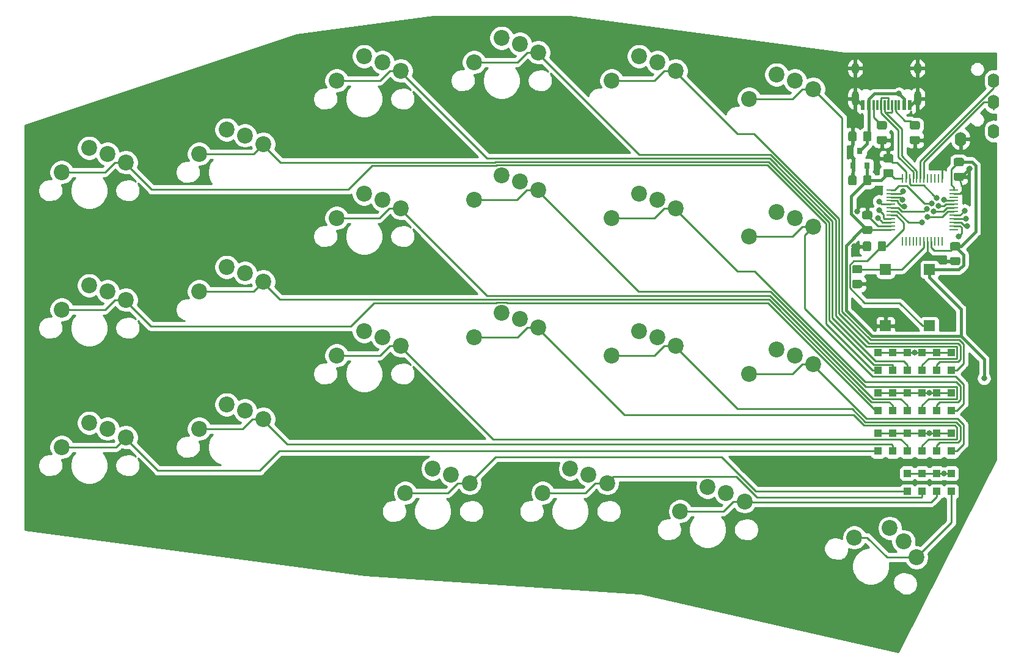
<source format=gtl>
G04 #@! TF.GenerationSoftware,KiCad,Pcbnew,5.1.9+dfsg1-1*
G04 #@! TF.CreationDate,2021-12-26T21:48:47+01:00*
G04 #@! TF.ProjectId,left,6c656674-2e6b-4696-9361-645f70636258,rev?*
G04 #@! TF.SameCoordinates,Original*
G04 #@! TF.FileFunction,Copper,L1,Top*
G04 #@! TF.FilePolarity,Positive*
%FSLAX46Y46*%
G04 Gerber Fmt 4.6, Leading zero omitted, Abs format (unit mm)*
G04 Created by KiCad (PCBNEW 5.1.9+dfsg1-1) date 2021-12-26 21:48:47*
%MOMM*%
%LPD*%
G01*
G04 APERTURE LIST*
G04 #@! TA.AperFunction,ComponentPad*
%ADD10C,2.200000*%
G04 #@! TD*
G04 #@! TA.AperFunction,ComponentPad*
%ADD11O,1.600000X2.000000*%
G04 #@! TD*
G04 #@! TA.AperFunction,ComponentPad*
%ADD12O,1.000000X1.400000*%
G04 #@! TD*
G04 #@! TA.AperFunction,SMDPad,CuDef*
%ADD13R,1.500000X1.500000*%
G04 #@! TD*
G04 #@! TA.AperFunction,SMDPad,CuDef*
%ADD14R,1.000000X1.000000*%
G04 #@! TD*
G04 #@! TA.AperFunction,SMDPad,CuDef*
%ADD15R,1.300000X0.250000*%
G04 #@! TD*
G04 #@! TA.AperFunction,SMDPad,CuDef*
%ADD16R,0.250000X1.300000*%
G04 #@! TD*
G04 #@! TA.AperFunction,SMDPad,CuDef*
%ADD17R,0.800000X0.900000*%
G04 #@! TD*
G04 #@! TA.AperFunction,SMDPad,CuDef*
%ADD18R,0.600000X1.450000*%
G04 #@! TD*
G04 #@! TA.AperFunction,SMDPad,CuDef*
%ADD19R,0.300000X1.450000*%
G04 #@! TD*
G04 #@! TA.AperFunction,ComponentPad*
%ADD20O,1.000000X2.100000*%
G04 #@! TD*
G04 #@! TA.AperFunction,ComponentPad*
%ADD21O,1.000000X1.600000*%
G04 #@! TD*
G04 #@! TA.AperFunction,ViaPad*
%ADD22C,0.800000*%
G04 #@! TD*
G04 #@! TA.AperFunction,Conductor*
%ADD23C,0.250000*%
G04 #@! TD*
G04 #@! TA.AperFunction,Conductor*
%ADD24C,0.381000*%
G04 #@! TD*
G04 #@! TA.AperFunction,Conductor*
%ADD25C,0.254000*%
G04 #@! TD*
G04 #@! TA.AperFunction,Conductor*
%ADD26C,0.100000*%
G04 #@! TD*
G04 APERTURE END LIST*
D10*
X228935337Y-117530365D03*
X225263567Y-113464887D03*
X227170818Y-115332076D03*
X220354643Y-114771853D03*
X110490000Y-83185000D03*
X116840000Y-80645000D03*
X114300000Y-79825000D03*
X119400000Y-81825000D03*
X119400000Y-100875000D03*
X114300000Y-98875000D03*
X116840000Y-99695000D03*
X110490000Y-102235000D03*
X148590000Y-51435000D03*
X154940000Y-48895000D03*
X152400000Y-48075000D03*
X157500000Y-50075000D03*
X214650000Y-71665000D03*
X209550000Y-69665000D03*
X212090000Y-70485000D03*
X205740000Y-73025000D03*
X148590000Y-70485000D03*
X154940000Y-67945000D03*
X152400000Y-67125000D03*
X157500000Y-69125000D03*
X157500000Y-88175000D03*
X152400000Y-86175000D03*
X154940000Y-86995000D03*
X148590000Y-89535000D03*
X158115000Y-108585000D03*
X164465000Y-106045000D03*
X161925000Y-105225000D03*
X167025000Y-107225000D03*
X214650000Y-52615000D03*
X209550000Y-50615000D03*
X212090000Y-51435000D03*
X205740000Y-53975000D03*
X205740000Y-92075000D03*
X212090000Y-89535000D03*
X209550000Y-88715000D03*
X214650000Y-90715000D03*
X138450000Y-60235000D03*
X133350000Y-58235000D03*
X135890000Y-59055000D03*
X129540000Y-61595000D03*
X129540000Y-80645000D03*
X135890000Y-78105000D03*
X133350000Y-77285000D03*
X138450000Y-79285000D03*
X138450000Y-98335000D03*
X133350000Y-96335000D03*
X135890000Y-97155000D03*
X129540000Y-99695000D03*
X167640000Y-48895000D03*
X173990000Y-46355000D03*
X171450000Y-45535000D03*
X176550000Y-47535000D03*
X176550000Y-66585000D03*
X171450000Y-64585000D03*
X173990000Y-65405000D03*
X167640000Y-67945000D03*
X167640000Y-86995000D03*
X173990000Y-84455000D03*
X171450000Y-83635000D03*
X176550000Y-85635000D03*
X195600000Y-50075000D03*
X190500000Y-48075000D03*
X193040000Y-48895000D03*
X186690000Y-51435000D03*
X186690000Y-70485000D03*
X193040000Y-67945000D03*
X190500000Y-67125000D03*
X195600000Y-69125000D03*
X195600000Y-88175000D03*
X190500000Y-86175000D03*
X193040000Y-86995000D03*
X186690000Y-89535000D03*
X196215000Y-111125000D03*
X202565000Y-108585000D03*
X200025000Y-107765000D03*
X205125000Y-109765000D03*
X186075000Y-107225000D03*
X180975000Y-105225000D03*
X183515000Y-106045000D03*
X177165000Y-108585000D03*
X119400000Y-62775000D03*
X114300000Y-60775000D03*
X116840000Y-61595000D03*
X110490000Y-64135000D03*
D11*
X235063000Y-59560000D03*
X239663000Y-58460000D03*
X239663000Y-51460000D03*
X239663000Y-54460000D03*
D12*
X239663000Y-51460000D03*
X239663000Y-54460000D03*
X239663000Y-58460000D03*
X235063000Y-59560000D03*
D13*
X230759000Y-77634000D03*
X230759000Y-85434000D03*
X224663000Y-77634000D03*
X224663000Y-85434000D03*
G04 #@! TA.AperFunction,SMDPad,CuDef*
G36*
G01*
X221557000Y-59632001D02*
X221557000Y-58731999D01*
G75*
G02*
X221806999Y-58482000I249999J0D01*
G01*
X222457001Y-58482000D01*
G75*
G02*
X222707000Y-58731999I0J-249999D01*
G01*
X222707000Y-59632001D01*
G75*
G02*
X222457001Y-59882000I-249999J0D01*
G01*
X221806999Y-59882000D01*
G75*
G02*
X221557000Y-59632001I0J249999D01*
G01*
G37*
G04 #@! TD.AperFunction*
G04 #@! TA.AperFunction,SMDPad,CuDef*
G36*
G01*
X219507000Y-59632001D02*
X219507000Y-58731999D01*
G75*
G02*
X219756999Y-58482000I249999J0D01*
G01*
X220407001Y-58482000D01*
G75*
G02*
X220657000Y-58731999I0J-249999D01*
G01*
X220657000Y-59632001D01*
G75*
G02*
X220407001Y-59882000I-249999J0D01*
G01*
X219756999Y-59882000D01*
G75*
G02*
X219507000Y-59632001I0J249999D01*
G01*
G37*
G04 #@! TD.AperFunction*
G04 #@! TA.AperFunction,SMDPad,CuDef*
G36*
G01*
X224593999Y-63696000D02*
X225494001Y-63696000D01*
G75*
G02*
X225744000Y-63945999I0J-249999D01*
G01*
X225744000Y-64596001D01*
G75*
G02*
X225494001Y-64846000I-249999J0D01*
G01*
X224593999Y-64846000D01*
G75*
G02*
X224344000Y-64596001I0J249999D01*
G01*
X224344000Y-63945999D01*
G75*
G02*
X224593999Y-63696000I249999J0D01*
G01*
G37*
G04 #@! TD.AperFunction*
G04 #@! TA.AperFunction,SMDPad,CuDef*
G36*
G01*
X224593999Y-61646000D02*
X225494001Y-61646000D01*
G75*
G02*
X225744000Y-61895999I0J-249999D01*
G01*
X225744000Y-62546001D01*
G75*
G02*
X225494001Y-62796000I-249999J0D01*
G01*
X224593999Y-62796000D01*
G75*
G02*
X224344000Y-62546001I0J249999D01*
G01*
X224344000Y-61895999D01*
G75*
G02*
X224593999Y-61646000I249999J0D01*
G01*
G37*
G04 #@! TD.AperFunction*
G04 #@! TA.AperFunction,SMDPad,CuDef*
G36*
G01*
X221672999Y-71570000D02*
X222573001Y-71570000D01*
G75*
G02*
X222823000Y-71819999I0J-249999D01*
G01*
X222823000Y-72470001D01*
G75*
G02*
X222573001Y-72720000I-249999J0D01*
G01*
X221672999Y-72720000D01*
G75*
G02*
X221423000Y-72470001I0J249999D01*
G01*
X221423000Y-71819999D01*
G75*
G02*
X221672999Y-71570000I249999J0D01*
G01*
G37*
G04 #@! TD.AperFunction*
G04 #@! TA.AperFunction,SMDPad,CuDef*
G36*
G01*
X221672999Y-69520000D02*
X222573001Y-69520000D01*
G75*
G02*
X222823000Y-69769999I0J-249999D01*
G01*
X222823000Y-70420001D01*
G75*
G02*
X222573001Y-70670000I-249999J0D01*
G01*
X221672999Y-70670000D01*
G75*
G02*
X221423000Y-70420001I0J249999D01*
G01*
X221423000Y-69769999D01*
G75*
G02*
X221672999Y-69520000I249999J0D01*
G01*
G37*
G04 #@! TD.AperFunction*
G04 #@! TA.AperFunction,SMDPad,CuDef*
G36*
G01*
X234765001Y-74988000D02*
X233864999Y-74988000D01*
G75*
G02*
X233615000Y-74738001I0J249999D01*
G01*
X233615000Y-74087999D01*
G75*
G02*
X233864999Y-73838000I249999J0D01*
G01*
X234765001Y-73838000D01*
G75*
G02*
X235015000Y-74087999I0J-249999D01*
G01*
X235015000Y-74738001D01*
G75*
G02*
X234765001Y-74988000I-249999J0D01*
G01*
G37*
G04 #@! TD.AperFunction*
G04 #@! TA.AperFunction,SMDPad,CuDef*
G36*
G01*
X234765001Y-77038000D02*
X233864999Y-77038000D01*
G75*
G02*
X233615000Y-76788001I0J249999D01*
G01*
X233615000Y-76137999D01*
G75*
G02*
X233864999Y-75888000I249999J0D01*
G01*
X234765001Y-75888000D01*
G75*
G02*
X235015000Y-76137999I0J-249999D01*
G01*
X235015000Y-76788001D01*
G75*
G02*
X234765001Y-77038000I-249999J0D01*
G01*
G37*
G04 #@! TD.AperFunction*
G04 #@! TA.AperFunction,SMDPad,CuDef*
G36*
G01*
X221557000Y-65728001D02*
X221557000Y-64827999D01*
G75*
G02*
X221806999Y-64578000I249999J0D01*
G01*
X222457001Y-64578000D01*
G75*
G02*
X222707000Y-64827999I0J-249999D01*
G01*
X222707000Y-65728001D01*
G75*
G02*
X222457001Y-65978000I-249999J0D01*
G01*
X221806999Y-65978000D01*
G75*
G02*
X221557000Y-65728001I0J249999D01*
G01*
G37*
G04 #@! TD.AperFunction*
G04 #@! TA.AperFunction,SMDPad,CuDef*
G36*
G01*
X219507000Y-65728001D02*
X219507000Y-64827999D01*
G75*
G02*
X219756999Y-64578000I249999J0D01*
G01*
X220407001Y-64578000D01*
G75*
G02*
X220657000Y-64827999I0J-249999D01*
G01*
X220657000Y-65728001D01*
G75*
G02*
X220407001Y-65978000I-249999J0D01*
G01*
X219756999Y-65978000D01*
G75*
G02*
X219507000Y-65728001I0J249999D01*
G01*
G37*
G04 #@! TD.AperFunction*
G04 #@! TA.AperFunction,SMDPad,CuDef*
G36*
G01*
X221176001Y-78163000D02*
X220275999Y-78163000D01*
G75*
G02*
X220026000Y-77913001I0J249999D01*
G01*
X220026000Y-77262999D01*
G75*
G02*
X220275999Y-77013000I249999J0D01*
G01*
X221176001Y-77013000D01*
G75*
G02*
X221426000Y-77262999I0J-249999D01*
G01*
X221426000Y-77913001D01*
G75*
G02*
X221176001Y-78163000I-249999J0D01*
G01*
G37*
G04 #@! TD.AperFunction*
G04 #@! TA.AperFunction,SMDPad,CuDef*
G36*
G01*
X221176001Y-80213000D02*
X220275999Y-80213000D01*
G75*
G02*
X220026000Y-79963001I0J249999D01*
G01*
X220026000Y-79312999D01*
G75*
G02*
X220275999Y-79063000I249999J0D01*
G01*
X221176001Y-79063000D01*
G75*
G02*
X221426000Y-79312999I0J-249999D01*
G01*
X221426000Y-79963001D01*
G75*
G02*
X221176001Y-80213000I-249999J0D01*
G01*
G37*
G04 #@! TD.AperFunction*
G04 #@! TA.AperFunction,SMDPad,CuDef*
G36*
G01*
X235273001Y-63304000D02*
X234372999Y-63304000D01*
G75*
G02*
X234123000Y-63054001I0J249999D01*
G01*
X234123000Y-62403999D01*
G75*
G02*
X234372999Y-62154000I249999J0D01*
G01*
X235273001Y-62154000D01*
G75*
G02*
X235523000Y-62403999I0J-249999D01*
G01*
X235523000Y-63054001D01*
G75*
G02*
X235273001Y-63304000I-249999J0D01*
G01*
G37*
G04 #@! TD.AperFunction*
G04 #@! TA.AperFunction,SMDPad,CuDef*
G36*
G01*
X235273001Y-65354000D02*
X234372999Y-65354000D01*
G75*
G02*
X234123000Y-65104001I0J249999D01*
G01*
X234123000Y-64453999D01*
G75*
G02*
X234372999Y-64204000I249999J0D01*
G01*
X235273001Y-64204000D01*
G75*
G02*
X235523000Y-64453999I0J-249999D01*
G01*
X235523000Y-65104001D01*
G75*
G02*
X235273001Y-65354000I-249999J0D01*
G01*
G37*
G04 #@! TD.AperFunction*
D14*
X233759440Y-102794927D03*
X233759440Y-100294927D03*
X233759440Y-91618927D03*
X233759440Y-89118927D03*
X227663440Y-108382927D03*
X227663440Y-105882927D03*
X227663440Y-102794927D03*
X227663440Y-100294927D03*
X227663440Y-97206927D03*
X227663440Y-94706927D03*
X227663440Y-91618927D03*
X227663440Y-89118927D03*
X223599440Y-102794927D03*
X223599440Y-100294927D03*
X223599440Y-97206927D03*
X223599440Y-94706927D03*
X223599440Y-91618927D03*
X223599440Y-89118927D03*
X231727440Y-108382927D03*
X231727440Y-105882927D03*
X233759440Y-97206927D03*
X233759440Y-94706927D03*
X231727440Y-102794927D03*
X231727440Y-100294927D03*
X231727440Y-97206927D03*
X231727440Y-94706927D03*
X231727440Y-91618927D03*
X231727440Y-89118927D03*
X229695440Y-108382927D03*
X229695440Y-105882927D03*
X229695440Y-102794927D03*
X229695440Y-100294927D03*
X229695440Y-97206927D03*
X229695440Y-94706927D03*
X229695440Y-91618927D03*
X229695440Y-89118927D03*
X225631440Y-102794927D03*
X225631440Y-100294927D03*
X225631440Y-97206927D03*
X225631440Y-94706927D03*
X225631440Y-91618927D03*
X225631440Y-89118927D03*
X233759440Y-108382927D03*
X233759440Y-105882927D03*
D15*
X225393000Y-72092000D03*
X225393000Y-71592000D03*
X225393000Y-71092000D03*
X225393000Y-70592000D03*
X225393000Y-70092000D03*
X225393000Y-69592000D03*
X225393000Y-69092000D03*
X225393000Y-68592000D03*
X225393000Y-68092000D03*
X225393000Y-67592000D03*
X225393000Y-67092000D03*
X225393000Y-66592000D03*
D16*
X226993000Y-64992000D03*
X227493000Y-64992000D03*
X227993000Y-64992000D03*
X228493000Y-64992000D03*
X228993000Y-64992000D03*
X229493000Y-64992000D03*
X229993000Y-64992000D03*
X230493000Y-64992000D03*
X230993000Y-64992000D03*
X231493000Y-64992000D03*
X231993000Y-64992000D03*
X232493000Y-64992000D03*
D15*
X234093000Y-66592000D03*
X234093000Y-67092000D03*
X234093000Y-67592000D03*
X234093000Y-68092000D03*
X234093000Y-68592000D03*
X234093000Y-69092000D03*
X234093000Y-69592000D03*
X234093000Y-70092000D03*
X234093000Y-70592000D03*
X234093000Y-71092000D03*
X234093000Y-71592000D03*
X234093000Y-72092000D03*
D16*
X232493000Y-73692000D03*
X231993000Y-73692000D03*
X231493000Y-73692000D03*
X230993000Y-73692000D03*
X230493000Y-73692000D03*
X229993000Y-73692000D03*
X229493000Y-73692000D03*
X228993000Y-73692000D03*
X228493000Y-73692000D03*
X227993000Y-73692000D03*
X227493000Y-73692000D03*
X226993000Y-73692000D03*
D17*
X221107000Y-61230000D03*
X222057000Y-63230000D03*
X220157000Y-63230000D03*
G04 #@! TA.AperFunction,SMDPad,CuDef*
G36*
G01*
X222680000Y-73971999D02*
X222680000Y-74872001D01*
G75*
G02*
X222430001Y-75122000I-249999J0D01*
G01*
X221779999Y-75122000D01*
G75*
G02*
X221530000Y-74872001I0J249999D01*
G01*
X221530000Y-73971999D01*
G75*
G02*
X221779999Y-73722000I249999J0D01*
G01*
X222430001Y-73722000D01*
G75*
G02*
X222680000Y-73971999I0J-249999D01*
G01*
G37*
G04 #@! TD.AperFunction*
G04 #@! TA.AperFunction,SMDPad,CuDef*
G36*
G01*
X224730000Y-73971999D02*
X224730000Y-74872001D01*
G75*
G02*
X224480001Y-75122000I-249999J0D01*
G01*
X223829999Y-75122000D01*
G75*
G02*
X223580000Y-74872001I0J249999D01*
G01*
X223580000Y-73971999D01*
G75*
G02*
X223829999Y-73722000I249999J0D01*
G01*
X224480001Y-73722000D01*
G75*
G02*
X224730000Y-73971999I0J-249999D01*
G01*
G37*
G04 #@! TD.AperFunction*
G04 #@! TA.AperFunction,SMDPad,CuDef*
G36*
G01*
X223704999Y-59124000D02*
X224605001Y-59124000D01*
G75*
G02*
X224855000Y-59373999I0J-249999D01*
G01*
X224855000Y-60024001D01*
G75*
G02*
X224605001Y-60274000I-249999J0D01*
G01*
X223704999Y-60274000D01*
G75*
G02*
X223455000Y-60024001I0J249999D01*
G01*
X223455000Y-59373999D01*
G75*
G02*
X223704999Y-59124000I249999J0D01*
G01*
G37*
G04 #@! TD.AperFunction*
G04 #@! TA.AperFunction,SMDPad,CuDef*
G36*
G01*
X223704999Y-57074000D02*
X224605001Y-57074000D01*
G75*
G02*
X224855000Y-57323999I0J-249999D01*
G01*
X224855000Y-57974001D01*
G75*
G02*
X224605001Y-58224000I-249999J0D01*
G01*
X223704999Y-58224000D01*
G75*
G02*
X223455000Y-57974001I0J249999D01*
G01*
X223455000Y-57323999D01*
G75*
G02*
X223704999Y-57074000I249999J0D01*
G01*
G37*
G04 #@! TD.AperFunction*
G04 #@! TA.AperFunction,SMDPad,CuDef*
G36*
G01*
X228276999Y-59124000D02*
X229177001Y-59124000D01*
G75*
G02*
X229427000Y-59373999I0J-249999D01*
G01*
X229427000Y-60024001D01*
G75*
G02*
X229177001Y-60274000I-249999J0D01*
G01*
X228276999Y-60274000D01*
G75*
G02*
X228027000Y-60024001I0J249999D01*
G01*
X228027000Y-59373999D01*
G75*
G02*
X228276999Y-59124000I249999J0D01*
G01*
G37*
G04 #@! TD.AperFunction*
G04 #@! TA.AperFunction,SMDPad,CuDef*
G36*
G01*
X228276999Y-57074000D02*
X229177001Y-57074000D01*
G75*
G02*
X229427000Y-57323999I0J-249999D01*
G01*
X229427000Y-57974001D01*
G75*
G02*
X229177001Y-58224000I-249999J0D01*
G01*
X228276999Y-58224000D01*
G75*
G02*
X228027000Y-57974001I0J249999D01*
G01*
X228027000Y-57323999D01*
G75*
G02*
X228276999Y-57074000I249999J0D01*
G01*
G37*
G04 #@! TD.AperFunction*
D18*
X221540000Y-54845000D03*
X222340000Y-54845000D03*
X227240000Y-54845000D03*
X228040000Y-54845000D03*
X228040000Y-54845000D03*
X227240000Y-54845000D03*
X222340000Y-54845000D03*
X221540000Y-54845000D03*
D19*
X226540000Y-54845000D03*
X226040000Y-54845000D03*
X225540000Y-54845000D03*
X224540000Y-54845000D03*
X224040000Y-54845000D03*
X223540000Y-54845000D03*
X223040000Y-54845000D03*
X225040000Y-54845000D03*
D20*
X220470000Y-53930000D03*
X229110000Y-53930000D03*
D21*
X229110000Y-49750000D03*
X220470000Y-49750000D03*
D22*
X220345000Y-74422000D03*
X221996000Y-83947000D03*
X227965000Y-80137000D03*
X235712000Y-81280000D03*
X238252000Y-71755000D03*
X236347000Y-63627000D03*
X220726000Y-69596000D03*
X223520000Y-61214000D03*
X230505000Y-59690000D03*
X226507489Y-53279489D03*
X238315000Y-92710000D03*
X234823000Y-73025000D03*
X235966000Y-71628000D03*
X235819000Y-70592000D03*
X235616000Y-69469000D03*
X230505000Y-70358000D03*
X228727000Y-89118927D03*
X230759000Y-94706927D03*
X231295661Y-69612394D03*
X230759000Y-100294927D03*
X232035892Y-68843108D03*
X232791000Y-105882927D03*
X232727096Y-67934685D03*
X231733288Y-67744851D03*
X231039426Y-68464974D03*
X227075996Y-66802000D03*
X227035097Y-67928177D03*
X227296223Y-68893494D03*
X223773988Y-68199000D03*
X230377996Y-69215000D03*
X229743000Y-71120000D03*
X223830091Y-69450510D03*
X223647000Y-70484902D03*
D23*
X227913000Y-54972000D02*
X228068000Y-54972000D01*
X230493000Y-73692000D02*
X230493000Y-75426000D01*
X235331000Y-66714002D02*
X235331000Y-66302999D01*
X234093000Y-67092000D02*
X234953002Y-67092000D01*
X234953002Y-67092000D02*
X235331000Y-66714002D01*
X235331000Y-66302999D02*
X234823000Y-64779000D01*
X223620000Y-71592000D02*
X223529000Y-71501000D01*
X225393000Y-71592000D02*
X223620000Y-71592000D01*
X223529000Y-71501000D02*
X222123000Y-70095000D01*
X234823000Y-64779000D02*
X234823000Y-64779000D01*
X226245372Y-62844372D02*
X225667372Y-62844372D01*
X225667372Y-62844372D02*
X225044000Y-62221000D01*
X227493000Y-64092000D02*
X226245372Y-62844372D01*
X227493000Y-64992000D02*
X227493000Y-64092000D01*
X232493000Y-64992000D02*
X232493000Y-63583000D01*
D24*
X221385000Y-54845000D02*
X220470000Y-53930000D01*
X221540000Y-54845000D02*
X221385000Y-54845000D01*
X235195000Y-64779000D02*
X236347000Y-63627000D01*
X234823000Y-64779000D02*
X235195000Y-64779000D01*
X228195000Y-54845000D02*
X229110000Y-53930000D01*
X228040000Y-54845000D02*
X228195000Y-54845000D01*
X227240000Y-54012000D02*
X227240000Y-54845000D01*
X226507489Y-53279489D02*
X226507489Y-53279489D01*
X223079453Y-53279489D02*
X226507489Y-53279489D01*
X222340000Y-54018942D02*
X223079453Y-53279489D01*
X222340000Y-54845000D02*
X222340000Y-54018942D01*
X226507489Y-53279489D02*
X227240000Y-54012000D01*
X222340000Y-54845000D02*
X222340000Y-58974000D01*
X222132000Y-60205000D02*
X221107000Y-61230000D01*
X222132000Y-59182000D02*
X222132000Y-60205000D01*
D23*
X226060000Y-54904000D02*
X226060000Y-55703590D01*
X226040000Y-54845000D02*
X226040000Y-54884000D01*
X226040000Y-54884000D02*
X226060000Y-54904000D01*
X228103628Y-57025628D02*
X228727000Y-57649000D01*
X227382038Y-57025628D02*
X228103628Y-57025628D01*
X226060000Y-55703590D02*
X227382038Y-57025628D01*
X225464999Y-55895001D02*
X225540000Y-55820000D01*
X224615001Y-55895001D02*
X225464999Y-55895001D01*
X224540000Y-55820000D02*
X224615001Y-55895001D01*
X225540000Y-55820000D02*
X225540000Y-54845000D01*
X224540000Y-54845000D02*
X224540000Y-55820000D01*
X226891010Y-58160410D02*
X224540000Y-55809400D01*
X226891010Y-61853600D02*
X226891010Y-58160410D01*
X228993000Y-63955590D02*
X226891010Y-61853600D01*
X224540000Y-55809400D02*
X224540000Y-54845000D01*
X228993000Y-64992000D02*
X228993000Y-63955590D01*
X225040000Y-53870000D02*
X225040000Y-54845000D01*
X224964999Y-53794999D02*
X225040000Y-53870000D01*
X224115001Y-53794999D02*
X224964999Y-53794999D01*
X224040000Y-53870000D02*
X224115001Y-53794999D01*
X224040000Y-54845000D02*
X224040000Y-53870000D01*
X224040000Y-55820000D02*
X224040000Y-54845000D01*
X224040000Y-55956410D02*
X224040000Y-55820000D01*
X228493000Y-64092000D02*
X226440999Y-62039999D01*
X226440999Y-62039999D02*
X226440999Y-58346809D01*
X226440999Y-58346809D02*
X224439201Y-56345011D01*
X228493000Y-64992000D02*
X228493000Y-64092000D01*
X224439201Y-56345011D02*
X224428600Y-56345010D01*
X224428600Y-56345010D02*
X224040000Y-55956410D01*
X223040000Y-56534000D02*
X224155000Y-57649000D01*
X223040000Y-54845000D02*
X223040000Y-56534000D01*
X229759000Y-85434000D02*
X230759000Y-85434000D01*
X226621000Y-82296000D02*
X229759000Y-85434000D01*
X222123000Y-76454000D02*
X220271810Y-76454000D01*
X224155000Y-74422000D02*
X222123000Y-76454000D01*
X220271810Y-76454000D02*
X219700990Y-77024820D01*
X219700990Y-77024820D02*
X219700990Y-80201180D01*
X219700990Y-80201180D02*
X221795810Y-82296000D01*
X221795810Y-82296000D02*
X226621000Y-82296000D01*
X224830000Y-74422000D02*
X224155000Y-74422000D01*
X227203000Y-71146094D02*
X227203000Y-72049000D01*
X226148906Y-70092000D02*
X227203000Y-71146094D01*
X227203000Y-72049000D02*
X224830000Y-74422000D01*
X225393000Y-70092000D02*
X226148906Y-70092000D01*
X225892000Y-64992000D02*
X225171000Y-64271000D01*
X226993000Y-64992000D02*
X225892000Y-64992000D01*
X230993000Y-74592000D02*
X231437372Y-75036372D01*
X233691628Y-75036372D02*
X234315000Y-74413000D01*
X231437372Y-75036372D02*
X233691628Y-75036372D01*
X230993000Y-73692000D02*
X230993000Y-74592000D01*
X222176000Y-72092000D02*
X222123000Y-72145000D01*
X225393000Y-72092000D02*
X222176000Y-72092000D01*
X234199628Y-63352372D02*
X234823000Y-62729000D01*
X233797990Y-63754010D02*
X234199628Y-63352372D01*
X233797990Y-65921990D02*
X233797990Y-63754010D01*
X234093000Y-66217000D02*
X233797990Y-65921990D01*
X234093000Y-66592000D02*
X234093000Y-66217000D01*
X225171000Y-64271000D02*
X225053000Y-64389000D01*
D24*
X224037000Y-65278000D02*
X225044000Y-64271000D01*
X222132000Y-65278000D02*
X224037000Y-65278000D01*
X221499628Y-71521628D02*
X222123000Y-72145000D01*
X219935499Y-67474501D02*
X219935499Y-69957499D01*
X219935499Y-69957499D02*
X221499628Y-71521628D01*
X222132000Y-65278000D02*
X219935499Y-67474501D01*
X238315000Y-90087622D02*
X238315000Y-92144315D01*
X235105772Y-86878394D02*
X238315000Y-90087622D01*
X238315000Y-92144315D02*
X238315000Y-92710000D01*
X222786423Y-86878394D02*
X235105772Y-86878394D01*
X219185480Y-83277451D02*
X222786423Y-86878394D01*
X219185480Y-74282520D02*
X219185480Y-83277451D01*
X221323000Y-72145000D02*
X219185480Y-74282520D01*
X222123000Y-72145000D02*
X221323000Y-72145000D01*
X235105772Y-83111772D02*
X235105772Y-86878394D01*
X230759000Y-78765000D02*
X235105772Y-83111772D01*
X230759000Y-77634000D02*
X230759000Y-78765000D01*
X231890000Y-77634000D02*
X230759000Y-77634000D01*
X234824820Y-77634000D02*
X231890000Y-77634000D01*
X235458000Y-77000820D02*
X234824820Y-77634000D01*
X235458000Y-75556000D02*
X235458000Y-77000820D01*
X234315000Y-74413000D02*
X235458000Y-75556000D01*
X237137501Y-63247559D02*
X236618942Y-62729000D01*
X236618942Y-62729000D02*
X235623000Y-62729000D01*
X237137501Y-72390499D02*
X237137501Y-63247559D01*
X235623000Y-62729000D02*
X234823000Y-62729000D01*
X235115000Y-74413000D02*
X237137501Y-72390499D01*
X234315000Y-74413000D02*
X235115000Y-74413000D01*
X222057000Y-65203000D02*
X222132000Y-65278000D01*
X222057000Y-63230000D02*
X222057000Y-65203000D01*
D23*
X225663000Y-77634000D02*
X224663000Y-77634000D01*
X226911002Y-77634000D02*
X225663000Y-77634000D01*
X229993000Y-74552002D02*
X226911002Y-77634000D01*
X229993000Y-73692000D02*
X229993000Y-74552002D01*
X220772000Y-77634000D02*
X220726000Y-77588000D01*
X224663000Y-77634000D02*
X220772000Y-77634000D01*
X235222999Y-72625001D02*
X234823000Y-73025000D01*
X235222999Y-71821999D02*
X235222999Y-72625001D01*
X234993000Y-71592000D02*
X235222999Y-71821999D01*
X234093000Y-71592000D02*
X234993000Y-71592000D01*
X235711998Y-71628000D02*
X235966000Y-71628000D01*
X235665410Y-71628000D02*
X235966000Y-71628000D01*
X235129410Y-71092000D02*
X235665410Y-71628000D01*
X234093000Y-71092000D02*
X235129410Y-71092000D01*
X234093000Y-70592000D02*
X235819000Y-70592000D01*
X235819000Y-70592000D02*
X235819000Y-70592000D01*
X234993000Y-70092000D02*
X235616000Y-69469000D01*
X234093000Y-70092000D02*
X234993000Y-70092000D01*
X235616000Y-69469000D02*
X235616000Y-69469000D01*
X223599440Y-89118927D02*
X228727000Y-89118927D01*
X230759000Y-89118927D02*
X233759440Y-89118927D01*
X233305820Y-69592000D02*
X232539820Y-70358000D01*
X234093000Y-69592000D02*
X233305820Y-69592000D01*
X232539820Y-70358000D02*
X230505000Y-70358000D01*
X230505000Y-70358000D02*
X230505000Y-70358000D01*
X228727000Y-89118927D02*
X230759000Y-89118927D01*
X223599440Y-94706927D02*
X230759000Y-94706927D01*
X230759000Y-94706927D02*
X233759440Y-94706927D01*
X234089000Y-69088000D02*
X234093000Y-69092000D01*
X231267000Y-69596000D02*
X231267000Y-69596000D01*
X232649016Y-69612394D02*
X231861346Y-69612394D01*
X233169410Y-69092000D02*
X232649016Y-69612394D01*
X231861346Y-69612394D02*
X231295661Y-69612394D01*
X234093000Y-69092000D02*
X233169410Y-69092000D01*
X223599440Y-100294927D02*
X230759000Y-100294927D01*
X232029000Y-68834000D02*
X232029000Y-68834000D01*
X230759000Y-100294927D02*
X233759440Y-100294927D01*
X232781892Y-68843108D02*
X232601577Y-68843108D01*
X232601577Y-68843108D02*
X232035892Y-68843108D01*
X233033000Y-68592000D02*
X232781892Y-68843108D01*
X234093000Y-68592000D02*
X233033000Y-68592000D01*
X227663440Y-105882927D02*
X232791000Y-105882927D01*
X232791000Y-105882927D02*
X233759440Y-105882927D01*
X234093000Y-68092000D02*
X232884411Y-68092000D01*
X232884411Y-68092000D02*
X232727096Y-67934685D01*
X228204415Y-65967001D02*
X229955438Y-65967001D01*
X227993000Y-65755585D02*
X228204415Y-65967001D01*
X227993000Y-64992000D02*
X227993000Y-65755585D01*
X231333289Y-67344852D02*
X231733288Y-67744851D01*
X229955438Y-65967001D02*
X231333289Y-67344852D01*
X230065981Y-68464974D02*
X230473741Y-68464974D01*
X227641007Y-66040000D02*
X230065981Y-68464974D01*
X225393000Y-66592000D02*
X225918000Y-66592000D01*
X230473741Y-68464974D02*
X231039426Y-68464974D01*
X226470000Y-66040000D02*
X227641007Y-66040000D01*
X225918000Y-66592000D02*
X226470000Y-66040000D01*
X226785996Y-67092000D02*
X227075996Y-66802000D01*
X225393000Y-67092000D02*
X226785996Y-67092000D01*
X225393000Y-67592000D02*
X226698920Y-67592000D01*
X226698920Y-67592000D02*
X227035097Y-67928177D01*
X226310096Y-68276178D02*
X226927412Y-68893494D01*
X226927412Y-68893494D02*
X227296223Y-68893494D01*
X226310096Y-68109096D02*
X226310096Y-68276178D01*
X226293000Y-68092000D02*
X226310096Y-68109096D01*
X225393000Y-68092000D02*
X226293000Y-68092000D01*
X224166988Y-68592000D02*
X223773988Y-68199000D01*
X225393000Y-68592000D02*
X224166988Y-68592000D01*
X229974501Y-69618495D02*
X229977997Y-69614999D01*
X229977997Y-69614999D02*
X230377996Y-69215000D01*
X225393000Y-69092000D02*
X226421727Y-69092000D01*
X226421727Y-69092000D02*
X226948222Y-69618495D01*
X226948222Y-69618495D02*
X229974501Y-69618495D01*
X227813316Y-71120000D02*
X229177315Y-71120000D01*
X229177315Y-71120000D02*
X229743000Y-71120000D01*
X225393000Y-69592000D02*
X226285316Y-69592000D01*
X226285316Y-69592000D02*
X227813316Y-71120000D01*
X224493000Y-70592000D02*
X224417999Y-70516999D01*
X224230090Y-69850509D02*
X223830091Y-69450510D01*
X224417999Y-70516999D02*
X224417999Y-70038418D01*
X224417999Y-70038418D02*
X224230090Y-69850509D01*
X225393000Y-70592000D02*
X224493000Y-70592000D01*
X193299999Y-49175001D02*
X193000000Y-49475000D01*
X224046999Y-70884901D02*
X223647000Y-70484902D01*
X225393000Y-71092000D02*
X224254098Y-71092000D01*
X224254098Y-71092000D02*
X224046999Y-70884901D01*
X239663000Y-55410000D02*
X239663000Y-54460000D01*
X238275000Y-54460000D02*
X238913000Y-54460000D01*
X238913000Y-54460000D02*
X239663000Y-54460000D01*
X229993000Y-64992000D02*
X229993000Y-62742000D01*
X229993000Y-62742000D02*
X238275000Y-54460000D01*
X239663000Y-52410000D02*
X239663000Y-51460000D01*
X239663000Y-52435590D02*
X239663000Y-52410000D01*
X229493000Y-62605590D02*
X239663000Y-52435590D01*
X229493000Y-64992000D02*
X229493000Y-62605590D01*
X178720634Y-108585000D02*
X177165000Y-108585000D01*
X183084002Y-108585000D02*
X178720634Y-108585000D01*
X184444002Y-107225000D02*
X183084002Y-108585000D01*
X186075000Y-107225000D02*
X184444002Y-107225000D01*
X229620439Y-109207928D02*
X206870928Y-109207928D01*
X203988001Y-106325001D02*
X186974999Y-106325001D01*
X206870928Y-109207928D02*
X203988001Y-106325001D01*
X229695440Y-109132927D02*
X229620439Y-109207928D01*
X186974999Y-106325001D02*
X185975000Y-107325000D01*
X229695440Y-108382927D02*
X229695440Y-109132927D01*
X206439213Y-109865000D02*
X205025000Y-109865000D01*
X230995367Y-109865000D02*
X206439213Y-109865000D01*
X231727440Y-109132927D02*
X230995367Y-109865000D01*
X231727440Y-108382927D02*
X231727440Y-109132927D01*
X202209366Y-111125000D02*
X197770634Y-111125000D01*
X197770634Y-111125000D02*
X196215000Y-111125000D01*
X203569366Y-109765000D02*
X202209366Y-111125000D01*
X205125000Y-109765000D02*
X203569366Y-109765000D01*
X188245634Y-89535000D02*
X186690000Y-89535000D01*
X193969002Y-88175000D02*
X192609002Y-89535000D01*
X192609002Y-89535000D02*
X188245634Y-89535000D01*
X195600000Y-88175000D02*
X193969002Y-88175000D01*
X231727440Y-102044927D02*
X232202428Y-101569939D01*
X196499999Y-89274999D02*
X195500000Y-88275000D01*
X235034452Y-101241329D02*
X235034452Y-99348526D01*
X234433936Y-98748010D02*
X221846599Y-98748009D01*
X235034452Y-99348526D02*
X234433936Y-98748010D01*
X220038591Y-96940001D02*
X204165001Y-96940001D01*
X231727440Y-102794927D02*
X231727440Y-102044927D01*
X204165001Y-96940001D02*
X196499999Y-89274999D01*
X234705839Y-101569939D02*
X235034452Y-101241329D01*
X232202428Y-101569939D02*
X234705839Y-101569939D01*
X221846599Y-98748009D02*
X220038591Y-96940001D01*
X188245634Y-70485000D02*
X186690000Y-70485000D01*
X192609002Y-70485000D02*
X188245634Y-70485000D01*
X193969002Y-69125000D02*
X192609002Y-70485000D01*
X195600000Y-69125000D02*
X193969002Y-69125000D01*
X221874640Y-93218000D02*
X206507640Y-77851000D01*
X206507640Y-77851000D02*
X204126000Y-77851000D01*
X234705841Y-95981939D02*
X235034452Y-95653328D01*
X204126000Y-77851000D02*
X196499999Y-70224999D01*
X235034452Y-95653328D02*
X235034452Y-93760526D01*
X235034452Y-93760526D02*
X234491925Y-93218000D01*
X232202428Y-95981939D02*
X234705841Y-95981939D01*
X196499999Y-70224999D02*
X195500000Y-69225000D01*
X234491925Y-93218000D02*
X221874640Y-93218000D01*
X231727440Y-97206927D02*
X231727440Y-96456927D01*
X231727440Y-96456927D02*
X232202428Y-95981939D01*
X188245634Y-51435000D02*
X186690000Y-51435000D01*
X193969002Y-50075000D02*
X192609002Y-51435000D01*
X192609002Y-51435000D02*
X188245634Y-51435000D01*
X195600000Y-50075000D02*
X193969002Y-50075000D01*
X235034452Y-90065328D02*
X235034452Y-88172526D01*
X222336915Y-87843915D02*
X218208044Y-83715044D01*
X234705841Y-87843915D02*
X222336915Y-87843915D01*
X218208044Y-70568398D02*
X206440646Y-58801000D01*
X204126000Y-58801000D02*
X196499999Y-51174999D01*
X206440646Y-58801000D02*
X204126000Y-58801000D01*
X218208044Y-83715044D02*
X218208044Y-70568398D01*
X196499999Y-51174999D02*
X195500000Y-50175000D01*
X235034452Y-88172526D02*
X234705841Y-87843915D01*
X234705841Y-90393939D02*
X235034452Y-90065328D01*
X232202428Y-90393939D02*
X234705841Y-90393939D01*
X231727440Y-91618927D02*
X231727440Y-90868927D01*
X231727440Y-90868927D02*
X232202428Y-90393939D01*
X173634366Y-86995000D02*
X169195634Y-86995000D01*
X174994366Y-85635000D02*
X173634366Y-86995000D01*
X169195634Y-86995000D02*
X167640000Y-86995000D01*
X176550000Y-85635000D02*
X174994366Y-85635000D01*
X177449999Y-86734999D02*
X176450000Y-85735000D01*
X220252180Y-97790000D02*
X188505000Y-97790000D01*
X221660198Y-99198018D02*
X220252180Y-97790000D01*
X188505000Y-97790000D02*
X177449999Y-86734999D01*
X229695440Y-102044927D02*
X230620439Y-101119928D01*
X234584441Y-99534926D02*
X234247535Y-99198020D01*
X230620439Y-101119928D02*
X234519440Y-101119928D01*
X229695440Y-102794927D02*
X229695440Y-102044927D01*
X234519440Y-101119928D02*
X234584441Y-101054928D01*
X234247535Y-99198020D02*
X221660198Y-99198018D01*
X234584441Y-101054928D02*
X234584441Y-99534926D01*
X173559002Y-67945000D02*
X169195634Y-67945000D01*
X169195634Y-67945000D02*
X167640000Y-67945000D01*
X174919002Y-66585000D02*
X173559002Y-67945000D01*
X176550000Y-66585000D02*
X174919002Y-66585000D01*
X234519441Y-93881926D02*
X221902156Y-93881926D01*
X234584441Y-93946926D02*
X234519441Y-93881926D01*
X229695440Y-97206927D02*
X229695440Y-96456927D01*
X230620439Y-95531928D02*
X234519441Y-95531928D01*
X229695440Y-96456927D02*
X230620439Y-95531928D01*
X177449999Y-67684999D02*
X176450000Y-66685000D01*
X221902156Y-93881926D02*
X208710231Y-80690001D01*
X208710231Y-80690001D02*
X190455001Y-80690001D01*
X234584441Y-95466928D02*
X234584441Y-93946926D01*
X190455001Y-80690001D02*
X177449999Y-67684999D01*
X234519441Y-95531928D02*
X234584441Y-95466928D01*
X173634366Y-48895000D02*
X169195634Y-48895000D01*
X169195634Y-48895000D02*
X167640000Y-48895000D01*
X174994366Y-47535000D02*
X173634366Y-48895000D01*
X176550000Y-47535000D02*
X174994366Y-47535000D01*
X217758033Y-84027033D02*
X217758033Y-70754798D01*
X177449999Y-48634999D02*
X176450000Y-47635000D01*
X234584441Y-89878928D02*
X234584441Y-88358926D01*
X234584441Y-88358926D02*
X234519441Y-88293926D01*
X190537000Y-61722000D02*
X177449999Y-48634999D01*
X208725235Y-61722000D02*
X190537000Y-61722000D01*
X234519441Y-88293926D02*
X222024926Y-88293926D01*
X229695440Y-91618927D02*
X229695440Y-90868927D01*
X217758033Y-70754798D02*
X208725235Y-61722000D01*
X222024926Y-88293926D02*
X217758033Y-84027033D01*
X234519441Y-89943928D02*
X234584441Y-89878928D01*
X229695440Y-90868927D02*
X230620439Y-89943928D01*
X230620439Y-89943928D02*
X234519441Y-89943928D01*
X139349999Y-99434999D02*
X138350000Y-98435000D01*
X141769000Y-101854000D02*
X139349999Y-99434999D01*
X225440513Y-101854000D02*
X141769000Y-101854000D01*
X225631440Y-102794927D02*
X225631440Y-102044927D01*
X225631440Y-102044927D02*
X225440513Y-101854000D01*
X131095634Y-99695000D02*
X129540000Y-99695000D01*
X135534366Y-99695000D02*
X131095634Y-99695000D01*
X136894366Y-98335000D02*
X135534366Y-99695000D01*
X138450000Y-98335000D02*
X136894366Y-98335000D01*
X137090000Y-80645000D02*
X129540000Y-80645000D01*
X138450000Y-79285000D02*
X137090000Y-80645000D01*
X225631440Y-96456927D02*
X225156452Y-95981939D01*
X225156452Y-95981939D02*
X222729349Y-95981939D01*
X208507398Y-81759988D02*
X140724988Y-81759988D01*
X140724988Y-81759988D02*
X138350000Y-79385000D01*
X222729349Y-95981939D02*
X208507398Y-81759988D01*
X225631440Y-97206927D02*
X225631440Y-96456927D01*
X137090000Y-61595000D02*
X129540000Y-61595000D01*
X138450000Y-60235000D02*
X137090000Y-61595000D01*
X216858011Y-84651011D02*
X223000926Y-90793926D01*
X216858011Y-71127598D02*
X216858011Y-84651011D01*
X225631440Y-90868927D02*
X225631440Y-91618927D01*
X140810990Y-62795990D02*
X170493597Y-62795990D01*
X170579599Y-62709988D02*
X208440401Y-62709988D01*
X225556439Y-90793926D02*
X225631440Y-90868927D01*
X170493597Y-62795990D02*
X170579599Y-62709988D01*
X223000926Y-90793926D02*
X225556439Y-90793926D01*
X208440401Y-62709988D02*
X216858011Y-71127598D01*
X138350000Y-60335000D02*
X140810990Y-62795990D01*
X234509440Y-102794927D02*
X235484460Y-101819907D01*
X233759440Y-102794927D02*
X234509440Y-102794927D01*
X235484459Y-99162124D02*
X234620335Y-98298000D01*
X234620335Y-98298000D02*
X222033000Y-98298000D01*
X235484460Y-101819907D02*
X235484459Y-99162124D01*
X215549999Y-91814999D02*
X214550000Y-90815000D01*
X222033000Y-98298000D02*
X215549999Y-91814999D01*
X207295634Y-92075000D02*
X205740000Y-92075000D01*
X211734366Y-92075000D02*
X207295634Y-92075000D01*
X213094366Y-90715000D02*
X211734366Y-92075000D01*
X214650000Y-90715000D02*
X213094366Y-90715000D01*
X211734366Y-53975000D02*
X207295634Y-53975000D01*
X213094366Y-52615000D02*
X211734366Y-53975000D01*
X207295634Y-53975000D02*
X205740000Y-53975000D01*
X214650000Y-52615000D02*
X213094366Y-52615000D01*
X218658055Y-56623055D02*
X214650000Y-52615000D01*
X234509440Y-91618927D02*
X235484463Y-90643904D01*
X235484463Y-87986126D02*
X234892241Y-87393904D01*
X234892241Y-87393904D02*
X222572893Y-87393904D01*
X218658055Y-83479066D02*
X218658055Y-56623055D01*
X235484463Y-90643904D02*
X235484463Y-87986126D01*
X233759440Y-91618927D02*
X234509440Y-91618927D01*
X222572893Y-87393904D02*
X218658055Y-83479066D01*
X159670634Y-108585000D02*
X158115000Y-108585000D01*
X164034002Y-108585000D02*
X159670634Y-108585000D01*
X165394002Y-107225000D02*
X164034002Y-108585000D01*
X167025000Y-107225000D02*
X165394002Y-107225000D01*
X201931410Y-103632000D02*
X170618000Y-103632000D01*
X206682337Y-108382927D02*
X201931410Y-103632000D01*
X170618000Y-103632000D02*
X167924999Y-106325001D01*
X167924999Y-106325001D02*
X166925000Y-107325000D01*
X227663440Y-108382927D02*
X206682337Y-108382927D01*
X158399999Y-89274999D02*
X157400000Y-88275000D01*
X170244928Y-101119928D02*
X158399999Y-89274999D01*
X227663440Y-102044927D02*
X226738441Y-101119928D01*
X226738441Y-101119928D02*
X170244928Y-101119928D01*
X227663440Y-102794927D02*
X227663440Y-102044927D01*
X150145634Y-89535000D02*
X148590000Y-89535000D01*
X155944366Y-88175000D02*
X154584366Y-89535000D01*
X154584366Y-89535000D02*
X150145634Y-89535000D01*
X157500000Y-88175000D02*
X155944366Y-88175000D01*
X150145634Y-70485000D02*
X148590000Y-70485000D01*
X154509002Y-70485000D02*
X150145634Y-70485000D01*
X155869002Y-69125000D02*
X154509002Y-70485000D01*
X157500000Y-69125000D02*
X155869002Y-69125000D01*
X169455000Y-81280000D02*
X157400000Y-69225000D01*
X227663440Y-97206927D02*
X227663440Y-96456927D01*
X222915748Y-95531928D02*
X208663820Y-81280000D01*
X208663820Y-81280000D02*
X169455000Y-81280000D01*
X227663440Y-96456927D02*
X226738441Y-95531928D01*
X226738441Y-95531928D02*
X222915748Y-95531928D01*
X233759440Y-97206927D02*
X234509440Y-97206927D01*
X234509440Y-97206927D02*
X235484459Y-96231908D01*
X235484459Y-93574124D02*
X234354263Y-92443928D01*
X235484459Y-96231908D02*
X235484459Y-93574124D01*
X234354263Y-92443928D02*
X222839439Y-92443928D01*
X213454999Y-72860001D02*
X213454999Y-83059488D01*
X213454999Y-83059488D02*
X222839439Y-92443928D01*
X214650000Y-71665000D02*
X213454999Y-72860001D01*
X207295634Y-73025000D02*
X205740000Y-73025000D01*
X211734366Y-73025000D02*
X207295634Y-73025000D01*
X213094366Y-71665000D02*
X211734366Y-73025000D01*
X214650000Y-71665000D02*
X213094366Y-71665000D01*
X150145634Y-51435000D02*
X148590000Y-51435000D01*
X154584366Y-51435000D02*
X150145634Y-51435000D01*
X155944366Y-50075000D02*
X154584366Y-51435000D01*
X157500000Y-50075000D02*
X155944366Y-50075000D01*
X217308022Y-70941198D02*
X208596824Y-62230000D01*
X208596824Y-62230000D02*
X169455000Y-62230000D01*
X169455000Y-62230000D02*
X158399999Y-51174999D01*
X227138428Y-90343915D02*
X223312915Y-90343915D01*
X217308022Y-84339022D02*
X217308022Y-70941198D01*
X227663440Y-90868927D02*
X227138428Y-90343915D01*
X227663440Y-91618927D02*
X227663440Y-90868927D01*
X158399999Y-51174999D02*
X157400000Y-50175000D01*
X223312915Y-90343915D02*
X217308022Y-84339022D01*
X118040000Y-102235000D02*
X110490000Y-102235000D01*
X119400000Y-100875000D02*
X118040000Y-102235000D01*
X120299999Y-101974999D02*
X119300000Y-100975000D01*
X123834999Y-105509999D02*
X120299999Y-101974999D01*
X137949001Y-105509999D02*
X123834999Y-105509999D01*
X223599440Y-102794927D02*
X140664073Y-102794927D01*
X140664073Y-102794927D02*
X137949001Y-105509999D01*
X112045634Y-83185000D02*
X110490000Y-83185000D01*
X116484366Y-83185000D02*
X112045634Y-83185000D01*
X117844366Y-81825000D02*
X116484366Y-83185000D01*
X119400000Y-81825000D02*
X117844366Y-81825000D01*
X132227899Y-85503901D02*
X122878901Y-85503901D01*
X132233999Y-85510001D02*
X132227899Y-85503901D01*
X134466001Y-85510001D02*
X132233999Y-85510001D01*
X134472101Y-85503901D02*
X134466001Y-85510001D01*
X150589099Y-85503901D02*
X134472101Y-85503901D01*
X153783001Y-82309999D02*
X150589099Y-85503901D01*
X170665999Y-82309999D02*
X153783001Y-82309999D01*
X120299999Y-82924999D02*
X119300000Y-81925000D01*
X170765999Y-82209999D02*
X170665999Y-82309999D01*
X172134001Y-82209999D02*
X170765999Y-82209999D01*
X208420999Y-82309999D02*
X172234001Y-82309999D01*
X122878901Y-85503901D02*
X120299999Y-82924999D01*
X223599440Y-97206927D02*
X223317927Y-97206927D01*
X223317927Y-97206927D02*
X208420999Y-82309999D01*
X172234001Y-82309999D02*
X172134001Y-82209999D01*
X112045634Y-64135000D02*
X110490000Y-64135000D01*
X116484366Y-64135000D02*
X112045634Y-64135000D01*
X117844366Y-62775000D02*
X116484366Y-64135000D01*
X119400000Y-62775000D02*
X117844366Y-62775000D01*
X170765999Y-63159999D02*
X170679997Y-63246001D01*
X153542999Y-63246001D02*
X150241000Y-66548000D01*
X150241000Y-66548000D02*
X122973000Y-66548000D01*
X222849440Y-91618927D02*
X216408000Y-85177487D01*
X208254001Y-63159999D02*
X170765999Y-63159999D01*
X216408000Y-85177487D02*
X216408000Y-71313998D01*
X120299999Y-63874999D02*
X119300000Y-62875000D01*
X216408000Y-71313998D02*
X208254001Y-63159999D01*
X223599440Y-91618927D02*
X222849440Y-91618927D01*
X122973000Y-66548000D02*
X120299999Y-63874999D01*
X170679997Y-63246001D02*
X153542999Y-63246001D01*
X233759440Y-112706262D02*
X228935337Y-117530365D01*
X233759440Y-108382927D02*
X233759440Y-112706262D01*
X221910277Y-114771853D02*
X220354643Y-114771853D01*
X222098855Y-114771853D02*
X221910277Y-114771853D01*
X224857367Y-117530365D02*
X222098855Y-114771853D01*
X228935337Y-117530365D02*
X224857367Y-117530365D01*
D25*
X218929363Y-47661644D02*
X218940717Y-47665088D01*
X218996121Y-47670545D01*
X219017819Y-47673438D01*
X219029611Y-47673843D01*
X219041353Y-47675000D01*
X219063247Y-47675000D01*
X219118883Y-47676913D01*
X219130590Y-47675000D01*
X239980000Y-47675000D01*
X239980000Y-49856591D01*
X239944308Y-49845764D01*
X239663000Y-49818057D01*
X239381691Y-49845764D01*
X239111192Y-49927818D01*
X238861899Y-50061068D01*
X238643392Y-50240393D01*
X238464068Y-50458900D01*
X238330818Y-50708193D01*
X238248764Y-50978692D01*
X238228000Y-51189509D01*
X238228000Y-51730492D01*
X238248764Y-51941309D01*
X238330818Y-52211808D01*
X238464068Y-52461101D01*
X238508521Y-52515267D01*
X228981998Y-62041791D01*
X228953000Y-62065589D01*
X228929202Y-62094587D01*
X228929201Y-62094588D01*
X228858026Y-62181314D01*
X228787454Y-62313344D01*
X228767543Y-62378985D01*
X228743998Y-62456604D01*
X228733108Y-62567174D01*
X228729324Y-62605590D01*
X228730583Y-62618371D01*
X227651010Y-61538799D01*
X227651010Y-60786896D01*
X227672506Y-60804537D01*
X227782820Y-60863502D01*
X227902518Y-60899812D01*
X228027000Y-60912072D01*
X228441250Y-60909000D01*
X228600000Y-60750250D01*
X228600000Y-59826000D01*
X228854000Y-59826000D01*
X228854000Y-60750250D01*
X229012750Y-60909000D01*
X229427000Y-60912072D01*
X229551482Y-60899812D01*
X229671180Y-60863502D01*
X229781494Y-60804537D01*
X229878185Y-60725185D01*
X229957537Y-60628494D01*
X230016502Y-60518180D01*
X230052812Y-60398482D01*
X230065072Y-60274000D01*
X230062000Y-59984750D01*
X229903250Y-59826000D01*
X228854000Y-59826000D01*
X228600000Y-59826000D01*
X228580000Y-59826000D01*
X228580000Y-59572000D01*
X228600000Y-59572000D01*
X228600000Y-59552000D01*
X228854000Y-59552000D01*
X228854000Y-59572000D01*
X229903250Y-59572000D01*
X230062000Y-59413250D01*
X230065072Y-59124000D01*
X230052812Y-58999518D01*
X230016502Y-58879820D01*
X229957537Y-58769506D01*
X229878185Y-58672815D01*
X229798406Y-58607342D01*
X229804962Y-58601962D01*
X229915405Y-58467387D01*
X229997472Y-58313851D01*
X230048008Y-58147255D01*
X230065072Y-57974001D01*
X230065072Y-57323999D01*
X230048008Y-57150745D01*
X229997472Y-56984149D01*
X229915405Y-56830613D01*
X229804962Y-56696038D01*
X229670387Y-56585595D01*
X229516851Y-56503528D01*
X229350255Y-56452992D01*
X229177001Y-56435928D01*
X228583071Y-56435928D01*
X228527904Y-56390654D01*
X228395875Y-56320082D01*
X228252614Y-56276625D01*
X228140961Y-56265628D01*
X228140950Y-56265628D01*
X228103628Y-56261952D01*
X228066306Y-56265628D01*
X227696840Y-56265628D01*
X227630382Y-56199170D01*
X227640000Y-56198223D01*
X227740000Y-56208072D01*
X227754250Y-56205000D01*
X227817625Y-56141625D01*
X227894494Y-56100537D01*
X227991185Y-56021185D01*
X228070537Y-55924494D01*
X228129502Y-55814180D01*
X228165812Y-55694482D01*
X228167000Y-55682420D01*
X228167000Y-56046250D01*
X228325750Y-56205000D01*
X228340000Y-56208072D01*
X228464482Y-56195812D01*
X228584180Y-56159502D01*
X228694494Y-56100537D01*
X228791185Y-56021185D01*
X228870537Y-55924494D01*
X228929502Y-55814180D01*
X228965812Y-55694482D01*
X228978072Y-55570000D01*
X228977247Y-55452104D01*
X228983000Y-55447954D01*
X228983000Y-54057000D01*
X229237000Y-54057000D01*
X229237000Y-55447954D01*
X229411874Y-55574119D01*
X229634976Y-55494276D01*
X229822764Y-55372369D01*
X229983161Y-55216169D01*
X230110003Y-55031678D01*
X230198415Y-54825987D01*
X230245000Y-54607000D01*
X230245000Y-54057000D01*
X229237000Y-54057000D01*
X228983000Y-54057000D01*
X228971867Y-54057000D01*
X228965812Y-53995518D01*
X228963000Y-53986248D01*
X228963000Y-53803000D01*
X228983000Y-53803000D01*
X228983000Y-52412046D01*
X229237000Y-52412046D01*
X229237000Y-53803000D01*
X230245000Y-53803000D01*
X230245000Y-53253000D01*
X230198415Y-53034013D01*
X230110003Y-52828322D01*
X229983161Y-52643831D01*
X229822764Y-52487631D01*
X229634976Y-52365724D01*
X229411874Y-52285881D01*
X229237000Y-52412046D01*
X228983000Y-52412046D01*
X228808126Y-52285881D01*
X228585024Y-52365724D01*
X228397236Y-52487631D01*
X228252884Y-52628206D01*
X228134731Y-52549259D01*
X227960022Y-52476892D01*
X227774552Y-52440000D01*
X227585448Y-52440000D01*
X227399978Y-52476892D01*
X227236371Y-52544660D01*
X227167263Y-52475552D01*
X226997745Y-52362284D01*
X226809387Y-52284263D01*
X226609428Y-52244489D01*
X226405550Y-52244489D01*
X226205591Y-52284263D01*
X226017233Y-52362284D01*
X225879986Y-52453989D01*
X223119995Y-52453989D01*
X223079452Y-52449996D01*
X223038909Y-52453989D01*
X223038900Y-52453989D01*
X222917627Y-52465933D01*
X222762019Y-52513136D01*
X222676241Y-52558986D01*
X222618609Y-52589791D01*
X222562486Y-52635850D01*
X222524593Y-52666948D01*
X222511964Y-52654319D01*
X222354731Y-52549259D01*
X222180022Y-52476892D01*
X221994552Y-52440000D01*
X221805448Y-52440000D01*
X221619978Y-52476892D01*
X221445269Y-52549259D01*
X221327116Y-52628206D01*
X221182764Y-52487631D01*
X220994976Y-52365724D01*
X220771874Y-52285881D01*
X220597000Y-52412046D01*
X220597000Y-53803000D01*
X220617000Y-53803000D01*
X220617000Y-53986248D01*
X220614188Y-53995518D01*
X220608133Y-54057000D01*
X220597000Y-54057000D01*
X220597000Y-55447954D01*
X220602753Y-55452104D01*
X220601928Y-55570000D01*
X220614188Y-55694482D01*
X220650498Y-55814180D01*
X220709463Y-55924494D01*
X220788815Y-56021185D01*
X220885506Y-56100537D01*
X220995820Y-56159502D01*
X221115518Y-56195812D01*
X221240000Y-56208072D01*
X221254250Y-56205000D01*
X221412998Y-56046252D01*
X221412998Y-56205000D01*
X221514500Y-56205000D01*
X221514501Y-57897164D01*
X221467149Y-57911528D01*
X221313613Y-57993595D01*
X221179038Y-58104038D01*
X221173658Y-58110594D01*
X221108185Y-58030815D01*
X221011494Y-57951463D01*
X220901180Y-57892498D01*
X220781482Y-57856188D01*
X220657000Y-57843928D01*
X220367750Y-57847000D01*
X220209000Y-58005750D01*
X220209000Y-59055000D01*
X220229000Y-59055000D01*
X220229000Y-59309000D01*
X220209000Y-59309000D01*
X220209000Y-60358250D01*
X220221445Y-60370695D01*
X220176463Y-60425506D01*
X220117498Y-60535820D01*
X220081188Y-60655518D01*
X220068928Y-60780000D01*
X220068928Y-61680000D01*
X220081188Y-61804482D01*
X220117498Y-61924180D01*
X220176463Y-62034494D01*
X220255815Y-62131185D01*
X220352506Y-62210537D01*
X220368607Y-62219143D01*
X220284000Y-62303750D01*
X220284000Y-63103000D01*
X220304000Y-63103000D01*
X220304000Y-63357000D01*
X220284000Y-63357000D01*
X220284000Y-64026750D01*
X220209000Y-64101750D01*
X220209000Y-65151000D01*
X220229000Y-65151000D01*
X220229000Y-65405000D01*
X220209000Y-65405000D01*
X220209000Y-65425000D01*
X219955000Y-65425000D01*
X219955000Y-65405000D01*
X219935000Y-65405000D01*
X219935000Y-65151000D01*
X219955000Y-65151000D01*
X219955000Y-64231250D01*
X220030000Y-64156250D01*
X220030000Y-63357000D01*
X220010000Y-63357000D01*
X220010000Y-63103000D01*
X220030000Y-63103000D01*
X220030000Y-62303750D01*
X219871250Y-62145000D01*
X219757000Y-62141928D01*
X219632518Y-62154188D01*
X219512820Y-62190498D01*
X219418055Y-62241152D01*
X219418055Y-60511312D01*
X219507000Y-60520072D01*
X219796250Y-60517000D01*
X219955000Y-60358250D01*
X219955000Y-59309000D01*
X219935000Y-59309000D01*
X219935000Y-59055000D01*
X219955000Y-59055000D01*
X219955000Y-58005750D01*
X219796250Y-57847000D01*
X219507000Y-57843928D01*
X219418055Y-57852688D01*
X219418055Y-56660380D01*
X219421731Y-56623055D01*
X219418055Y-56585730D01*
X219418055Y-56585722D01*
X219407058Y-56474069D01*
X219363601Y-56330808D01*
X219293029Y-56198779D01*
X219198056Y-56083054D01*
X219169058Y-56059256D01*
X217166802Y-54057000D01*
X219335000Y-54057000D01*
X219335000Y-54607000D01*
X219381585Y-54825987D01*
X219469997Y-55031678D01*
X219596839Y-55216169D01*
X219757236Y-55372369D01*
X219945024Y-55494276D01*
X220168126Y-55574119D01*
X220343000Y-55447954D01*
X220343000Y-54057000D01*
X219335000Y-54057000D01*
X217166802Y-54057000D01*
X216362802Y-53253000D01*
X219335000Y-53253000D01*
X219335000Y-53803000D01*
X220343000Y-53803000D01*
X220343000Y-52412046D01*
X220168126Y-52285881D01*
X219945024Y-52365724D01*
X219757236Y-52487631D01*
X219596839Y-52643831D01*
X219469997Y-52828322D01*
X219381585Y-53034013D01*
X219335000Y-53253000D01*
X216362802Y-53253000D01*
X216292714Y-53182912D01*
X216318325Y-53121081D01*
X216385000Y-52785883D01*
X216385000Y-52444117D01*
X216318325Y-52108919D01*
X216187537Y-51793169D01*
X215997663Y-51509002D01*
X215755998Y-51267337D01*
X215471831Y-51077463D01*
X215156081Y-50946675D01*
X214820883Y-50880000D01*
X214479117Y-50880000D01*
X214143919Y-50946675D01*
X213828169Y-51077463D01*
X213792600Y-51101230D01*
X213758325Y-50928919D01*
X213627537Y-50613169D01*
X213437663Y-50329002D01*
X213195998Y-50087337D01*
X212911831Y-49897463D01*
X212862429Y-49877000D01*
X219335000Y-49877000D01*
X219335000Y-50177000D01*
X219381585Y-50395987D01*
X219469997Y-50601678D01*
X219596839Y-50786169D01*
X219757236Y-50942369D01*
X219945024Y-51064276D01*
X220168126Y-51144119D01*
X220343000Y-51017954D01*
X220343000Y-49877000D01*
X220597000Y-49877000D01*
X220597000Y-51017954D01*
X220771874Y-51144119D01*
X220994976Y-51064276D01*
X221182764Y-50942369D01*
X221343161Y-50786169D01*
X221470003Y-50601678D01*
X221558415Y-50395987D01*
X221605000Y-50177000D01*
X221605000Y-49877000D01*
X227975000Y-49877000D01*
X227975000Y-50177000D01*
X228021585Y-50395987D01*
X228109997Y-50601678D01*
X228236839Y-50786169D01*
X228397236Y-50942369D01*
X228585024Y-51064276D01*
X228808126Y-51144119D01*
X228983000Y-51017954D01*
X228983000Y-49877000D01*
X229237000Y-49877000D01*
X229237000Y-51017954D01*
X229411874Y-51144119D01*
X229634976Y-51064276D01*
X229822764Y-50942369D01*
X229983161Y-50786169D01*
X230110003Y-50601678D01*
X230198415Y-50395987D01*
X230245000Y-50177000D01*
X230245000Y-49877000D01*
X229237000Y-49877000D01*
X228983000Y-49877000D01*
X227975000Y-49877000D01*
X221605000Y-49877000D01*
X220597000Y-49877000D01*
X220343000Y-49877000D01*
X219335000Y-49877000D01*
X212862429Y-49877000D01*
X212596081Y-49766675D01*
X212552776Y-49758061D01*
X236328000Y-49758061D01*
X236328000Y-49961939D01*
X236367774Y-50161898D01*
X236445795Y-50350256D01*
X236559063Y-50519774D01*
X236703226Y-50663937D01*
X236872744Y-50777205D01*
X237061102Y-50855226D01*
X237261061Y-50895000D01*
X237464939Y-50895000D01*
X237664898Y-50855226D01*
X237853256Y-50777205D01*
X238022774Y-50663937D01*
X238166937Y-50519774D01*
X238280205Y-50350256D01*
X238358226Y-50161898D01*
X238398000Y-49961939D01*
X238398000Y-49758061D01*
X238358226Y-49558102D01*
X238280205Y-49369744D01*
X238166937Y-49200226D01*
X238022774Y-49056063D01*
X237853256Y-48942795D01*
X237664898Y-48864774D01*
X237464939Y-48825000D01*
X237261061Y-48825000D01*
X237061102Y-48864774D01*
X236872744Y-48942795D01*
X236703226Y-49056063D01*
X236559063Y-49200226D01*
X236445795Y-49369744D01*
X236367774Y-49558102D01*
X236328000Y-49758061D01*
X212552776Y-49758061D01*
X212260883Y-49700000D01*
X211919117Y-49700000D01*
X211583919Y-49766675D01*
X211268169Y-49897463D01*
X211160528Y-49969386D01*
X211087537Y-49793169D01*
X210897663Y-49509002D01*
X210711661Y-49323000D01*
X219335000Y-49323000D01*
X219335000Y-49623000D01*
X220343000Y-49623000D01*
X220343000Y-48482046D01*
X220597000Y-48482046D01*
X220597000Y-49623000D01*
X221605000Y-49623000D01*
X221605000Y-49323000D01*
X227975000Y-49323000D01*
X227975000Y-49623000D01*
X228983000Y-49623000D01*
X228983000Y-48482046D01*
X229237000Y-48482046D01*
X229237000Y-49623000D01*
X230245000Y-49623000D01*
X230245000Y-49323000D01*
X230198415Y-49104013D01*
X230110003Y-48898322D01*
X229983161Y-48713831D01*
X229822764Y-48557631D01*
X229634976Y-48435724D01*
X229411874Y-48355881D01*
X229237000Y-48482046D01*
X228983000Y-48482046D01*
X228808126Y-48355881D01*
X228585024Y-48435724D01*
X228397236Y-48557631D01*
X228236839Y-48713831D01*
X228109997Y-48898322D01*
X228021585Y-49104013D01*
X227975000Y-49323000D01*
X221605000Y-49323000D01*
X221558415Y-49104013D01*
X221470003Y-48898322D01*
X221343161Y-48713831D01*
X221182764Y-48557631D01*
X220994976Y-48435724D01*
X220771874Y-48355881D01*
X220597000Y-48482046D01*
X220343000Y-48482046D01*
X220168126Y-48355881D01*
X219945024Y-48435724D01*
X219757236Y-48557631D01*
X219596839Y-48713831D01*
X219469997Y-48898322D01*
X219381585Y-49104013D01*
X219335000Y-49323000D01*
X210711661Y-49323000D01*
X210655998Y-49267337D01*
X210371831Y-49077463D01*
X210056081Y-48946675D01*
X209720883Y-48880000D01*
X209379117Y-48880000D01*
X209043919Y-48946675D01*
X208728169Y-49077463D01*
X208444002Y-49267337D01*
X208202337Y-49509002D01*
X208012463Y-49793169D01*
X207881675Y-50108919D01*
X207815000Y-50444117D01*
X207815000Y-50785883D01*
X207881675Y-51121081D01*
X208012463Y-51436831D01*
X208202337Y-51720998D01*
X208444002Y-51962663D01*
X208728169Y-52152537D01*
X209043919Y-52283325D01*
X209379117Y-52350000D01*
X209720883Y-52350000D01*
X210056081Y-52283325D01*
X210371831Y-52152537D01*
X210479472Y-52080614D01*
X210552463Y-52256831D01*
X210742337Y-52540998D01*
X210984002Y-52782663D01*
X211268169Y-52972537D01*
X211546669Y-53087896D01*
X211419565Y-53215000D01*
X207303148Y-53215000D01*
X207277537Y-53153169D01*
X207087663Y-52869002D01*
X206845998Y-52627337D01*
X206561831Y-52437463D01*
X206246081Y-52306675D01*
X205910883Y-52240000D01*
X205569117Y-52240000D01*
X205233919Y-52306675D01*
X204918169Y-52437463D01*
X204634002Y-52627337D01*
X204392337Y-52869002D01*
X204202463Y-53153169D01*
X204071675Y-53468919D01*
X204005000Y-53804117D01*
X204005000Y-54145883D01*
X204071675Y-54481081D01*
X204202463Y-54796831D01*
X204304524Y-54949576D01*
X204206109Y-54930000D01*
X203893891Y-54930000D01*
X203587673Y-54990911D01*
X203299221Y-55110391D01*
X203039621Y-55283850D01*
X202818850Y-55504621D01*
X202645391Y-55764221D01*
X202525911Y-56052673D01*
X202513727Y-56113925D01*
X197184135Y-50784334D01*
X197268325Y-50581081D01*
X197335000Y-50245883D01*
X197335000Y-49904117D01*
X197268325Y-49568919D01*
X197137537Y-49253169D01*
X196947663Y-48969002D01*
X196705998Y-48727337D01*
X196421831Y-48537463D01*
X196106081Y-48406675D01*
X195770883Y-48340000D01*
X195429117Y-48340000D01*
X195093919Y-48406675D01*
X194778169Y-48537463D01*
X194742600Y-48561230D01*
X194708325Y-48388919D01*
X194577537Y-48073169D01*
X194387663Y-47789002D01*
X194145998Y-47547337D01*
X193861831Y-47357463D01*
X193546081Y-47226675D01*
X193210883Y-47160000D01*
X192869117Y-47160000D01*
X192533919Y-47226675D01*
X192218169Y-47357463D01*
X192110528Y-47429386D01*
X192037537Y-47253169D01*
X191847663Y-46969002D01*
X191605998Y-46727337D01*
X191321831Y-46537463D01*
X191006081Y-46406675D01*
X190670883Y-46340000D01*
X190329117Y-46340000D01*
X189993919Y-46406675D01*
X189678169Y-46537463D01*
X189394002Y-46727337D01*
X189152337Y-46969002D01*
X188962463Y-47253169D01*
X188831675Y-47568919D01*
X188765000Y-47904117D01*
X188765000Y-48245883D01*
X188831675Y-48581081D01*
X188962463Y-48896831D01*
X189152337Y-49180998D01*
X189394002Y-49422663D01*
X189678169Y-49612537D01*
X189993919Y-49743325D01*
X190329117Y-49810000D01*
X190670883Y-49810000D01*
X191006081Y-49743325D01*
X191321831Y-49612537D01*
X191429472Y-49540614D01*
X191502463Y-49716831D01*
X191692337Y-50000998D01*
X191934002Y-50242663D01*
X192218169Y-50432537D01*
X192443379Y-50525822D01*
X192294201Y-50675000D01*
X188253148Y-50675000D01*
X188227537Y-50613169D01*
X188037663Y-50329002D01*
X187795998Y-50087337D01*
X187511831Y-49897463D01*
X187196081Y-49766675D01*
X186860883Y-49700000D01*
X186519117Y-49700000D01*
X186183919Y-49766675D01*
X185868169Y-49897463D01*
X185584002Y-50087337D01*
X185342337Y-50329002D01*
X185152463Y-50613169D01*
X185021675Y-50928919D01*
X184955000Y-51264117D01*
X184955000Y-51605883D01*
X185021675Y-51941081D01*
X185152463Y-52256831D01*
X185254524Y-52409576D01*
X185156109Y-52390000D01*
X184843891Y-52390000D01*
X184537673Y-52450911D01*
X184249221Y-52570391D01*
X183989621Y-52743850D01*
X183768850Y-52964621D01*
X183595391Y-53224221D01*
X183475911Y-53512673D01*
X183463727Y-53573926D01*
X178134135Y-48244334D01*
X178218325Y-48041081D01*
X178285000Y-47705883D01*
X178285000Y-47364117D01*
X178218325Y-47028919D01*
X178087537Y-46713169D01*
X177897663Y-46429002D01*
X177655998Y-46187337D01*
X177371831Y-45997463D01*
X177056081Y-45866675D01*
X176720883Y-45800000D01*
X176379117Y-45800000D01*
X176043919Y-45866675D01*
X175728169Y-45997463D01*
X175692600Y-46021230D01*
X175658325Y-45848919D01*
X175527537Y-45533169D01*
X175337663Y-45249002D01*
X175095998Y-45007337D01*
X174811831Y-44817463D01*
X174496081Y-44686675D01*
X174160883Y-44620000D01*
X173819117Y-44620000D01*
X173483919Y-44686675D01*
X173168169Y-44817463D01*
X173060528Y-44889386D01*
X172987537Y-44713169D01*
X172797663Y-44429002D01*
X172555998Y-44187337D01*
X172271831Y-43997463D01*
X171956081Y-43866675D01*
X171620883Y-43800000D01*
X171279117Y-43800000D01*
X170943919Y-43866675D01*
X170628169Y-43997463D01*
X170344002Y-44187337D01*
X170102337Y-44429002D01*
X169912463Y-44713169D01*
X169781675Y-45028919D01*
X169715000Y-45364117D01*
X169715000Y-45705883D01*
X169781675Y-46041081D01*
X169912463Y-46356831D01*
X170102337Y-46640998D01*
X170344002Y-46882663D01*
X170628169Y-47072537D01*
X170943919Y-47203325D01*
X171279117Y-47270000D01*
X171620883Y-47270000D01*
X171956081Y-47203325D01*
X172271831Y-47072537D01*
X172379472Y-47000614D01*
X172452463Y-47176831D01*
X172642337Y-47460998D01*
X172884002Y-47702663D01*
X173168169Y-47892537D01*
X173446669Y-48007896D01*
X173319565Y-48135000D01*
X169203148Y-48135000D01*
X169177537Y-48073169D01*
X168987663Y-47789002D01*
X168745998Y-47547337D01*
X168461831Y-47357463D01*
X168146081Y-47226675D01*
X167810883Y-47160000D01*
X167469117Y-47160000D01*
X167133919Y-47226675D01*
X166818169Y-47357463D01*
X166534002Y-47547337D01*
X166292337Y-47789002D01*
X166102463Y-48073169D01*
X165971675Y-48388919D01*
X165905000Y-48724117D01*
X165905000Y-49065883D01*
X165971675Y-49401081D01*
X166102463Y-49716831D01*
X166204524Y-49869576D01*
X166106109Y-49850000D01*
X165793891Y-49850000D01*
X165487673Y-49910911D01*
X165199221Y-50030391D01*
X164939621Y-50203850D01*
X164718850Y-50424621D01*
X164545391Y-50684221D01*
X164425911Y-50972673D01*
X164365000Y-51278891D01*
X164365000Y-51591109D01*
X164425911Y-51897327D01*
X164545391Y-52185779D01*
X164718850Y-52445379D01*
X164939621Y-52666150D01*
X165199221Y-52839609D01*
X165487673Y-52959089D01*
X165793891Y-53020000D01*
X166106109Y-53020000D01*
X166412327Y-52959089D01*
X166506697Y-52920000D01*
X166516260Y-52920000D01*
X166803158Y-52862932D01*
X167073411Y-52750990D01*
X167316632Y-52588475D01*
X167523475Y-52381632D01*
X167685990Y-52138411D01*
X167797932Y-51868158D01*
X167855000Y-51581260D01*
X167855000Y-51288740D01*
X167797932Y-51001842D01*
X167685990Y-50731589D01*
X167618110Y-50630000D01*
X167810883Y-50630000D01*
X168146081Y-50563325D01*
X168461831Y-50432537D01*
X168745998Y-50242663D01*
X168987663Y-50000998D01*
X169177537Y-49716831D01*
X169203148Y-49655000D01*
X169503547Y-49655000D01*
X169403262Y-49755285D01*
X169114893Y-50186859D01*
X168916261Y-50666399D01*
X168815000Y-51175475D01*
X168815000Y-51694525D01*
X168916261Y-52203601D01*
X169114893Y-52683141D01*
X169403262Y-53114715D01*
X169770285Y-53481738D01*
X170201859Y-53770107D01*
X170681399Y-53968739D01*
X171190475Y-54070000D01*
X171709525Y-54070000D01*
X172218601Y-53968739D01*
X172698141Y-53770107D01*
X173129715Y-53481738D01*
X173496738Y-53114715D01*
X173785107Y-52683141D01*
X173983739Y-52203601D01*
X174085000Y-51694525D01*
X174085000Y-51175475D01*
X173983739Y-50666399D01*
X173785107Y-50186859D01*
X173496738Y-49755285D01*
X173396453Y-49655000D01*
X173597044Y-49655000D01*
X173634366Y-49658676D01*
X173671688Y-49655000D01*
X173671699Y-49655000D01*
X173783352Y-49644003D01*
X173926613Y-49600546D01*
X174058642Y-49529974D01*
X174174367Y-49435001D01*
X174198169Y-49405998D01*
X175106540Y-48497628D01*
X175202337Y-48640998D01*
X175444002Y-48882663D01*
X175728169Y-49072537D01*
X176043919Y-49203325D01*
X176379117Y-49270000D01*
X176720883Y-49270000D01*
X176962198Y-49221999D01*
X177911166Y-50170967D01*
X177700779Y-50030391D01*
X177412327Y-49910911D01*
X177106109Y-49850000D01*
X176793891Y-49850000D01*
X176487673Y-49910911D01*
X176393303Y-49950000D01*
X176383740Y-49950000D01*
X176096842Y-50007068D01*
X175826589Y-50119010D01*
X175583368Y-50281525D01*
X175376525Y-50488368D01*
X175214010Y-50731589D01*
X175102068Y-51001842D01*
X175045000Y-51288740D01*
X175045000Y-51581260D01*
X175102068Y-51868158D01*
X175214010Y-52138411D01*
X175376525Y-52381632D01*
X175583368Y-52588475D01*
X175826589Y-52750990D01*
X176096842Y-52862932D01*
X176383740Y-52920000D01*
X176393303Y-52920000D01*
X176487673Y-52959089D01*
X176793891Y-53020000D01*
X177106109Y-53020000D01*
X177412327Y-52959089D01*
X177700779Y-52839609D01*
X177960379Y-52666150D01*
X178181150Y-52445379D01*
X178354609Y-52185779D01*
X178474089Y-51897327D01*
X178535000Y-51591109D01*
X178535000Y-51278891D01*
X178474089Y-50972673D01*
X178354609Y-50684221D01*
X178214033Y-50473834D01*
X189210198Y-61470000D01*
X169769802Y-61470000D01*
X159084135Y-50784334D01*
X159168325Y-50581081D01*
X159235000Y-50245883D01*
X159235000Y-49904117D01*
X159168325Y-49568919D01*
X159037537Y-49253169D01*
X158847663Y-48969002D01*
X158605998Y-48727337D01*
X158321831Y-48537463D01*
X158006081Y-48406675D01*
X157670883Y-48340000D01*
X157329117Y-48340000D01*
X156993919Y-48406675D01*
X156678169Y-48537463D01*
X156642600Y-48561230D01*
X156608325Y-48388919D01*
X156477537Y-48073169D01*
X156287663Y-47789002D01*
X156045998Y-47547337D01*
X155761831Y-47357463D01*
X155446081Y-47226675D01*
X155110883Y-47160000D01*
X154769117Y-47160000D01*
X154433919Y-47226675D01*
X154118169Y-47357463D01*
X154010528Y-47429386D01*
X153937537Y-47253169D01*
X153747663Y-46969002D01*
X153505998Y-46727337D01*
X153221831Y-46537463D01*
X152906081Y-46406675D01*
X152570883Y-46340000D01*
X152229117Y-46340000D01*
X151893919Y-46406675D01*
X151578169Y-46537463D01*
X151294002Y-46727337D01*
X151052337Y-46969002D01*
X150862463Y-47253169D01*
X150731675Y-47568919D01*
X150665000Y-47904117D01*
X150665000Y-48245883D01*
X150731675Y-48581081D01*
X150862463Y-48896831D01*
X151052337Y-49180998D01*
X151294002Y-49422663D01*
X151578169Y-49612537D01*
X151893919Y-49743325D01*
X152229117Y-49810000D01*
X152570883Y-49810000D01*
X152906081Y-49743325D01*
X153221831Y-49612537D01*
X153329472Y-49540614D01*
X153402463Y-49716831D01*
X153592337Y-50000998D01*
X153834002Y-50242663D01*
X154118169Y-50432537D01*
X154396669Y-50547896D01*
X154269565Y-50675000D01*
X150153148Y-50675000D01*
X150127537Y-50613169D01*
X149937663Y-50329002D01*
X149695998Y-50087337D01*
X149411831Y-49897463D01*
X149096081Y-49766675D01*
X148760883Y-49700000D01*
X148419117Y-49700000D01*
X148083919Y-49766675D01*
X147768169Y-49897463D01*
X147484002Y-50087337D01*
X147242337Y-50329002D01*
X147052463Y-50613169D01*
X146921675Y-50928919D01*
X146855000Y-51264117D01*
X146855000Y-51605883D01*
X146921675Y-51941081D01*
X147052463Y-52256831D01*
X147154524Y-52409576D01*
X147056109Y-52390000D01*
X146743891Y-52390000D01*
X146437673Y-52450911D01*
X146149221Y-52570391D01*
X145889621Y-52743850D01*
X145668850Y-52964621D01*
X145495391Y-53224221D01*
X145375911Y-53512673D01*
X145315000Y-53818891D01*
X145315000Y-54131109D01*
X145375911Y-54437327D01*
X145495391Y-54725779D01*
X145668850Y-54985379D01*
X145889621Y-55206150D01*
X146149221Y-55379609D01*
X146437673Y-55499089D01*
X146743891Y-55560000D01*
X147056109Y-55560000D01*
X147362327Y-55499089D01*
X147456697Y-55460000D01*
X147466260Y-55460000D01*
X147753158Y-55402932D01*
X148023411Y-55290990D01*
X148266632Y-55128475D01*
X148473475Y-54921632D01*
X148635990Y-54678411D01*
X148747932Y-54408158D01*
X148805000Y-54121260D01*
X148805000Y-53828740D01*
X148747932Y-53541842D01*
X148635990Y-53271589D01*
X148568110Y-53170000D01*
X148760883Y-53170000D01*
X149096081Y-53103325D01*
X149411831Y-52972537D01*
X149695998Y-52782663D01*
X149937663Y-52540998D01*
X150127537Y-52256831D01*
X150153148Y-52195000D01*
X150453547Y-52195000D01*
X150353262Y-52295285D01*
X150064893Y-52726859D01*
X149866261Y-53206399D01*
X149765000Y-53715475D01*
X149765000Y-54234525D01*
X149866261Y-54743601D01*
X150064893Y-55223141D01*
X150353262Y-55654715D01*
X150720285Y-56021738D01*
X151151859Y-56310107D01*
X151631399Y-56508739D01*
X152140475Y-56610000D01*
X152659525Y-56610000D01*
X153168601Y-56508739D01*
X153648141Y-56310107D01*
X154079715Y-56021738D01*
X154446738Y-55654715D01*
X154735107Y-55223141D01*
X154933739Y-54743601D01*
X155035000Y-54234525D01*
X155035000Y-53715475D01*
X154933739Y-53206399D01*
X154735107Y-52726859D01*
X154446738Y-52295285D01*
X154346453Y-52195000D01*
X154547044Y-52195000D01*
X154584366Y-52198676D01*
X154621688Y-52195000D01*
X154621699Y-52195000D01*
X154733352Y-52184003D01*
X154876613Y-52140546D01*
X155008642Y-52069974D01*
X155124367Y-51975001D01*
X155148169Y-51945998D01*
X156056540Y-51037628D01*
X156152337Y-51180998D01*
X156394002Y-51422663D01*
X156678169Y-51612537D01*
X156993919Y-51743325D01*
X157329117Y-51810000D01*
X157670883Y-51810000D01*
X157912198Y-51761999D01*
X158861166Y-52710967D01*
X158650779Y-52570391D01*
X158362327Y-52450911D01*
X158056109Y-52390000D01*
X157743891Y-52390000D01*
X157437673Y-52450911D01*
X157343303Y-52490000D01*
X157333740Y-52490000D01*
X157046842Y-52547068D01*
X156776589Y-52659010D01*
X156533368Y-52821525D01*
X156326525Y-53028368D01*
X156164010Y-53271589D01*
X156052068Y-53541842D01*
X155995000Y-53828740D01*
X155995000Y-54121260D01*
X156052068Y-54408158D01*
X156164010Y-54678411D01*
X156326525Y-54921632D01*
X156533368Y-55128475D01*
X156776589Y-55290990D01*
X157046842Y-55402932D01*
X157333740Y-55460000D01*
X157343303Y-55460000D01*
X157437673Y-55499089D01*
X157743891Y-55560000D01*
X158056109Y-55560000D01*
X158362327Y-55499089D01*
X158650779Y-55379609D01*
X158910379Y-55206150D01*
X159131150Y-54985379D01*
X159304609Y-54725779D01*
X159424089Y-54437327D01*
X159485000Y-54131109D01*
X159485000Y-53818891D01*
X159424089Y-53512673D01*
X159304609Y-53224221D01*
X159164034Y-53013835D01*
X168186188Y-62035990D01*
X141125793Y-62035990D01*
X140034135Y-60944333D01*
X140118325Y-60741081D01*
X140185000Y-60405883D01*
X140185000Y-60064117D01*
X140118325Y-59728919D01*
X139987537Y-59413169D01*
X139797663Y-59129002D01*
X139555998Y-58887337D01*
X139271831Y-58697463D01*
X138956081Y-58566675D01*
X138620883Y-58500000D01*
X138279117Y-58500000D01*
X137943919Y-58566675D01*
X137628169Y-58697463D01*
X137592600Y-58721230D01*
X137558325Y-58548919D01*
X137427537Y-58233169D01*
X137237663Y-57949002D01*
X136995998Y-57707337D01*
X136711831Y-57517463D01*
X136396081Y-57386675D01*
X136060883Y-57320000D01*
X135719117Y-57320000D01*
X135383919Y-57386675D01*
X135068169Y-57517463D01*
X134960528Y-57589386D01*
X134887537Y-57413169D01*
X134697663Y-57129002D01*
X134455998Y-56887337D01*
X134171831Y-56697463D01*
X133856081Y-56566675D01*
X133520883Y-56500000D01*
X133179117Y-56500000D01*
X132843919Y-56566675D01*
X132528169Y-56697463D01*
X132244002Y-56887337D01*
X132002337Y-57129002D01*
X131812463Y-57413169D01*
X131681675Y-57728919D01*
X131615000Y-58064117D01*
X131615000Y-58405883D01*
X131681675Y-58741081D01*
X131812463Y-59056831D01*
X132002337Y-59340998D01*
X132244002Y-59582663D01*
X132528169Y-59772537D01*
X132843919Y-59903325D01*
X133179117Y-59970000D01*
X133520883Y-59970000D01*
X133856081Y-59903325D01*
X134171831Y-59772537D01*
X134279472Y-59700614D01*
X134352463Y-59876831D01*
X134542337Y-60160998D01*
X134784002Y-60402663D01*
X135068169Y-60592537D01*
X135383919Y-60723325D01*
X135719117Y-60790000D01*
X136060883Y-60790000D01*
X136396081Y-60723325D01*
X136711831Y-60592537D01*
X136747400Y-60568770D01*
X136781675Y-60741081D01*
X136807286Y-60802912D01*
X136775199Y-60835000D01*
X131103148Y-60835000D01*
X131077537Y-60773169D01*
X130887663Y-60489002D01*
X130645998Y-60247337D01*
X130361831Y-60057463D01*
X130046081Y-59926675D01*
X129710883Y-59860000D01*
X129369117Y-59860000D01*
X129033919Y-59926675D01*
X128718169Y-60057463D01*
X128434002Y-60247337D01*
X128192337Y-60489002D01*
X128002463Y-60773169D01*
X127871675Y-61088919D01*
X127805000Y-61424117D01*
X127805000Y-61765883D01*
X127871675Y-62101081D01*
X128002463Y-62416831D01*
X128104524Y-62569576D01*
X128006109Y-62550000D01*
X127693891Y-62550000D01*
X127387673Y-62610911D01*
X127099221Y-62730391D01*
X126839621Y-62903850D01*
X126618850Y-63124621D01*
X126445391Y-63384221D01*
X126325911Y-63672673D01*
X126265000Y-63978891D01*
X126265000Y-64291109D01*
X126325911Y-64597327D01*
X126445391Y-64885779D01*
X126618850Y-65145379D01*
X126839621Y-65366150D01*
X127099221Y-65539609D01*
X127387673Y-65659089D01*
X127693891Y-65720000D01*
X128006109Y-65720000D01*
X128312327Y-65659089D01*
X128406697Y-65620000D01*
X128416260Y-65620000D01*
X128703158Y-65562932D01*
X128973411Y-65450990D01*
X129216632Y-65288475D01*
X129423475Y-65081632D01*
X129585990Y-64838411D01*
X129697932Y-64568158D01*
X129755000Y-64281260D01*
X129755000Y-63988740D01*
X129697932Y-63701842D01*
X129585990Y-63431589D01*
X129518110Y-63330000D01*
X129710883Y-63330000D01*
X130046081Y-63263325D01*
X130361831Y-63132537D01*
X130645998Y-62942663D01*
X130887663Y-62700998D01*
X131077537Y-62416831D01*
X131103148Y-62355000D01*
X131403547Y-62355000D01*
X131303262Y-62455285D01*
X131014893Y-62886859D01*
X130816261Y-63366399D01*
X130715000Y-63875475D01*
X130715000Y-64394525D01*
X130816261Y-64903601D01*
X131014893Y-65383141D01*
X131285412Y-65788000D01*
X123287802Y-65788000D01*
X120984135Y-63484334D01*
X121068325Y-63281081D01*
X121135000Y-62945883D01*
X121135000Y-62604117D01*
X121068325Y-62268919D01*
X120937537Y-61953169D01*
X120747663Y-61669002D01*
X120505998Y-61427337D01*
X120221831Y-61237463D01*
X119906081Y-61106675D01*
X119570883Y-61040000D01*
X119229117Y-61040000D01*
X118893919Y-61106675D01*
X118578169Y-61237463D01*
X118542600Y-61261230D01*
X118508325Y-61088919D01*
X118377537Y-60773169D01*
X118187663Y-60489002D01*
X117945998Y-60247337D01*
X117661831Y-60057463D01*
X117346081Y-59926675D01*
X117010883Y-59860000D01*
X116669117Y-59860000D01*
X116333919Y-59926675D01*
X116018169Y-60057463D01*
X115910528Y-60129386D01*
X115837537Y-59953169D01*
X115647663Y-59669002D01*
X115405998Y-59427337D01*
X115121831Y-59237463D01*
X114806081Y-59106675D01*
X114470883Y-59040000D01*
X114129117Y-59040000D01*
X113793919Y-59106675D01*
X113478169Y-59237463D01*
X113194002Y-59427337D01*
X112952337Y-59669002D01*
X112762463Y-59953169D01*
X112631675Y-60268919D01*
X112565000Y-60604117D01*
X112565000Y-60945883D01*
X112631675Y-61281081D01*
X112762463Y-61596831D01*
X112952337Y-61880998D01*
X113194002Y-62122663D01*
X113478169Y-62312537D01*
X113793919Y-62443325D01*
X114129117Y-62510000D01*
X114470883Y-62510000D01*
X114806081Y-62443325D01*
X115121831Y-62312537D01*
X115229472Y-62240614D01*
X115302463Y-62416831D01*
X115492337Y-62700998D01*
X115734002Y-62942663D01*
X116018169Y-63132537D01*
X116296669Y-63247896D01*
X116169565Y-63375000D01*
X112053148Y-63375000D01*
X112027537Y-63313169D01*
X111837663Y-63029002D01*
X111595998Y-62787337D01*
X111311831Y-62597463D01*
X110996081Y-62466675D01*
X110660883Y-62400000D01*
X110319117Y-62400000D01*
X109983919Y-62466675D01*
X109668169Y-62597463D01*
X109384002Y-62787337D01*
X109142337Y-63029002D01*
X108952463Y-63313169D01*
X108821675Y-63628919D01*
X108755000Y-63964117D01*
X108755000Y-64305883D01*
X108821675Y-64641081D01*
X108952463Y-64956831D01*
X109054524Y-65109576D01*
X108956109Y-65090000D01*
X108643891Y-65090000D01*
X108337673Y-65150911D01*
X108049221Y-65270391D01*
X107789621Y-65443850D01*
X107568850Y-65664621D01*
X107395391Y-65924221D01*
X107275911Y-66212673D01*
X107215000Y-66518891D01*
X107215000Y-66831109D01*
X107275911Y-67137327D01*
X107395391Y-67425779D01*
X107568850Y-67685379D01*
X107789621Y-67906150D01*
X108049221Y-68079609D01*
X108337673Y-68199089D01*
X108643891Y-68260000D01*
X108956109Y-68260000D01*
X109262327Y-68199089D01*
X109356697Y-68160000D01*
X109366260Y-68160000D01*
X109653158Y-68102932D01*
X109923411Y-67990990D01*
X110166632Y-67828475D01*
X110373475Y-67621632D01*
X110535990Y-67378411D01*
X110647932Y-67108158D01*
X110705000Y-66821260D01*
X110705000Y-66528740D01*
X110647932Y-66241842D01*
X110535990Y-65971589D01*
X110468110Y-65870000D01*
X110660883Y-65870000D01*
X110996081Y-65803325D01*
X111311831Y-65672537D01*
X111595998Y-65482663D01*
X111837663Y-65240998D01*
X112027537Y-64956831D01*
X112053148Y-64895000D01*
X112353547Y-64895000D01*
X112253262Y-64995285D01*
X111964893Y-65426859D01*
X111766261Y-65906399D01*
X111665000Y-66415475D01*
X111665000Y-66934525D01*
X111766261Y-67443601D01*
X111964893Y-67923141D01*
X112253262Y-68354715D01*
X112620285Y-68721738D01*
X113051859Y-69010107D01*
X113531399Y-69208739D01*
X114040475Y-69310000D01*
X114559525Y-69310000D01*
X115068601Y-69208739D01*
X115548141Y-69010107D01*
X115979715Y-68721738D01*
X116346738Y-68354715D01*
X116635107Y-67923141D01*
X116833739Y-67443601D01*
X116935000Y-66934525D01*
X116935000Y-66415475D01*
X116833739Y-65906399D01*
X116635107Y-65426859D01*
X116346738Y-64995285D01*
X116246453Y-64895000D01*
X116447044Y-64895000D01*
X116484366Y-64898676D01*
X116521688Y-64895000D01*
X116521699Y-64895000D01*
X116633352Y-64884003D01*
X116776613Y-64840546D01*
X116908642Y-64769974D01*
X117024367Y-64675001D01*
X117048169Y-64645998D01*
X117956540Y-63737628D01*
X118052337Y-63880998D01*
X118294002Y-64122663D01*
X118578169Y-64312537D01*
X118893919Y-64443325D01*
X119229117Y-64510000D01*
X119570883Y-64510000D01*
X119812198Y-64461999D01*
X120761165Y-65410966D01*
X120550779Y-65270391D01*
X120262327Y-65150911D01*
X119956109Y-65090000D01*
X119643891Y-65090000D01*
X119337673Y-65150911D01*
X119243303Y-65190000D01*
X119233740Y-65190000D01*
X118946842Y-65247068D01*
X118676589Y-65359010D01*
X118433368Y-65521525D01*
X118226525Y-65728368D01*
X118064010Y-65971589D01*
X117952068Y-66241842D01*
X117895000Y-66528740D01*
X117895000Y-66821260D01*
X117952068Y-67108158D01*
X118064010Y-67378411D01*
X118226525Y-67621632D01*
X118433368Y-67828475D01*
X118676589Y-67990990D01*
X118946842Y-68102932D01*
X119233740Y-68160000D01*
X119243303Y-68160000D01*
X119337673Y-68199089D01*
X119643891Y-68260000D01*
X119956109Y-68260000D01*
X120262327Y-68199089D01*
X120550779Y-68079609D01*
X120810379Y-67906150D01*
X121031150Y-67685379D01*
X121204609Y-67425779D01*
X121324089Y-67137327D01*
X121385000Y-66831109D01*
X121385000Y-66518891D01*
X121324089Y-66212673D01*
X121204609Y-65924221D01*
X121064034Y-65713836D01*
X122409201Y-67059003D01*
X122432999Y-67088001D01*
X122548724Y-67182974D01*
X122680753Y-67253546D01*
X122824014Y-67297003D01*
X122935667Y-67308000D01*
X122935676Y-67308000D01*
X122972999Y-67311676D01*
X123010322Y-67308000D01*
X150203678Y-67308000D01*
X150241000Y-67311676D01*
X150278322Y-67308000D01*
X150278333Y-67308000D01*
X150389986Y-67297003D01*
X150533247Y-67253546D01*
X150665000Y-67183122D01*
X150665000Y-67295883D01*
X150731675Y-67631081D01*
X150862463Y-67946831D01*
X151052337Y-68230998D01*
X151294002Y-68472663D01*
X151578169Y-68662537D01*
X151893919Y-68793325D01*
X152229117Y-68860000D01*
X152570883Y-68860000D01*
X152906081Y-68793325D01*
X153221831Y-68662537D01*
X153329472Y-68590614D01*
X153402463Y-68766831D01*
X153592337Y-69050998D01*
X153834002Y-69292663D01*
X154118169Y-69482537D01*
X154343379Y-69575822D01*
X154194201Y-69725000D01*
X150153148Y-69725000D01*
X150127537Y-69663169D01*
X149937663Y-69379002D01*
X149695998Y-69137337D01*
X149411831Y-68947463D01*
X149096081Y-68816675D01*
X148760883Y-68750000D01*
X148419117Y-68750000D01*
X148083919Y-68816675D01*
X147768169Y-68947463D01*
X147484002Y-69137337D01*
X147242337Y-69379002D01*
X147052463Y-69663169D01*
X146921675Y-69978919D01*
X146855000Y-70314117D01*
X146855000Y-70655883D01*
X146921675Y-70991081D01*
X147052463Y-71306831D01*
X147154524Y-71459576D01*
X147056109Y-71440000D01*
X146743891Y-71440000D01*
X146437673Y-71500911D01*
X146149221Y-71620391D01*
X145889621Y-71793850D01*
X145668850Y-72014621D01*
X145495391Y-72274221D01*
X145375911Y-72562673D01*
X145315000Y-72868891D01*
X145315000Y-73181109D01*
X145375911Y-73487327D01*
X145495391Y-73775779D01*
X145668850Y-74035379D01*
X145889621Y-74256150D01*
X146149221Y-74429609D01*
X146437673Y-74549089D01*
X146743891Y-74610000D01*
X147056109Y-74610000D01*
X147362327Y-74549089D01*
X147456697Y-74510000D01*
X147466260Y-74510000D01*
X147753158Y-74452932D01*
X148023411Y-74340990D01*
X148266632Y-74178475D01*
X148473475Y-73971632D01*
X148635990Y-73728411D01*
X148747932Y-73458158D01*
X148805000Y-73171260D01*
X148805000Y-72878740D01*
X148747932Y-72591842D01*
X148635990Y-72321589D01*
X148568110Y-72220000D01*
X148760883Y-72220000D01*
X149096081Y-72153325D01*
X149411831Y-72022537D01*
X149695998Y-71832663D01*
X149937663Y-71590998D01*
X150127537Y-71306831D01*
X150153148Y-71245000D01*
X150453547Y-71245000D01*
X150353262Y-71345285D01*
X150064893Y-71776859D01*
X149866261Y-72256399D01*
X149765000Y-72765475D01*
X149765000Y-73284525D01*
X149866261Y-73793601D01*
X150064893Y-74273141D01*
X150353262Y-74704715D01*
X150720285Y-75071738D01*
X151151859Y-75360107D01*
X151631399Y-75558739D01*
X152140475Y-75660000D01*
X152659525Y-75660000D01*
X153168601Y-75558739D01*
X153648141Y-75360107D01*
X154079715Y-75071738D01*
X154446738Y-74704715D01*
X154735107Y-74273141D01*
X154933739Y-73793601D01*
X155035000Y-73284525D01*
X155035000Y-72765475D01*
X154933739Y-72256399D01*
X154735107Y-71776859D01*
X154446738Y-71345285D01*
X154346453Y-71245000D01*
X154471680Y-71245000D01*
X154509002Y-71248676D01*
X154546324Y-71245000D01*
X154546335Y-71245000D01*
X154657988Y-71234003D01*
X154801249Y-71190546D01*
X154933278Y-71119974D01*
X155049003Y-71025001D01*
X155072805Y-70995998D01*
X156026354Y-70042451D01*
X156152337Y-70230998D01*
X156394002Y-70472663D01*
X156678169Y-70662537D01*
X156993919Y-70793325D01*
X157329117Y-70860000D01*
X157670883Y-70860000D01*
X157912198Y-70811999D01*
X158861165Y-71760966D01*
X158650779Y-71620391D01*
X158362327Y-71500911D01*
X158056109Y-71440000D01*
X157743891Y-71440000D01*
X157437673Y-71500911D01*
X157343303Y-71540000D01*
X157333740Y-71540000D01*
X157046842Y-71597068D01*
X156776589Y-71709010D01*
X156533368Y-71871525D01*
X156326525Y-72078368D01*
X156164010Y-72321589D01*
X156052068Y-72591842D01*
X155995000Y-72878740D01*
X155995000Y-73171260D01*
X156052068Y-73458158D01*
X156164010Y-73728411D01*
X156326525Y-73971632D01*
X156533368Y-74178475D01*
X156776589Y-74340990D01*
X157046842Y-74452932D01*
X157333740Y-74510000D01*
X157343303Y-74510000D01*
X157437673Y-74549089D01*
X157743891Y-74610000D01*
X158056109Y-74610000D01*
X158362327Y-74549089D01*
X158650779Y-74429609D01*
X158910379Y-74256150D01*
X159131150Y-74035379D01*
X159304609Y-73775779D01*
X159424089Y-73487327D01*
X159485000Y-73181109D01*
X159485000Y-72868891D01*
X159424089Y-72562673D01*
X159304609Y-72274221D01*
X159164034Y-72063835D01*
X168100185Y-80999988D01*
X141039790Y-80999988D01*
X140034135Y-79994334D01*
X140118325Y-79791081D01*
X140185000Y-79455883D01*
X140185000Y-79114117D01*
X140118325Y-78778919D01*
X139987537Y-78463169D01*
X139797663Y-78179002D01*
X139555998Y-77937337D01*
X139271831Y-77747463D01*
X138956081Y-77616675D01*
X138620883Y-77550000D01*
X138279117Y-77550000D01*
X137943919Y-77616675D01*
X137628169Y-77747463D01*
X137592600Y-77771230D01*
X137558325Y-77598919D01*
X137427537Y-77283169D01*
X137237663Y-76999002D01*
X136995998Y-76757337D01*
X136711831Y-76567463D01*
X136396081Y-76436675D01*
X136060883Y-76370000D01*
X135719117Y-76370000D01*
X135383919Y-76436675D01*
X135068169Y-76567463D01*
X134960528Y-76639386D01*
X134887537Y-76463169D01*
X134697663Y-76179002D01*
X134455998Y-75937337D01*
X134171831Y-75747463D01*
X133856081Y-75616675D01*
X133520883Y-75550000D01*
X133179117Y-75550000D01*
X132843919Y-75616675D01*
X132528169Y-75747463D01*
X132244002Y-75937337D01*
X132002337Y-76179002D01*
X131812463Y-76463169D01*
X131681675Y-76778919D01*
X131615000Y-77114117D01*
X131615000Y-77455883D01*
X131681675Y-77791081D01*
X131812463Y-78106831D01*
X132002337Y-78390998D01*
X132244002Y-78632663D01*
X132528169Y-78822537D01*
X132843919Y-78953325D01*
X133179117Y-79020000D01*
X133520883Y-79020000D01*
X133856081Y-78953325D01*
X134171831Y-78822537D01*
X134279472Y-78750614D01*
X134352463Y-78926831D01*
X134542337Y-79210998D01*
X134784002Y-79452663D01*
X135068169Y-79642537D01*
X135383919Y-79773325D01*
X135719117Y-79840000D01*
X136060883Y-79840000D01*
X136396081Y-79773325D01*
X136711831Y-79642537D01*
X136747400Y-79618770D01*
X136781675Y-79791081D01*
X136807286Y-79852912D01*
X136775199Y-79885000D01*
X131103148Y-79885000D01*
X131077537Y-79823169D01*
X130887663Y-79539002D01*
X130645998Y-79297337D01*
X130361831Y-79107463D01*
X130046081Y-78976675D01*
X129710883Y-78910000D01*
X129369117Y-78910000D01*
X129033919Y-78976675D01*
X128718169Y-79107463D01*
X128434002Y-79297337D01*
X128192337Y-79539002D01*
X128002463Y-79823169D01*
X127871675Y-80138919D01*
X127805000Y-80474117D01*
X127805000Y-80815883D01*
X127871675Y-81151081D01*
X128002463Y-81466831D01*
X128104524Y-81619576D01*
X128006109Y-81600000D01*
X127693891Y-81600000D01*
X127387673Y-81660911D01*
X127099221Y-81780391D01*
X126839621Y-81953850D01*
X126618850Y-82174621D01*
X126445391Y-82434221D01*
X126325911Y-82722673D01*
X126265000Y-83028891D01*
X126265000Y-83341109D01*
X126325911Y-83647327D01*
X126445391Y-83935779D01*
X126618850Y-84195379D01*
X126839621Y-84416150D01*
X127099221Y-84589609D01*
X127387673Y-84709089D01*
X127562683Y-84743901D01*
X123193703Y-84743901D01*
X120984135Y-82534334D01*
X121068325Y-82331081D01*
X121135000Y-81995883D01*
X121135000Y-81654117D01*
X121068325Y-81318919D01*
X120937537Y-81003169D01*
X120747663Y-80719002D01*
X120505998Y-80477337D01*
X120221831Y-80287463D01*
X119906081Y-80156675D01*
X119570883Y-80090000D01*
X119229117Y-80090000D01*
X118893919Y-80156675D01*
X118578169Y-80287463D01*
X118542600Y-80311230D01*
X118508325Y-80138919D01*
X118377537Y-79823169D01*
X118187663Y-79539002D01*
X117945998Y-79297337D01*
X117661831Y-79107463D01*
X117346081Y-78976675D01*
X117010883Y-78910000D01*
X116669117Y-78910000D01*
X116333919Y-78976675D01*
X116018169Y-79107463D01*
X115910528Y-79179386D01*
X115837537Y-79003169D01*
X115647663Y-78719002D01*
X115405998Y-78477337D01*
X115121831Y-78287463D01*
X114806081Y-78156675D01*
X114470883Y-78090000D01*
X114129117Y-78090000D01*
X113793919Y-78156675D01*
X113478169Y-78287463D01*
X113194002Y-78477337D01*
X112952337Y-78719002D01*
X112762463Y-79003169D01*
X112631675Y-79318919D01*
X112565000Y-79654117D01*
X112565000Y-79995883D01*
X112631675Y-80331081D01*
X112762463Y-80646831D01*
X112952337Y-80930998D01*
X113194002Y-81172663D01*
X113478169Y-81362537D01*
X113793919Y-81493325D01*
X114129117Y-81560000D01*
X114470883Y-81560000D01*
X114806081Y-81493325D01*
X115121831Y-81362537D01*
X115229472Y-81290614D01*
X115302463Y-81466831D01*
X115492337Y-81750998D01*
X115734002Y-81992663D01*
X116018169Y-82182537D01*
X116296669Y-82297896D01*
X116169565Y-82425000D01*
X112053148Y-82425000D01*
X112027537Y-82363169D01*
X111837663Y-82079002D01*
X111595998Y-81837337D01*
X111311831Y-81647463D01*
X110996081Y-81516675D01*
X110660883Y-81450000D01*
X110319117Y-81450000D01*
X109983919Y-81516675D01*
X109668169Y-81647463D01*
X109384002Y-81837337D01*
X109142337Y-82079002D01*
X108952463Y-82363169D01*
X108821675Y-82678919D01*
X108755000Y-83014117D01*
X108755000Y-83355883D01*
X108821675Y-83691081D01*
X108952463Y-84006831D01*
X109054524Y-84159576D01*
X108956109Y-84140000D01*
X108643891Y-84140000D01*
X108337673Y-84200911D01*
X108049221Y-84320391D01*
X107789621Y-84493850D01*
X107568850Y-84714621D01*
X107395391Y-84974221D01*
X107275911Y-85262673D01*
X107215000Y-85568891D01*
X107215000Y-85881109D01*
X107275911Y-86187327D01*
X107395391Y-86475779D01*
X107568850Y-86735379D01*
X107789621Y-86956150D01*
X108049221Y-87129609D01*
X108337673Y-87249089D01*
X108643891Y-87310000D01*
X108956109Y-87310000D01*
X109262327Y-87249089D01*
X109356697Y-87210000D01*
X109366260Y-87210000D01*
X109653158Y-87152932D01*
X109923411Y-87040990D01*
X110166632Y-86878475D01*
X110373475Y-86671632D01*
X110535990Y-86428411D01*
X110647932Y-86158158D01*
X110705000Y-85871260D01*
X110705000Y-85578740D01*
X110647932Y-85291842D01*
X110535990Y-85021589D01*
X110468110Y-84920000D01*
X110660883Y-84920000D01*
X110996081Y-84853325D01*
X111311831Y-84722537D01*
X111595998Y-84532663D01*
X111837663Y-84290998D01*
X112027537Y-84006831D01*
X112053148Y-83945000D01*
X112353547Y-83945000D01*
X112253262Y-84045285D01*
X111964893Y-84476859D01*
X111766261Y-84956399D01*
X111665000Y-85465475D01*
X111665000Y-85984525D01*
X111766261Y-86493601D01*
X111964893Y-86973141D01*
X112253262Y-87404715D01*
X112620285Y-87771738D01*
X113051859Y-88060107D01*
X113531399Y-88258739D01*
X114040475Y-88360000D01*
X114559525Y-88360000D01*
X115068601Y-88258739D01*
X115548141Y-88060107D01*
X115979715Y-87771738D01*
X116346738Y-87404715D01*
X116635107Y-86973141D01*
X116833739Y-86493601D01*
X116935000Y-85984525D01*
X116935000Y-85465475D01*
X116833739Y-84956399D01*
X116635107Y-84476859D01*
X116346738Y-84045285D01*
X116246453Y-83945000D01*
X116447044Y-83945000D01*
X116484366Y-83948676D01*
X116521688Y-83945000D01*
X116521699Y-83945000D01*
X116633352Y-83934003D01*
X116776613Y-83890546D01*
X116908642Y-83819974D01*
X117024367Y-83725001D01*
X117048169Y-83695998D01*
X117956540Y-82787628D01*
X118052337Y-82930998D01*
X118294002Y-83172663D01*
X118578169Y-83362537D01*
X118893919Y-83493325D01*
X119229117Y-83560000D01*
X119570883Y-83560000D01*
X119812198Y-83511999D01*
X120761165Y-84460966D01*
X120550779Y-84320391D01*
X120262327Y-84200911D01*
X119956109Y-84140000D01*
X119643891Y-84140000D01*
X119337673Y-84200911D01*
X119243303Y-84240000D01*
X119233740Y-84240000D01*
X118946842Y-84297068D01*
X118676589Y-84409010D01*
X118433368Y-84571525D01*
X118226525Y-84778368D01*
X118064010Y-85021589D01*
X117952068Y-85291842D01*
X117895000Y-85578740D01*
X117895000Y-85871260D01*
X117952068Y-86158158D01*
X118064010Y-86428411D01*
X118226525Y-86671632D01*
X118433368Y-86878475D01*
X118676589Y-87040990D01*
X118946842Y-87152932D01*
X119233740Y-87210000D01*
X119243303Y-87210000D01*
X119337673Y-87249089D01*
X119643891Y-87310000D01*
X119956109Y-87310000D01*
X120262327Y-87249089D01*
X120550779Y-87129609D01*
X120810379Y-86956150D01*
X121031150Y-86735379D01*
X121204609Y-86475779D01*
X121324089Y-86187327D01*
X121385000Y-85881109D01*
X121385000Y-85568891D01*
X121324089Y-85262673D01*
X121204609Y-84974221D01*
X121064034Y-84763836D01*
X122315101Y-86014903D01*
X122338900Y-86043902D01*
X122454625Y-86138875D01*
X122586654Y-86209447D01*
X122729915Y-86252904D01*
X122841568Y-86263901D01*
X122841577Y-86263901D01*
X122878900Y-86267577D01*
X122916223Y-86263901D01*
X132134732Y-86263901D01*
X132196666Y-86270001D01*
X132196674Y-86270001D01*
X132233999Y-86273677D01*
X132271324Y-86270001D01*
X134428679Y-86270001D01*
X134466001Y-86273677D01*
X134503323Y-86270001D01*
X134503334Y-86270001D01*
X134565268Y-86263901D01*
X150551777Y-86263901D01*
X150589099Y-86267577D01*
X150626421Y-86263901D01*
X150626432Y-86263901D01*
X150665000Y-86260102D01*
X150665000Y-86345883D01*
X150731675Y-86681081D01*
X150862463Y-86996831D01*
X151052337Y-87280998D01*
X151294002Y-87522663D01*
X151578169Y-87712537D01*
X151893919Y-87843325D01*
X152229117Y-87910000D01*
X152570883Y-87910000D01*
X152906081Y-87843325D01*
X153221831Y-87712537D01*
X153329472Y-87640614D01*
X153402463Y-87816831D01*
X153592337Y-88100998D01*
X153834002Y-88342663D01*
X154118169Y-88532537D01*
X154396669Y-88647896D01*
X154269565Y-88775000D01*
X150153148Y-88775000D01*
X150127537Y-88713169D01*
X149937663Y-88429002D01*
X149695998Y-88187337D01*
X149411831Y-87997463D01*
X149096081Y-87866675D01*
X148760883Y-87800000D01*
X148419117Y-87800000D01*
X148083919Y-87866675D01*
X147768169Y-87997463D01*
X147484002Y-88187337D01*
X147242337Y-88429002D01*
X147052463Y-88713169D01*
X146921675Y-89028919D01*
X146855000Y-89364117D01*
X146855000Y-89705883D01*
X146921675Y-90041081D01*
X147052463Y-90356831D01*
X147154524Y-90509576D01*
X147056109Y-90490000D01*
X146743891Y-90490000D01*
X146437673Y-90550911D01*
X146149221Y-90670391D01*
X145889621Y-90843850D01*
X145668850Y-91064621D01*
X145495391Y-91324221D01*
X145375911Y-91612673D01*
X145315000Y-91918891D01*
X145315000Y-92231109D01*
X145375911Y-92537327D01*
X145495391Y-92825779D01*
X145668850Y-93085379D01*
X145889621Y-93306150D01*
X146149221Y-93479609D01*
X146437673Y-93599089D01*
X146743891Y-93660000D01*
X147056109Y-93660000D01*
X147362327Y-93599089D01*
X147456697Y-93560000D01*
X147466260Y-93560000D01*
X147753158Y-93502932D01*
X148023411Y-93390990D01*
X148266632Y-93228475D01*
X148473475Y-93021632D01*
X148635990Y-92778411D01*
X148747932Y-92508158D01*
X148805000Y-92221260D01*
X148805000Y-91928740D01*
X148747932Y-91641842D01*
X148635990Y-91371589D01*
X148568110Y-91270000D01*
X148760883Y-91270000D01*
X149096081Y-91203325D01*
X149411831Y-91072537D01*
X149695998Y-90882663D01*
X149937663Y-90640998D01*
X150127537Y-90356831D01*
X150153148Y-90295000D01*
X150453547Y-90295000D01*
X150353262Y-90395285D01*
X150064893Y-90826859D01*
X149866261Y-91306399D01*
X149765000Y-91815475D01*
X149765000Y-92334525D01*
X149866261Y-92843601D01*
X150064893Y-93323141D01*
X150353262Y-93754715D01*
X150720285Y-94121738D01*
X151151859Y-94410107D01*
X151631399Y-94608739D01*
X152140475Y-94710000D01*
X152659525Y-94710000D01*
X153168601Y-94608739D01*
X153648141Y-94410107D01*
X154079715Y-94121738D01*
X154446738Y-93754715D01*
X154735107Y-93323141D01*
X154933739Y-92843601D01*
X155035000Y-92334525D01*
X155035000Y-91815475D01*
X154933739Y-91306399D01*
X154735107Y-90826859D01*
X154446738Y-90395285D01*
X154346453Y-90295000D01*
X154547044Y-90295000D01*
X154584366Y-90298676D01*
X154621688Y-90295000D01*
X154621699Y-90295000D01*
X154733352Y-90284003D01*
X154876613Y-90240546D01*
X155008642Y-90169974D01*
X155124367Y-90075001D01*
X155148169Y-90045998D01*
X156056540Y-89137628D01*
X156152337Y-89280998D01*
X156394002Y-89522663D01*
X156678169Y-89712537D01*
X156993919Y-89843325D01*
X157329117Y-89910000D01*
X157670883Y-89910000D01*
X157912198Y-89861999D01*
X158861166Y-90810967D01*
X158650779Y-90670391D01*
X158362327Y-90550911D01*
X158056109Y-90490000D01*
X157743891Y-90490000D01*
X157437673Y-90550911D01*
X157343303Y-90590000D01*
X157333740Y-90590000D01*
X157046842Y-90647068D01*
X156776589Y-90759010D01*
X156533368Y-90921525D01*
X156326525Y-91128368D01*
X156164010Y-91371589D01*
X156052068Y-91641842D01*
X155995000Y-91928740D01*
X155995000Y-92221260D01*
X156052068Y-92508158D01*
X156164010Y-92778411D01*
X156326525Y-93021632D01*
X156533368Y-93228475D01*
X156776589Y-93390990D01*
X157046842Y-93502932D01*
X157333740Y-93560000D01*
X157343303Y-93560000D01*
X157437673Y-93599089D01*
X157743891Y-93660000D01*
X158056109Y-93660000D01*
X158362327Y-93599089D01*
X158650779Y-93479609D01*
X158910379Y-93306150D01*
X159131150Y-93085379D01*
X159304609Y-92825779D01*
X159424089Y-92537327D01*
X159485000Y-92231109D01*
X159485000Y-91918891D01*
X159424089Y-91612673D01*
X159304609Y-91324221D01*
X159164034Y-91113835D01*
X169144198Y-101094000D01*
X142083802Y-101094000D01*
X140034135Y-99044334D01*
X140118325Y-98841081D01*
X140185000Y-98505883D01*
X140185000Y-98164117D01*
X140118325Y-97828919D01*
X139987537Y-97513169D01*
X139797663Y-97229002D01*
X139555998Y-96987337D01*
X139271831Y-96797463D01*
X138956081Y-96666675D01*
X138620883Y-96600000D01*
X138279117Y-96600000D01*
X137943919Y-96666675D01*
X137628169Y-96797463D01*
X137592600Y-96821230D01*
X137558325Y-96648919D01*
X137427537Y-96333169D01*
X137237663Y-96049002D01*
X136995998Y-95807337D01*
X136711831Y-95617463D01*
X136396081Y-95486675D01*
X136060883Y-95420000D01*
X135719117Y-95420000D01*
X135383919Y-95486675D01*
X135068169Y-95617463D01*
X134960528Y-95689386D01*
X134887537Y-95513169D01*
X134697663Y-95229002D01*
X134455998Y-94987337D01*
X134171831Y-94797463D01*
X133856081Y-94666675D01*
X133520883Y-94600000D01*
X133179117Y-94600000D01*
X132843919Y-94666675D01*
X132528169Y-94797463D01*
X132244002Y-94987337D01*
X132002337Y-95229002D01*
X131812463Y-95513169D01*
X131681675Y-95828919D01*
X131615000Y-96164117D01*
X131615000Y-96505883D01*
X131681675Y-96841081D01*
X131812463Y-97156831D01*
X132002337Y-97440998D01*
X132244002Y-97682663D01*
X132528169Y-97872537D01*
X132843919Y-98003325D01*
X133179117Y-98070000D01*
X133520883Y-98070000D01*
X133856081Y-98003325D01*
X134171831Y-97872537D01*
X134279472Y-97800614D01*
X134352463Y-97976831D01*
X134542337Y-98260998D01*
X134784002Y-98502663D01*
X135068169Y-98692537D01*
X135346669Y-98807896D01*
X135219565Y-98935000D01*
X131103148Y-98935000D01*
X131077537Y-98873169D01*
X130887663Y-98589002D01*
X130645998Y-98347337D01*
X130361831Y-98157463D01*
X130046081Y-98026675D01*
X129710883Y-97960000D01*
X129369117Y-97960000D01*
X129033919Y-98026675D01*
X128718169Y-98157463D01*
X128434002Y-98347337D01*
X128192337Y-98589002D01*
X128002463Y-98873169D01*
X127871675Y-99188919D01*
X127805000Y-99524117D01*
X127805000Y-99865883D01*
X127871675Y-100201081D01*
X128002463Y-100516831D01*
X128104524Y-100669576D01*
X128006109Y-100650000D01*
X127693891Y-100650000D01*
X127387673Y-100710911D01*
X127099221Y-100830391D01*
X126839621Y-101003850D01*
X126618850Y-101224621D01*
X126445391Y-101484221D01*
X126325911Y-101772673D01*
X126265000Y-102078891D01*
X126265000Y-102391109D01*
X126325911Y-102697327D01*
X126445391Y-102985779D01*
X126618850Y-103245379D01*
X126839621Y-103466150D01*
X127099221Y-103639609D01*
X127387673Y-103759089D01*
X127693891Y-103820000D01*
X128006109Y-103820000D01*
X128312327Y-103759089D01*
X128406697Y-103720000D01*
X128416260Y-103720000D01*
X128703158Y-103662932D01*
X128973411Y-103550990D01*
X129216632Y-103388475D01*
X129423475Y-103181632D01*
X129585990Y-102938411D01*
X129697932Y-102668158D01*
X129755000Y-102381260D01*
X129755000Y-102088740D01*
X129697932Y-101801842D01*
X129585990Y-101531589D01*
X129518110Y-101430000D01*
X129710883Y-101430000D01*
X130046081Y-101363325D01*
X130361831Y-101232537D01*
X130645998Y-101042663D01*
X130887663Y-100800998D01*
X131077537Y-100516831D01*
X131103148Y-100455000D01*
X131403547Y-100455000D01*
X131303262Y-100555285D01*
X131014893Y-100986859D01*
X130816261Y-101466399D01*
X130715000Y-101975475D01*
X130715000Y-102494525D01*
X130816261Y-103003601D01*
X131014893Y-103483141D01*
X131303262Y-103914715D01*
X131670285Y-104281738D01*
X132101859Y-104570107D01*
X132536157Y-104749999D01*
X124149801Y-104749999D01*
X120984135Y-101584334D01*
X121068325Y-101381081D01*
X121135000Y-101045883D01*
X121135000Y-100704117D01*
X121068325Y-100368919D01*
X120937537Y-100053169D01*
X120747663Y-99769002D01*
X120505998Y-99527337D01*
X120221831Y-99337463D01*
X119906081Y-99206675D01*
X119570883Y-99140000D01*
X119229117Y-99140000D01*
X118893919Y-99206675D01*
X118578169Y-99337463D01*
X118542600Y-99361230D01*
X118508325Y-99188919D01*
X118377537Y-98873169D01*
X118187663Y-98589002D01*
X117945998Y-98347337D01*
X117661831Y-98157463D01*
X117346081Y-98026675D01*
X117010883Y-97960000D01*
X116669117Y-97960000D01*
X116333919Y-98026675D01*
X116018169Y-98157463D01*
X115910528Y-98229386D01*
X115837537Y-98053169D01*
X115647663Y-97769002D01*
X115405998Y-97527337D01*
X115121831Y-97337463D01*
X114806081Y-97206675D01*
X114470883Y-97140000D01*
X114129117Y-97140000D01*
X113793919Y-97206675D01*
X113478169Y-97337463D01*
X113194002Y-97527337D01*
X112952337Y-97769002D01*
X112762463Y-98053169D01*
X112631675Y-98368919D01*
X112565000Y-98704117D01*
X112565000Y-99045883D01*
X112631675Y-99381081D01*
X112762463Y-99696831D01*
X112952337Y-99980998D01*
X113194002Y-100222663D01*
X113478169Y-100412537D01*
X113793919Y-100543325D01*
X114129117Y-100610000D01*
X114470883Y-100610000D01*
X114806081Y-100543325D01*
X115121831Y-100412537D01*
X115229472Y-100340614D01*
X115302463Y-100516831D01*
X115492337Y-100800998D01*
X115734002Y-101042663D01*
X116018169Y-101232537D01*
X116333919Y-101363325D01*
X116669117Y-101430000D01*
X117010883Y-101430000D01*
X117346081Y-101363325D01*
X117661831Y-101232537D01*
X117697400Y-101208770D01*
X117731675Y-101381081D01*
X117757286Y-101442912D01*
X117725199Y-101475000D01*
X112053148Y-101475000D01*
X112027537Y-101413169D01*
X111837663Y-101129002D01*
X111595998Y-100887337D01*
X111311831Y-100697463D01*
X110996081Y-100566675D01*
X110660883Y-100500000D01*
X110319117Y-100500000D01*
X109983919Y-100566675D01*
X109668169Y-100697463D01*
X109384002Y-100887337D01*
X109142337Y-101129002D01*
X108952463Y-101413169D01*
X108821675Y-101728919D01*
X108755000Y-102064117D01*
X108755000Y-102405883D01*
X108821675Y-102741081D01*
X108952463Y-103056831D01*
X109054524Y-103209576D01*
X108956109Y-103190000D01*
X108643891Y-103190000D01*
X108337673Y-103250911D01*
X108049221Y-103370391D01*
X107789621Y-103543850D01*
X107568850Y-103764621D01*
X107395391Y-104024221D01*
X107275911Y-104312673D01*
X107215000Y-104618891D01*
X107215000Y-104931109D01*
X107275911Y-105237327D01*
X107395391Y-105525779D01*
X107568850Y-105785379D01*
X107789621Y-106006150D01*
X108049221Y-106179609D01*
X108337673Y-106299089D01*
X108643891Y-106360000D01*
X108956109Y-106360000D01*
X109262327Y-106299089D01*
X109356697Y-106260000D01*
X109366260Y-106260000D01*
X109653158Y-106202932D01*
X109923411Y-106090990D01*
X110166632Y-105928475D01*
X110373475Y-105721632D01*
X110535990Y-105478411D01*
X110647932Y-105208158D01*
X110705000Y-104921260D01*
X110705000Y-104628740D01*
X110647932Y-104341842D01*
X110535990Y-104071589D01*
X110468110Y-103970000D01*
X110660883Y-103970000D01*
X110996081Y-103903325D01*
X111311831Y-103772537D01*
X111595998Y-103582663D01*
X111837663Y-103340998D01*
X112027537Y-103056831D01*
X112053148Y-102995000D01*
X112353547Y-102995000D01*
X112253262Y-103095285D01*
X111964893Y-103526859D01*
X111766261Y-104006399D01*
X111665000Y-104515475D01*
X111665000Y-105034525D01*
X111766261Y-105543601D01*
X111964893Y-106023141D01*
X112253262Y-106454715D01*
X112620285Y-106821738D01*
X113051859Y-107110107D01*
X113531399Y-107308739D01*
X114040475Y-107410000D01*
X114559525Y-107410000D01*
X115068601Y-107308739D01*
X115548141Y-107110107D01*
X115979715Y-106821738D01*
X116346738Y-106454715D01*
X116635107Y-106023141D01*
X116833739Y-105543601D01*
X116935000Y-105034525D01*
X116935000Y-104515475D01*
X116833739Y-104006399D01*
X116635107Y-103526859D01*
X116346738Y-103095285D01*
X116246453Y-102995000D01*
X118002678Y-102995000D01*
X118040000Y-102998676D01*
X118077322Y-102995000D01*
X118077333Y-102995000D01*
X118188986Y-102984003D01*
X118332247Y-102940546D01*
X118464276Y-102869974D01*
X118580001Y-102775001D01*
X118603803Y-102745998D01*
X118832088Y-102517714D01*
X118893919Y-102543325D01*
X119229117Y-102610000D01*
X119570883Y-102610000D01*
X119812198Y-102561999D01*
X120761165Y-103510966D01*
X120550779Y-103370391D01*
X120262327Y-103250911D01*
X119956109Y-103190000D01*
X119643891Y-103190000D01*
X119337673Y-103250911D01*
X119243303Y-103290000D01*
X119233740Y-103290000D01*
X118946842Y-103347068D01*
X118676589Y-103459010D01*
X118433368Y-103621525D01*
X118226525Y-103828368D01*
X118064010Y-104071589D01*
X117952068Y-104341842D01*
X117895000Y-104628740D01*
X117895000Y-104921260D01*
X117952068Y-105208158D01*
X118064010Y-105478411D01*
X118226525Y-105721632D01*
X118433368Y-105928475D01*
X118676589Y-106090990D01*
X118946842Y-106202932D01*
X119233740Y-106260000D01*
X119243303Y-106260000D01*
X119337673Y-106299089D01*
X119643891Y-106360000D01*
X119956109Y-106360000D01*
X120262327Y-106299089D01*
X120550779Y-106179609D01*
X120810379Y-106006150D01*
X121031150Y-105785379D01*
X121204609Y-105525779D01*
X121324089Y-105237327D01*
X121385000Y-104931109D01*
X121385000Y-104618891D01*
X121324089Y-104312673D01*
X121204609Y-104024221D01*
X121064034Y-103813835D01*
X123271200Y-106021002D01*
X123294998Y-106050000D01*
X123323996Y-106073798D01*
X123410722Y-106144973D01*
X123519155Y-106202932D01*
X123542752Y-106215545D01*
X123686013Y-106259002D01*
X123797666Y-106269999D01*
X123797676Y-106269999D01*
X123834999Y-106273675D01*
X123872322Y-106269999D01*
X137911679Y-106269999D01*
X137949001Y-106273675D01*
X137986323Y-106269999D01*
X137986334Y-106269999D01*
X138097987Y-106259002D01*
X138241248Y-106215545D01*
X138373277Y-106144973D01*
X138489002Y-106050000D01*
X138512805Y-106020996D01*
X140978875Y-103554927D01*
X161427707Y-103554927D01*
X161418919Y-103556675D01*
X161103169Y-103687463D01*
X160819002Y-103877337D01*
X160577337Y-104119002D01*
X160387463Y-104403169D01*
X160256675Y-104718919D01*
X160190000Y-105054117D01*
X160190000Y-105395883D01*
X160256675Y-105731081D01*
X160387463Y-106046831D01*
X160577337Y-106330998D01*
X160819002Y-106572663D01*
X161103169Y-106762537D01*
X161418919Y-106893325D01*
X161754117Y-106960000D01*
X162095883Y-106960000D01*
X162431081Y-106893325D01*
X162746831Y-106762537D01*
X162854472Y-106690614D01*
X162927463Y-106866831D01*
X163117337Y-107150998D01*
X163359002Y-107392663D01*
X163643169Y-107582537D01*
X163868379Y-107675822D01*
X163719201Y-107825000D01*
X159678148Y-107825000D01*
X159652537Y-107763169D01*
X159462663Y-107479002D01*
X159220998Y-107237337D01*
X158936831Y-107047463D01*
X158621081Y-106916675D01*
X158285883Y-106850000D01*
X157944117Y-106850000D01*
X157608919Y-106916675D01*
X157293169Y-107047463D01*
X157009002Y-107237337D01*
X156767337Y-107479002D01*
X156577463Y-107763169D01*
X156446675Y-108078919D01*
X156380000Y-108414117D01*
X156380000Y-108755883D01*
X156446675Y-109091081D01*
X156577463Y-109406831D01*
X156679524Y-109559576D01*
X156581109Y-109540000D01*
X156268891Y-109540000D01*
X155962673Y-109600911D01*
X155674221Y-109720391D01*
X155414621Y-109893850D01*
X155193850Y-110114621D01*
X155020391Y-110374221D01*
X154900911Y-110662673D01*
X154840000Y-110968891D01*
X154840000Y-111281109D01*
X154900911Y-111587327D01*
X155020391Y-111875779D01*
X155193850Y-112135379D01*
X155414621Y-112356150D01*
X155674221Y-112529609D01*
X155962673Y-112649089D01*
X156268891Y-112710000D01*
X156581109Y-112710000D01*
X156887327Y-112649089D01*
X156981697Y-112610000D01*
X156991260Y-112610000D01*
X157278158Y-112552932D01*
X157548411Y-112440990D01*
X157791632Y-112278475D01*
X157998475Y-112071632D01*
X158160990Y-111828411D01*
X158272932Y-111558158D01*
X158330000Y-111271260D01*
X158330000Y-110978740D01*
X158272932Y-110691842D01*
X158160990Y-110421589D01*
X158093110Y-110320000D01*
X158285883Y-110320000D01*
X158621081Y-110253325D01*
X158936831Y-110122537D01*
X159220998Y-109932663D01*
X159462663Y-109690998D01*
X159652537Y-109406831D01*
X159678148Y-109345000D01*
X159978547Y-109345000D01*
X159878262Y-109445285D01*
X159589893Y-109876859D01*
X159391261Y-110356399D01*
X159290000Y-110865475D01*
X159290000Y-111384525D01*
X159391261Y-111893601D01*
X159589893Y-112373141D01*
X159878262Y-112804715D01*
X160245285Y-113171738D01*
X160676859Y-113460107D01*
X161156399Y-113658739D01*
X161665475Y-113760000D01*
X162184525Y-113760000D01*
X162693601Y-113658739D01*
X163173141Y-113460107D01*
X163604715Y-113171738D01*
X163971738Y-112804715D01*
X164260107Y-112373141D01*
X164458739Y-111893601D01*
X164560000Y-111384525D01*
X164560000Y-110978740D01*
X165520000Y-110978740D01*
X165520000Y-111271260D01*
X165577068Y-111558158D01*
X165689010Y-111828411D01*
X165851525Y-112071632D01*
X166058368Y-112278475D01*
X166301589Y-112440990D01*
X166571842Y-112552932D01*
X166858740Y-112610000D01*
X166868303Y-112610000D01*
X166962673Y-112649089D01*
X167268891Y-112710000D01*
X167581109Y-112710000D01*
X167887327Y-112649089D01*
X168175779Y-112529609D01*
X168435379Y-112356150D01*
X168656150Y-112135379D01*
X168829609Y-111875779D01*
X168949089Y-111587327D01*
X169010000Y-111281109D01*
X169010000Y-110968891D01*
X168949089Y-110662673D01*
X168829609Y-110374221D01*
X168656150Y-110114621D01*
X168435379Y-109893850D01*
X168175779Y-109720391D01*
X167887327Y-109600911D01*
X167581109Y-109540000D01*
X167268891Y-109540000D01*
X166962673Y-109600911D01*
X166868303Y-109640000D01*
X166858740Y-109640000D01*
X166571842Y-109697068D01*
X166301589Y-109809010D01*
X166058368Y-109971525D01*
X165851525Y-110178368D01*
X165689010Y-110421589D01*
X165577068Y-110691842D01*
X165520000Y-110978740D01*
X164560000Y-110978740D01*
X164560000Y-110865475D01*
X164458739Y-110356399D01*
X164260107Y-109876859D01*
X163971738Y-109445285D01*
X163871453Y-109345000D01*
X163996680Y-109345000D01*
X164034002Y-109348676D01*
X164071324Y-109345000D01*
X164071335Y-109345000D01*
X164182988Y-109334003D01*
X164326249Y-109290546D01*
X164458278Y-109219974D01*
X164574003Y-109125001D01*
X164597805Y-109095998D01*
X165551354Y-108142451D01*
X165677337Y-108330998D01*
X165919002Y-108572663D01*
X166203169Y-108762537D01*
X166518919Y-108893325D01*
X166854117Y-108960000D01*
X167195883Y-108960000D01*
X167531081Y-108893325D01*
X167846831Y-108762537D01*
X168130998Y-108572663D01*
X168372663Y-108330998D01*
X168562537Y-108046831D01*
X168693325Y-107731081D01*
X168760000Y-107395883D01*
X168760000Y-107054117D01*
X168693325Y-106718919D01*
X168667714Y-106657088D01*
X170932802Y-104392000D01*
X179444926Y-104392000D01*
X179437463Y-104403169D01*
X179306675Y-104718919D01*
X179240000Y-105054117D01*
X179240000Y-105395883D01*
X179306675Y-105731081D01*
X179437463Y-106046831D01*
X179627337Y-106330998D01*
X179869002Y-106572663D01*
X180153169Y-106762537D01*
X180468919Y-106893325D01*
X180804117Y-106960000D01*
X181145883Y-106960000D01*
X181481081Y-106893325D01*
X181796831Y-106762537D01*
X181904472Y-106690614D01*
X181977463Y-106866831D01*
X182167337Y-107150998D01*
X182409002Y-107392663D01*
X182693169Y-107582537D01*
X182918379Y-107675822D01*
X182769201Y-107825000D01*
X178728148Y-107825000D01*
X178702537Y-107763169D01*
X178512663Y-107479002D01*
X178270998Y-107237337D01*
X177986831Y-107047463D01*
X177671081Y-106916675D01*
X177335883Y-106850000D01*
X176994117Y-106850000D01*
X176658919Y-106916675D01*
X176343169Y-107047463D01*
X176059002Y-107237337D01*
X175817337Y-107479002D01*
X175627463Y-107763169D01*
X175496675Y-108078919D01*
X175430000Y-108414117D01*
X175430000Y-108755883D01*
X175496675Y-109091081D01*
X175627463Y-109406831D01*
X175729524Y-109559576D01*
X175631109Y-109540000D01*
X175318891Y-109540000D01*
X175012673Y-109600911D01*
X174724221Y-109720391D01*
X174464621Y-109893850D01*
X174243850Y-110114621D01*
X174070391Y-110374221D01*
X173950911Y-110662673D01*
X173890000Y-110968891D01*
X173890000Y-111281109D01*
X173950911Y-111587327D01*
X174070391Y-111875779D01*
X174243850Y-112135379D01*
X174464621Y-112356150D01*
X174724221Y-112529609D01*
X175012673Y-112649089D01*
X175318891Y-112710000D01*
X175631109Y-112710000D01*
X175937327Y-112649089D01*
X176031697Y-112610000D01*
X176041260Y-112610000D01*
X176328158Y-112552932D01*
X176598411Y-112440990D01*
X176841632Y-112278475D01*
X177048475Y-112071632D01*
X177210990Y-111828411D01*
X177322932Y-111558158D01*
X177380000Y-111271260D01*
X177380000Y-110978740D01*
X177322932Y-110691842D01*
X177210990Y-110421589D01*
X177143110Y-110320000D01*
X177335883Y-110320000D01*
X177671081Y-110253325D01*
X177986831Y-110122537D01*
X178270998Y-109932663D01*
X178512663Y-109690998D01*
X178702537Y-109406831D01*
X178728148Y-109345000D01*
X179028547Y-109345000D01*
X178928262Y-109445285D01*
X178639893Y-109876859D01*
X178441261Y-110356399D01*
X178340000Y-110865475D01*
X178340000Y-111384525D01*
X178441261Y-111893601D01*
X178639893Y-112373141D01*
X178928262Y-112804715D01*
X179295285Y-113171738D01*
X179726859Y-113460107D01*
X180206399Y-113658739D01*
X180715475Y-113760000D01*
X181234525Y-113760000D01*
X181743601Y-113658739D01*
X182223141Y-113460107D01*
X182654715Y-113171738D01*
X183021738Y-112804715D01*
X183310107Y-112373141D01*
X183508739Y-111893601D01*
X183610000Y-111384525D01*
X183610000Y-110978740D01*
X184570000Y-110978740D01*
X184570000Y-111271260D01*
X184627068Y-111558158D01*
X184739010Y-111828411D01*
X184901525Y-112071632D01*
X185108368Y-112278475D01*
X185351589Y-112440990D01*
X185621842Y-112552932D01*
X185908740Y-112610000D01*
X185918303Y-112610000D01*
X186012673Y-112649089D01*
X186318891Y-112710000D01*
X186631109Y-112710000D01*
X186937327Y-112649089D01*
X187225779Y-112529609D01*
X187485379Y-112356150D01*
X187706150Y-112135379D01*
X187879609Y-111875779D01*
X187999089Y-111587327D01*
X188060000Y-111281109D01*
X188060000Y-110968891D01*
X187999089Y-110662673D01*
X187879609Y-110374221D01*
X187706150Y-110114621D01*
X187485379Y-109893850D01*
X187225779Y-109720391D01*
X186937327Y-109600911D01*
X186631109Y-109540000D01*
X186318891Y-109540000D01*
X186012673Y-109600911D01*
X185918303Y-109640000D01*
X185908740Y-109640000D01*
X185621842Y-109697068D01*
X185351589Y-109809010D01*
X185108368Y-109971525D01*
X184901525Y-110178368D01*
X184739010Y-110421589D01*
X184627068Y-110691842D01*
X184570000Y-110978740D01*
X183610000Y-110978740D01*
X183610000Y-110865475D01*
X183508739Y-110356399D01*
X183310107Y-109876859D01*
X183021738Y-109445285D01*
X182921453Y-109345000D01*
X183046680Y-109345000D01*
X183084002Y-109348676D01*
X183121324Y-109345000D01*
X183121335Y-109345000D01*
X183232988Y-109334003D01*
X183376249Y-109290546D01*
X183508278Y-109219974D01*
X183624003Y-109125001D01*
X183647805Y-109095998D01*
X184601354Y-108142451D01*
X184727337Y-108330998D01*
X184969002Y-108572663D01*
X185253169Y-108762537D01*
X185568919Y-108893325D01*
X185904117Y-108960000D01*
X186245883Y-108960000D01*
X186581081Y-108893325D01*
X186896831Y-108762537D01*
X187180998Y-108572663D01*
X187422663Y-108330998D01*
X187612537Y-108046831D01*
X187743325Y-107731081D01*
X187810000Y-107395883D01*
X187810000Y-107085001D01*
X198428714Y-107085001D01*
X198356675Y-107258919D01*
X198290000Y-107594117D01*
X198290000Y-107935883D01*
X198356675Y-108271081D01*
X198487463Y-108586831D01*
X198677337Y-108870998D01*
X198919002Y-109112663D01*
X199203169Y-109302537D01*
X199518919Y-109433325D01*
X199854117Y-109500000D01*
X200195883Y-109500000D01*
X200531081Y-109433325D01*
X200846831Y-109302537D01*
X200954472Y-109230614D01*
X201027463Y-109406831D01*
X201217337Y-109690998D01*
X201459002Y-109932663D01*
X201743169Y-110122537D01*
X202021669Y-110237896D01*
X201894565Y-110365000D01*
X197778148Y-110365000D01*
X197752537Y-110303169D01*
X197562663Y-110019002D01*
X197320998Y-109777337D01*
X197036831Y-109587463D01*
X196721081Y-109456675D01*
X196385883Y-109390000D01*
X196044117Y-109390000D01*
X195708919Y-109456675D01*
X195393169Y-109587463D01*
X195109002Y-109777337D01*
X194867337Y-110019002D01*
X194677463Y-110303169D01*
X194546675Y-110618919D01*
X194480000Y-110954117D01*
X194480000Y-111295883D01*
X194546675Y-111631081D01*
X194677463Y-111946831D01*
X194779524Y-112099576D01*
X194681109Y-112080000D01*
X194368891Y-112080000D01*
X194062673Y-112140911D01*
X193774221Y-112260391D01*
X193514621Y-112433850D01*
X193293850Y-112654621D01*
X193120391Y-112914221D01*
X193000911Y-113202673D01*
X192940000Y-113508891D01*
X192940000Y-113821109D01*
X193000911Y-114127327D01*
X193120391Y-114415779D01*
X193293850Y-114675379D01*
X193514621Y-114896150D01*
X193774221Y-115069609D01*
X194062673Y-115189089D01*
X194368891Y-115250000D01*
X194681109Y-115250000D01*
X194987327Y-115189089D01*
X195081697Y-115150000D01*
X195091260Y-115150000D01*
X195378158Y-115092932D01*
X195648411Y-114980990D01*
X195891632Y-114818475D01*
X196098475Y-114611632D01*
X196260990Y-114368411D01*
X196372932Y-114098158D01*
X196430000Y-113811260D01*
X196430000Y-113518740D01*
X196372932Y-113231842D01*
X196260990Y-112961589D01*
X196193110Y-112860000D01*
X196385883Y-112860000D01*
X196721081Y-112793325D01*
X197036831Y-112662537D01*
X197320998Y-112472663D01*
X197562663Y-112230998D01*
X197752537Y-111946831D01*
X197778148Y-111885000D01*
X198078547Y-111885000D01*
X197978262Y-111985285D01*
X197689893Y-112416859D01*
X197491261Y-112896399D01*
X197390000Y-113405475D01*
X197390000Y-113924525D01*
X197491261Y-114433601D01*
X197689893Y-114913141D01*
X197978262Y-115344715D01*
X198345285Y-115711738D01*
X198776859Y-116000107D01*
X199256399Y-116198739D01*
X199765475Y-116300000D01*
X200284525Y-116300000D01*
X200793601Y-116198739D01*
X201273141Y-116000107D01*
X201704715Y-115711738D01*
X202071738Y-115344715D01*
X202360107Y-114913141D01*
X202558739Y-114433601D01*
X202660000Y-113924525D01*
X202660000Y-113518740D01*
X203620000Y-113518740D01*
X203620000Y-113811260D01*
X203677068Y-114098158D01*
X203789010Y-114368411D01*
X203951525Y-114611632D01*
X204158368Y-114818475D01*
X204401589Y-114980990D01*
X204671842Y-115092932D01*
X204958740Y-115150000D01*
X204968303Y-115150000D01*
X205062673Y-115189089D01*
X205368891Y-115250000D01*
X205681109Y-115250000D01*
X205987327Y-115189089D01*
X206275779Y-115069609D01*
X206535379Y-114896150D01*
X206756150Y-114675379D01*
X206929609Y-114415779D01*
X207049089Y-114127327D01*
X207110000Y-113821109D01*
X207110000Y-113508891D01*
X207049089Y-113202673D01*
X206929609Y-112914221D01*
X206756150Y-112654621D01*
X206535379Y-112433850D01*
X206275779Y-112260391D01*
X205987327Y-112140911D01*
X205681109Y-112080000D01*
X205368891Y-112080000D01*
X205062673Y-112140911D01*
X204968303Y-112180000D01*
X204958740Y-112180000D01*
X204671842Y-112237068D01*
X204401589Y-112349010D01*
X204158368Y-112511525D01*
X203951525Y-112718368D01*
X203789010Y-112961589D01*
X203677068Y-113231842D01*
X203620000Y-113518740D01*
X202660000Y-113518740D01*
X202660000Y-113405475D01*
X202558739Y-112896399D01*
X202360107Y-112416859D01*
X202071738Y-111985285D01*
X201971453Y-111885000D01*
X202172044Y-111885000D01*
X202209366Y-111888676D01*
X202246688Y-111885000D01*
X202246699Y-111885000D01*
X202358352Y-111874003D01*
X202501613Y-111830546D01*
X202633642Y-111759974D01*
X202749367Y-111665001D01*
X202773169Y-111635998D01*
X203681540Y-110727628D01*
X203777337Y-110870998D01*
X204019002Y-111112663D01*
X204303169Y-111302537D01*
X204618919Y-111433325D01*
X204954117Y-111500000D01*
X205295883Y-111500000D01*
X205631081Y-111433325D01*
X205946831Y-111302537D01*
X206230998Y-111112663D01*
X206472663Y-110870998D01*
X206637033Y-110625000D01*
X230958045Y-110625000D01*
X230995367Y-110628676D01*
X231032689Y-110625000D01*
X231032700Y-110625000D01*
X231144353Y-110614003D01*
X231287614Y-110570546D01*
X231419643Y-110499974D01*
X231535368Y-110405001D01*
X231559171Y-110375997D01*
X232238442Y-109696726D01*
X232267441Y-109672928D01*
X232362414Y-109557203D01*
X232395363Y-109495561D01*
X232471620Y-109472429D01*
X232581934Y-109413464D01*
X232678625Y-109334112D01*
X232743440Y-109255134D01*
X232808255Y-109334112D01*
X232904946Y-109413464D01*
X232999440Y-109463973D01*
X232999441Y-112391459D01*
X229503249Y-115887651D01*
X229441418Y-115862040D01*
X229106220Y-115795365D01*
X228847655Y-115795365D01*
X228905818Y-115502959D01*
X228905818Y-115161193D01*
X228839143Y-114825995D01*
X228708355Y-114510245D01*
X228518481Y-114226078D01*
X228276816Y-113984413D01*
X227992649Y-113794539D01*
X227676899Y-113663751D01*
X227341701Y-113597076D01*
X226999935Y-113597076D01*
X226998567Y-113597348D01*
X226998567Y-113294004D01*
X226931892Y-112958806D01*
X226801104Y-112643056D01*
X226611230Y-112358889D01*
X226369565Y-112117224D01*
X226085398Y-111927350D01*
X225769648Y-111796562D01*
X225434450Y-111729887D01*
X225092684Y-111729887D01*
X224757486Y-111796562D01*
X224441736Y-111927350D01*
X224157569Y-112117224D01*
X223915904Y-112358889D01*
X223726030Y-112643056D01*
X223595242Y-112958806D01*
X223528567Y-113294004D01*
X223528567Y-113635770D01*
X223595242Y-113970968D01*
X223726030Y-114286718D01*
X223915904Y-114570885D01*
X224157569Y-114812550D01*
X224441736Y-115002424D01*
X224757486Y-115133212D01*
X225092684Y-115199887D01*
X225434450Y-115199887D01*
X225435818Y-115199615D01*
X225435818Y-115502959D01*
X225502493Y-115838157D01*
X225633281Y-116153907D01*
X225823155Y-116438074D01*
X226064820Y-116679739D01*
X226200452Y-116770365D01*
X225172169Y-116770365D01*
X222662659Y-114260856D01*
X222638856Y-114231852D01*
X222523131Y-114136879D01*
X222391102Y-114066307D01*
X222247841Y-114022850D01*
X222136188Y-114011853D01*
X222136177Y-114011853D01*
X222098855Y-114008177D01*
X222061533Y-114011853D01*
X221917791Y-114011853D01*
X221892180Y-113950022D01*
X221702306Y-113665855D01*
X221460641Y-113424190D01*
X221176474Y-113234316D01*
X220860724Y-113103528D01*
X220525526Y-113036853D01*
X220183760Y-113036853D01*
X219848562Y-113103528D01*
X219532812Y-113234316D01*
X219248645Y-113424190D01*
X219006980Y-113665855D01*
X218817106Y-113950022D01*
X218686318Y-114265772D01*
X218619643Y-114600970D01*
X218619643Y-114942736D01*
X218631223Y-115000951D01*
X218459640Y-114886303D01*
X218171188Y-114766823D01*
X217864970Y-114705912D01*
X217552752Y-114705912D01*
X217246534Y-114766823D01*
X216958082Y-114886303D01*
X216698482Y-115059762D01*
X216477711Y-115280533D01*
X216304252Y-115540133D01*
X216184772Y-115828585D01*
X216123861Y-116134803D01*
X216123861Y-116447021D01*
X216184772Y-116753239D01*
X216304252Y-117041691D01*
X216477711Y-117301291D01*
X216698482Y-117522062D01*
X216958082Y-117695521D01*
X217246534Y-117815001D01*
X217552752Y-117875912D01*
X217578340Y-117875912D01*
X217651575Y-117906247D01*
X217938473Y-117963315D01*
X218230993Y-117963315D01*
X218517891Y-117906247D01*
X218788144Y-117794305D01*
X219031365Y-117631790D01*
X219238208Y-117424947D01*
X219400723Y-117181726D01*
X219512665Y-116911473D01*
X219569733Y-116624575D01*
X219569733Y-116332055D01*
X219568135Y-116324021D01*
X219848562Y-116440178D01*
X220183760Y-116506853D01*
X220525526Y-116506853D01*
X220860724Y-116440178D01*
X221176474Y-116309390D01*
X221460641Y-116119516D01*
X221702306Y-115877851D01*
X221873637Y-115621436D01*
X222363739Y-116111539D01*
X221862399Y-116211261D01*
X221382859Y-116409893D01*
X220951285Y-116698262D01*
X220584262Y-117065285D01*
X220295893Y-117496859D01*
X220097261Y-117976399D01*
X219996000Y-118485475D01*
X219996000Y-119004525D01*
X220097261Y-119513601D01*
X220295893Y-119993141D01*
X220584262Y-120424715D01*
X220951285Y-120791738D01*
X221382859Y-121080107D01*
X221862399Y-121278739D01*
X222371475Y-121380000D01*
X222890525Y-121380000D01*
X223399601Y-121278739D01*
X223879141Y-121080107D01*
X224200434Y-120865425D01*
X225692267Y-120865425D01*
X225692267Y-121157945D01*
X225749335Y-121444843D01*
X225861277Y-121715096D01*
X226023792Y-121958317D01*
X226230635Y-122165160D01*
X226372419Y-122259897D01*
X226542760Y-122430238D01*
X226802360Y-122603697D01*
X227090812Y-122723177D01*
X227397030Y-122784088D01*
X227709248Y-122784088D01*
X228015466Y-122723177D01*
X228303918Y-122603697D01*
X228563518Y-122430238D01*
X228784289Y-122209467D01*
X228957748Y-121949867D01*
X229077228Y-121661415D01*
X229138139Y-121355197D01*
X229138139Y-121042979D01*
X229077228Y-120736761D01*
X228957748Y-120448309D01*
X228784289Y-120188709D01*
X228563518Y-119967938D01*
X228303918Y-119794479D01*
X228015466Y-119674999D01*
X227709248Y-119614088D01*
X227683660Y-119614088D01*
X227610425Y-119583753D01*
X227323527Y-119526685D01*
X227031007Y-119526685D01*
X226744109Y-119583753D01*
X226473856Y-119695695D01*
X226230635Y-119858210D01*
X226023792Y-120065053D01*
X225861277Y-120308274D01*
X225749335Y-120578527D01*
X225692267Y-120865425D01*
X224200434Y-120865425D01*
X224310715Y-120791738D01*
X224677738Y-120424715D01*
X224966107Y-119993141D01*
X225164739Y-119513601D01*
X225266000Y-119004525D01*
X225266000Y-118485475D01*
X225227190Y-118290365D01*
X227372189Y-118290365D01*
X227397800Y-118352196D01*
X227587674Y-118636363D01*
X227829339Y-118878028D01*
X228113506Y-119067902D01*
X228429256Y-119198690D01*
X228764454Y-119265365D01*
X229106220Y-119265365D01*
X229441418Y-119198690D01*
X229757168Y-119067902D01*
X230041335Y-118878028D01*
X230283000Y-118636363D01*
X230472874Y-118352196D01*
X230603662Y-118036446D01*
X230670337Y-117701248D01*
X230670337Y-117359482D01*
X230603662Y-117024284D01*
X230578051Y-116962453D01*
X234270443Y-113270061D01*
X234299441Y-113246263D01*
X234360602Y-113171738D01*
X234394414Y-113130539D01*
X234464986Y-112998509D01*
X234476185Y-112961589D01*
X234508443Y-112855248D01*
X234519440Y-112743595D01*
X234519440Y-112743585D01*
X234523116Y-112706262D01*
X234519440Y-112668939D01*
X234519440Y-109463973D01*
X234613934Y-109413464D01*
X234710625Y-109334112D01*
X234789977Y-109237421D01*
X234848942Y-109127107D01*
X234885252Y-109007409D01*
X234897512Y-108882927D01*
X234897512Y-107882927D01*
X234885252Y-107758445D01*
X234848942Y-107638747D01*
X234789977Y-107528433D01*
X234710625Y-107431742D01*
X234613934Y-107352390D01*
X234503620Y-107293425D01*
X234383922Y-107257115D01*
X234259440Y-107244855D01*
X233259440Y-107244855D01*
X233134958Y-107257115D01*
X233015260Y-107293425D01*
X232904946Y-107352390D01*
X232808255Y-107431742D01*
X232743440Y-107510720D01*
X232678625Y-107431742D01*
X232581934Y-107352390D01*
X232471620Y-107293425D01*
X232351922Y-107257115D01*
X232227440Y-107244855D01*
X231227440Y-107244855D01*
X231102958Y-107257115D01*
X230983260Y-107293425D01*
X230872946Y-107352390D01*
X230776255Y-107431742D01*
X230711440Y-107510720D01*
X230646625Y-107431742D01*
X230549934Y-107352390D01*
X230439620Y-107293425D01*
X230319922Y-107257115D01*
X230195440Y-107244855D01*
X229195440Y-107244855D01*
X229070958Y-107257115D01*
X228951260Y-107293425D01*
X228840946Y-107352390D01*
X228744255Y-107431742D01*
X228679440Y-107510720D01*
X228614625Y-107431742D01*
X228517934Y-107352390D01*
X228407620Y-107293425D01*
X228287922Y-107257115D01*
X228163440Y-107244855D01*
X227163440Y-107244855D01*
X227038958Y-107257115D01*
X226919260Y-107293425D01*
X226808946Y-107352390D01*
X226712255Y-107431742D01*
X226632903Y-107528433D01*
X226582394Y-107622927D01*
X206997140Y-107622927D01*
X204757139Y-105382927D01*
X226525368Y-105382927D01*
X226525368Y-106382927D01*
X226537628Y-106507409D01*
X226573938Y-106627107D01*
X226632903Y-106737421D01*
X226712255Y-106834112D01*
X226808946Y-106913464D01*
X226919260Y-106972429D01*
X227038958Y-107008739D01*
X227163440Y-107020999D01*
X228163440Y-107020999D01*
X228287922Y-107008739D01*
X228407620Y-106972429D01*
X228517934Y-106913464D01*
X228614625Y-106834112D01*
X228679440Y-106755134D01*
X228744255Y-106834112D01*
X228840946Y-106913464D01*
X228951260Y-106972429D01*
X229070958Y-107008739D01*
X229195440Y-107020999D01*
X230195440Y-107020999D01*
X230319922Y-107008739D01*
X230439620Y-106972429D01*
X230549934Y-106913464D01*
X230646625Y-106834112D01*
X230711440Y-106755134D01*
X230776255Y-106834112D01*
X230872946Y-106913464D01*
X230983260Y-106972429D01*
X231102958Y-107008739D01*
X231227440Y-107020999D01*
X232227440Y-107020999D01*
X232351922Y-107008739D01*
X232471620Y-106972429D01*
X232581934Y-106913464D01*
X232598456Y-106899905D01*
X232689061Y-106917927D01*
X232892939Y-106917927D01*
X232907775Y-106914976D01*
X233015260Y-106972429D01*
X233134958Y-107008739D01*
X233259440Y-107020999D01*
X234259440Y-107020999D01*
X234383922Y-107008739D01*
X234503620Y-106972429D01*
X234613934Y-106913464D01*
X234710625Y-106834112D01*
X234789977Y-106737421D01*
X234848942Y-106627107D01*
X234885252Y-106507409D01*
X234897512Y-106382927D01*
X234897512Y-105382927D01*
X234885252Y-105258445D01*
X234848942Y-105138747D01*
X234789977Y-105028433D01*
X234710625Y-104931742D01*
X234613934Y-104852390D01*
X234503620Y-104793425D01*
X234383922Y-104757115D01*
X234259440Y-104744855D01*
X233259440Y-104744855D01*
X233134958Y-104757115D01*
X233015260Y-104793425D01*
X232907775Y-104850878D01*
X232892939Y-104847927D01*
X232689061Y-104847927D01*
X232598456Y-104865949D01*
X232581934Y-104852390D01*
X232471620Y-104793425D01*
X232351922Y-104757115D01*
X232227440Y-104744855D01*
X231227440Y-104744855D01*
X231102958Y-104757115D01*
X230983260Y-104793425D01*
X230872946Y-104852390D01*
X230776255Y-104931742D01*
X230711440Y-105010720D01*
X230646625Y-104931742D01*
X230549934Y-104852390D01*
X230439620Y-104793425D01*
X230319922Y-104757115D01*
X230195440Y-104744855D01*
X229195440Y-104744855D01*
X229070958Y-104757115D01*
X228951260Y-104793425D01*
X228840946Y-104852390D01*
X228744255Y-104931742D01*
X228679440Y-105010720D01*
X228614625Y-104931742D01*
X228517934Y-104852390D01*
X228407620Y-104793425D01*
X228287922Y-104757115D01*
X228163440Y-104744855D01*
X227163440Y-104744855D01*
X227038958Y-104757115D01*
X226919260Y-104793425D01*
X226808946Y-104852390D01*
X226712255Y-104931742D01*
X226632903Y-105028433D01*
X226573938Y-105138747D01*
X226537628Y-105258445D01*
X226525368Y-105382927D01*
X204757139Y-105382927D01*
X202929138Y-103554927D01*
X222518394Y-103554927D01*
X222568903Y-103649421D01*
X222648255Y-103746112D01*
X222744946Y-103825464D01*
X222855260Y-103884429D01*
X222974958Y-103920739D01*
X223099440Y-103932999D01*
X224099440Y-103932999D01*
X224223922Y-103920739D01*
X224343620Y-103884429D01*
X224453934Y-103825464D01*
X224550625Y-103746112D01*
X224615440Y-103667134D01*
X224680255Y-103746112D01*
X224776946Y-103825464D01*
X224887260Y-103884429D01*
X225006958Y-103920739D01*
X225131440Y-103932999D01*
X226131440Y-103932999D01*
X226255922Y-103920739D01*
X226375620Y-103884429D01*
X226485934Y-103825464D01*
X226582625Y-103746112D01*
X226647440Y-103667134D01*
X226712255Y-103746112D01*
X226808946Y-103825464D01*
X226919260Y-103884429D01*
X227038958Y-103920739D01*
X227163440Y-103932999D01*
X228163440Y-103932999D01*
X228287922Y-103920739D01*
X228407620Y-103884429D01*
X228517934Y-103825464D01*
X228614625Y-103746112D01*
X228679440Y-103667134D01*
X228744255Y-103746112D01*
X228840946Y-103825464D01*
X228951260Y-103884429D01*
X229070958Y-103920739D01*
X229195440Y-103932999D01*
X230195440Y-103932999D01*
X230319922Y-103920739D01*
X230439620Y-103884429D01*
X230549934Y-103825464D01*
X230646625Y-103746112D01*
X230711440Y-103667134D01*
X230776255Y-103746112D01*
X230872946Y-103825464D01*
X230983260Y-103884429D01*
X231102958Y-103920739D01*
X231227440Y-103932999D01*
X232227440Y-103932999D01*
X232351922Y-103920739D01*
X232471620Y-103884429D01*
X232581934Y-103825464D01*
X232678625Y-103746112D01*
X232743440Y-103667134D01*
X232808255Y-103746112D01*
X232904946Y-103825464D01*
X233015260Y-103884429D01*
X233134958Y-103920739D01*
X233259440Y-103932999D01*
X234259440Y-103932999D01*
X234383922Y-103920739D01*
X234503620Y-103884429D01*
X234613934Y-103825464D01*
X234710625Y-103746112D01*
X234789977Y-103649421D01*
X234848942Y-103539107D01*
X234872074Y-103462850D01*
X234933716Y-103429901D01*
X235049441Y-103334928D01*
X235073244Y-103305925D01*
X235995468Y-102383701D01*
X236024461Y-102359907D01*
X236048255Y-102330914D01*
X236048259Y-102330910D01*
X236119434Y-102244183D01*
X236190006Y-102112154D01*
X236233463Y-101968893D01*
X236248137Y-101819907D01*
X236244460Y-101782574D01*
X236244458Y-99199456D01*
X236248135Y-99162124D01*
X236233461Y-99013138D01*
X236190005Y-98869877D01*
X236119433Y-98737847D01*
X236048258Y-98651121D01*
X236048253Y-98651116D01*
X236024459Y-98622123D01*
X235995466Y-98598329D01*
X235184138Y-97787002D01*
X235160336Y-97757999D01*
X235090490Y-97700678D01*
X235995463Y-96795706D01*
X236024460Y-96771909D01*
X236058082Y-96730941D01*
X236119433Y-96656185D01*
X236190005Y-96524155D01*
X236199473Y-96492942D01*
X236233462Y-96380894D01*
X236244459Y-96269241D01*
X236244459Y-96269232D01*
X236248135Y-96231909D01*
X236244459Y-96194586D01*
X236244459Y-93611457D01*
X236248136Y-93574124D01*
X236241845Y-93510246D01*
X236233462Y-93425138D01*
X236190005Y-93281877D01*
X236119433Y-93149848D01*
X236024460Y-93034123D01*
X235995462Y-93010325D01*
X235094152Y-92109016D01*
X235995467Y-91207702D01*
X236024464Y-91183905D01*
X236119437Y-91068180D01*
X236190009Y-90936151D01*
X236233466Y-90792890D01*
X236244463Y-90681237D01*
X236244463Y-90681229D01*
X236248139Y-90643904D01*
X236244463Y-90606579D01*
X236244463Y-89184518D01*
X237489500Y-90429556D01*
X237489501Y-92082496D01*
X237397795Y-92219744D01*
X237319774Y-92408102D01*
X237280000Y-92608061D01*
X237280000Y-92811939D01*
X237319774Y-93011898D01*
X237397795Y-93200256D01*
X237511063Y-93369774D01*
X237655226Y-93513937D01*
X237824744Y-93627205D01*
X238013102Y-93705226D01*
X238213061Y-93745000D01*
X238416939Y-93745000D01*
X238616898Y-93705226D01*
X238805256Y-93627205D01*
X238974774Y-93513937D01*
X239118937Y-93369774D01*
X239232205Y-93200256D01*
X239310226Y-93011898D01*
X239350000Y-92811939D01*
X239350000Y-92608061D01*
X239310226Y-92408102D01*
X239232205Y-92219744D01*
X239140500Y-92082497D01*
X239140500Y-90128172D01*
X239144494Y-90087622D01*
X239140289Y-90044924D01*
X239128556Y-89925796D01*
X239081353Y-89770188D01*
X239050538Y-89712537D01*
X239004699Y-89626779D01*
X238927392Y-89532580D01*
X238927389Y-89532577D01*
X238901541Y-89501081D01*
X238870046Y-89475234D01*
X235931272Y-86536462D01*
X235931272Y-83152322D01*
X235935266Y-83111772D01*
X235930135Y-83059676D01*
X235919328Y-82949946D01*
X235872125Y-82794338D01*
X235862331Y-82776014D01*
X235795471Y-82650929D01*
X235718164Y-82556730D01*
X235718161Y-82556727D01*
X235692313Y-82525231D01*
X235660818Y-82499384D01*
X231976607Y-78815175D01*
X232039537Y-78738494D01*
X232098502Y-78628180D01*
X232134812Y-78508482D01*
X232139636Y-78459500D01*
X234784270Y-78459500D01*
X234824820Y-78463494D01*
X234865370Y-78459500D01*
X234865373Y-78459500D01*
X234986646Y-78447556D01*
X235142254Y-78400353D01*
X235285662Y-78323699D01*
X235411361Y-78220541D01*
X235437217Y-78189035D01*
X236013044Y-77613210D01*
X236044541Y-77587361D01*
X236070389Y-77555865D01*
X236070392Y-77555862D01*
X236147699Y-77461663D01*
X236224353Y-77318254D01*
X236241114Y-77262999D01*
X236271556Y-77162646D01*
X236283500Y-77041373D01*
X236283500Y-77041371D01*
X236287494Y-77000820D01*
X236283500Y-76960270D01*
X236283500Y-75596550D01*
X236287494Y-75555999D01*
X236281975Y-75499962D01*
X236271556Y-75394174D01*
X236224353Y-75238566D01*
X236196777Y-75186976D01*
X236147699Y-75095157D01*
X236090443Y-75025391D01*
X236044541Y-74969459D01*
X236013040Y-74943608D01*
X235882432Y-74813000D01*
X237692542Y-73002891D01*
X237724042Y-72977040D01*
X237827200Y-72851341D01*
X237903854Y-72707933D01*
X237951057Y-72552325D01*
X237963001Y-72431052D01*
X237963001Y-72431043D01*
X237966994Y-72390500D01*
X237963001Y-72349957D01*
X237963001Y-63288109D01*
X237966995Y-63247558D01*
X237962960Y-63206587D01*
X237951057Y-63085733D01*
X237903854Y-62930125D01*
X237880728Y-62886859D01*
X237827200Y-62786716D01*
X237785351Y-62735724D01*
X237724042Y-62661018D01*
X237692535Y-62635161D01*
X237231340Y-62173966D01*
X237205483Y-62142459D01*
X237079784Y-62039301D01*
X236936376Y-61962647D01*
X236780768Y-61915444D01*
X236659495Y-61903500D01*
X236659492Y-61903500D01*
X236618942Y-61899506D01*
X236578392Y-61903500D01*
X236005568Y-61903500D01*
X235900962Y-61776038D01*
X235766387Y-61665595D01*
X235612851Y-61583528D01*
X235446255Y-61532992D01*
X235273001Y-61515928D01*
X234372999Y-61515928D01*
X234199745Y-61532992D01*
X234033149Y-61583528D01*
X233879613Y-61665595D01*
X233745038Y-61776038D01*
X233634595Y-61910613D01*
X233552528Y-62064149D01*
X233501992Y-62230745D01*
X233484928Y-62403999D01*
X233484928Y-62992271D01*
X233286988Y-63190211D01*
X233257990Y-63214009D01*
X233234192Y-63243007D01*
X233234191Y-63243008D01*
X233163016Y-63329734D01*
X233092444Y-63461764D01*
X233074173Y-63521998D01*
X233048988Y-63605024D01*
X233045088Y-63644618D01*
X233034314Y-63754010D01*
X233037991Y-63791342D01*
X233037991Y-63865596D01*
X232981692Y-63817725D01*
X232872423Y-63756846D01*
X232753376Y-63718454D01*
X232651750Y-63707000D01*
X232513574Y-63845176D01*
X232472494Y-63811463D01*
X232399922Y-63772672D01*
X232334250Y-63707000D01*
X232245258Y-63717030D01*
X232242482Y-63716188D01*
X232118000Y-63703928D01*
X231868000Y-63703928D01*
X231743518Y-63716188D01*
X231743000Y-63716345D01*
X231742482Y-63716188D01*
X231618000Y-63703928D01*
X231368000Y-63703928D01*
X231243518Y-63716188D01*
X231243000Y-63716345D01*
X231242482Y-63716188D01*
X231118000Y-63703928D01*
X230868000Y-63703928D01*
X230753000Y-63715254D01*
X230753000Y-63056801D01*
X233676737Y-60133064D01*
X233688404Y-60189306D01*
X233798570Y-60449227D01*
X233957327Y-60682662D01*
X234158575Y-60880639D01*
X234394579Y-61035551D01*
X234656270Y-61141444D01*
X234713961Y-61151904D01*
X234936000Y-61029915D01*
X234936000Y-59687000D01*
X235190000Y-59687000D01*
X235190000Y-61029915D01*
X235412039Y-61151904D01*
X235469730Y-61141444D01*
X235731421Y-61035551D01*
X235967425Y-60880639D01*
X236168673Y-60682662D01*
X236327430Y-60449227D01*
X236437596Y-60189306D01*
X236494937Y-59912887D01*
X236342474Y-59687000D01*
X235190000Y-59687000D01*
X234936000Y-59687000D01*
X234916000Y-59687000D01*
X234916000Y-59433000D01*
X234936000Y-59433000D01*
X234936000Y-59413000D01*
X235190000Y-59413000D01*
X235190000Y-59433000D01*
X236342474Y-59433000D01*
X236494937Y-59207113D01*
X236437596Y-58930694D01*
X236327430Y-58670773D01*
X236168673Y-58437338D01*
X235967425Y-58239361D01*
X235731421Y-58084449D01*
X235727101Y-58082701D01*
X236451303Y-57358499D01*
X236559063Y-57519774D01*
X236703226Y-57663937D01*
X236872744Y-57777205D01*
X237061102Y-57855226D01*
X237261061Y-57895000D01*
X237464939Y-57895000D01*
X237664898Y-57855226D01*
X237853256Y-57777205D01*
X238022774Y-57663937D01*
X238166937Y-57519774D01*
X238280205Y-57350256D01*
X238358226Y-57161898D01*
X238398000Y-56961939D01*
X238398000Y-56758061D01*
X238358226Y-56558102D01*
X238280205Y-56369744D01*
X238166937Y-56200226D01*
X238022774Y-56056063D01*
X237861499Y-55948303D01*
X238423883Y-55385919D01*
X238464068Y-55461101D01*
X238643393Y-55679608D01*
X238861900Y-55858932D01*
X239111193Y-55992182D01*
X239211457Y-56022596D01*
X239238724Y-56044974D01*
X239370753Y-56115546D01*
X239514014Y-56159003D01*
X239663000Y-56173677D01*
X239811985Y-56159003D01*
X239955246Y-56115546D01*
X239980000Y-56102314D01*
X239980000Y-56856591D01*
X239944308Y-56845764D01*
X239663000Y-56818057D01*
X239381691Y-56845764D01*
X239111192Y-56927818D01*
X238861899Y-57061068D01*
X238643392Y-57240393D01*
X238464068Y-57458900D01*
X238330818Y-57708193D01*
X238248764Y-57978692D01*
X238228000Y-58189509D01*
X238228000Y-58730492D01*
X238248764Y-58941309D01*
X238330818Y-59211808D01*
X238464068Y-59461101D01*
X238643393Y-59679608D01*
X238861900Y-59858932D01*
X239111193Y-59992182D01*
X239381692Y-60074236D01*
X239663000Y-60101943D01*
X239944309Y-60074236D01*
X239980000Y-60063409D01*
X239980001Y-103976278D01*
X226452687Y-130658596D01*
X190697848Y-122532498D01*
X190678891Y-122525339D01*
X190632177Y-122517573D01*
X190619000Y-122514578D01*
X190599041Y-122512064D01*
X190579138Y-122508755D01*
X190565615Y-122507853D01*
X190518669Y-122501940D01*
X190498473Y-122503377D01*
X152468148Y-119968024D01*
X105460000Y-113700271D01*
X105460000Y-57643720D01*
X143029962Y-45120400D01*
X161970470Y-42595000D01*
X180929537Y-42595000D01*
X218929363Y-47661644D01*
G04 #@! TA.AperFunction,Conductor*
D26*
G36*
X218929363Y-47661644D02*
G01*
X218940717Y-47665088D01*
X218996121Y-47670545D01*
X219017819Y-47673438D01*
X219029611Y-47673843D01*
X219041353Y-47675000D01*
X219063247Y-47675000D01*
X219118883Y-47676913D01*
X219130590Y-47675000D01*
X239980000Y-47675000D01*
X239980000Y-49856591D01*
X239944308Y-49845764D01*
X239663000Y-49818057D01*
X239381691Y-49845764D01*
X239111192Y-49927818D01*
X238861899Y-50061068D01*
X238643392Y-50240393D01*
X238464068Y-50458900D01*
X238330818Y-50708193D01*
X238248764Y-50978692D01*
X238228000Y-51189509D01*
X238228000Y-51730492D01*
X238248764Y-51941309D01*
X238330818Y-52211808D01*
X238464068Y-52461101D01*
X238508521Y-52515267D01*
X228981998Y-62041791D01*
X228953000Y-62065589D01*
X228929202Y-62094587D01*
X228929201Y-62094588D01*
X228858026Y-62181314D01*
X228787454Y-62313344D01*
X228767543Y-62378985D01*
X228743998Y-62456604D01*
X228733108Y-62567174D01*
X228729324Y-62605590D01*
X228730583Y-62618371D01*
X227651010Y-61538799D01*
X227651010Y-60786896D01*
X227672506Y-60804537D01*
X227782820Y-60863502D01*
X227902518Y-60899812D01*
X228027000Y-60912072D01*
X228441250Y-60909000D01*
X228600000Y-60750250D01*
X228600000Y-59826000D01*
X228854000Y-59826000D01*
X228854000Y-60750250D01*
X229012750Y-60909000D01*
X229427000Y-60912072D01*
X229551482Y-60899812D01*
X229671180Y-60863502D01*
X229781494Y-60804537D01*
X229878185Y-60725185D01*
X229957537Y-60628494D01*
X230016502Y-60518180D01*
X230052812Y-60398482D01*
X230065072Y-60274000D01*
X230062000Y-59984750D01*
X229903250Y-59826000D01*
X228854000Y-59826000D01*
X228600000Y-59826000D01*
X228580000Y-59826000D01*
X228580000Y-59572000D01*
X228600000Y-59572000D01*
X228600000Y-59552000D01*
X228854000Y-59552000D01*
X228854000Y-59572000D01*
X229903250Y-59572000D01*
X230062000Y-59413250D01*
X230065072Y-59124000D01*
X230052812Y-58999518D01*
X230016502Y-58879820D01*
X229957537Y-58769506D01*
X229878185Y-58672815D01*
X229798406Y-58607342D01*
X229804962Y-58601962D01*
X229915405Y-58467387D01*
X229997472Y-58313851D01*
X230048008Y-58147255D01*
X230065072Y-57974001D01*
X230065072Y-57323999D01*
X230048008Y-57150745D01*
X229997472Y-56984149D01*
X229915405Y-56830613D01*
X229804962Y-56696038D01*
X229670387Y-56585595D01*
X229516851Y-56503528D01*
X229350255Y-56452992D01*
X229177001Y-56435928D01*
X228583071Y-56435928D01*
X228527904Y-56390654D01*
X228395875Y-56320082D01*
X228252614Y-56276625D01*
X228140961Y-56265628D01*
X228140950Y-56265628D01*
X228103628Y-56261952D01*
X228066306Y-56265628D01*
X227696840Y-56265628D01*
X227630382Y-56199170D01*
X227640000Y-56198223D01*
X227740000Y-56208072D01*
X227754250Y-56205000D01*
X227817625Y-56141625D01*
X227894494Y-56100537D01*
X227991185Y-56021185D01*
X228070537Y-55924494D01*
X228129502Y-55814180D01*
X228165812Y-55694482D01*
X228167000Y-55682420D01*
X228167000Y-56046250D01*
X228325750Y-56205000D01*
X228340000Y-56208072D01*
X228464482Y-56195812D01*
X228584180Y-56159502D01*
X228694494Y-56100537D01*
X228791185Y-56021185D01*
X228870537Y-55924494D01*
X228929502Y-55814180D01*
X228965812Y-55694482D01*
X228978072Y-55570000D01*
X228977247Y-55452104D01*
X228983000Y-55447954D01*
X228983000Y-54057000D01*
X229237000Y-54057000D01*
X229237000Y-55447954D01*
X229411874Y-55574119D01*
X229634976Y-55494276D01*
X229822764Y-55372369D01*
X229983161Y-55216169D01*
X230110003Y-55031678D01*
X230198415Y-54825987D01*
X230245000Y-54607000D01*
X230245000Y-54057000D01*
X229237000Y-54057000D01*
X228983000Y-54057000D01*
X228971867Y-54057000D01*
X228965812Y-53995518D01*
X228963000Y-53986248D01*
X228963000Y-53803000D01*
X228983000Y-53803000D01*
X228983000Y-52412046D01*
X229237000Y-52412046D01*
X229237000Y-53803000D01*
X230245000Y-53803000D01*
X230245000Y-53253000D01*
X230198415Y-53034013D01*
X230110003Y-52828322D01*
X229983161Y-52643831D01*
X229822764Y-52487631D01*
X229634976Y-52365724D01*
X229411874Y-52285881D01*
X229237000Y-52412046D01*
X228983000Y-52412046D01*
X228808126Y-52285881D01*
X228585024Y-52365724D01*
X228397236Y-52487631D01*
X228252884Y-52628206D01*
X228134731Y-52549259D01*
X227960022Y-52476892D01*
X227774552Y-52440000D01*
X227585448Y-52440000D01*
X227399978Y-52476892D01*
X227236371Y-52544660D01*
X227167263Y-52475552D01*
X226997745Y-52362284D01*
X226809387Y-52284263D01*
X226609428Y-52244489D01*
X226405550Y-52244489D01*
X226205591Y-52284263D01*
X226017233Y-52362284D01*
X225879986Y-52453989D01*
X223119995Y-52453989D01*
X223079452Y-52449996D01*
X223038909Y-52453989D01*
X223038900Y-52453989D01*
X222917627Y-52465933D01*
X222762019Y-52513136D01*
X222676241Y-52558986D01*
X222618609Y-52589791D01*
X222562486Y-52635850D01*
X222524593Y-52666948D01*
X222511964Y-52654319D01*
X222354731Y-52549259D01*
X222180022Y-52476892D01*
X221994552Y-52440000D01*
X221805448Y-52440000D01*
X221619978Y-52476892D01*
X221445269Y-52549259D01*
X221327116Y-52628206D01*
X221182764Y-52487631D01*
X220994976Y-52365724D01*
X220771874Y-52285881D01*
X220597000Y-52412046D01*
X220597000Y-53803000D01*
X220617000Y-53803000D01*
X220617000Y-53986248D01*
X220614188Y-53995518D01*
X220608133Y-54057000D01*
X220597000Y-54057000D01*
X220597000Y-55447954D01*
X220602753Y-55452104D01*
X220601928Y-55570000D01*
X220614188Y-55694482D01*
X220650498Y-55814180D01*
X220709463Y-55924494D01*
X220788815Y-56021185D01*
X220885506Y-56100537D01*
X220995820Y-56159502D01*
X221115518Y-56195812D01*
X221240000Y-56208072D01*
X221254250Y-56205000D01*
X221412998Y-56046252D01*
X221412998Y-56205000D01*
X221514500Y-56205000D01*
X221514501Y-57897164D01*
X221467149Y-57911528D01*
X221313613Y-57993595D01*
X221179038Y-58104038D01*
X221173658Y-58110594D01*
X221108185Y-58030815D01*
X221011494Y-57951463D01*
X220901180Y-57892498D01*
X220781482Y-57856188D01*
X220657000Y-57843928D01*
X220367750Y-57847000D01*
X220209000Y-58005750D01*
X220209000Y-59055000D01*
X220229000Y-59055000D01*
X220229000Y-59309000D01*
X220209000Y-59309000D01*
X220209000Y-60358250D01*
X220221445Y-60370695D01*
X220176463Y-60425506D01*
X220117498Y-60535820D01*
X220081188Y-60655518D01*
X220068928Y-60780000D01*
X220068928Y-61680000D01*
X220081188Y-61804482D01*
X220117498Y-61924180D01*
X220176463Y-62034494D01*
X220255815Y-62131185D01*
X220352506Y-62210537D01*
X220368607Y-62219143D01*
X220284000Y-62303750D01*
X220284000Y-63103000D01*
X220304000Y-63103000D01*
X220304000Y-63357000D01*
X220284000Y-63357000D01*
X220284000Y-64026750D01*
X220209000Y-64101750D01*
X220209000Y-65151000D01*
X220229000Y-65151000D01*
X220229000Y-65405000D01*
X220209000Y-65405000D01*
X220209000Y-65425000D01*
X219955000Y-65425000D01*
X219955000Y-65405000D01*
X219935000Y-65405000D01*
X219935000Y-65151000D01*
X219955000Y-65151000D01*
X219955000Y-64231250D01*
X220030000Y-64156250D01*
X220030000Y-63357000D01*
X220010000Y-63357000D01*
X220010000Y-63103000D01*
X220030000Y-63103000D01*
X220030000Y-62303750D01*
X219871250Y-62145000D01*
X219757000Y-62141928D01*
X219632518Y-62154188D01*
X219512820Y-62190498D01*
X219418055Y-62241152D01*
X219418055Y-60511312D01*
X219507000Y-60520072D01*
X219796250Y-60517000D01*
X219955000Y-60358250D01*
X219955000Y-59309000D01*
X219935000Y-59309000D01*
X219935000Y-59055000D01*
X219955000Y-59055000D01*
X219955000Y-58005750D01*
X219796250Y-57847000D01*
X219507000Y-57843928D01*
X219418055Y-57852688D01*
X219418055Y-56660380D01*
X219421731Y-56623055D01*
X219418055Y-56585730D01*
X219418055Y-56585722D01*
X219407058Y-56474069D01*
X219363601Y-56330808D01*
X219293029Y-56198779D01*
X219198056Y-56083054D01*
X219169058Y-56059256D01*
X217166802Y-54057000D01*
X219335000Y-54057000D01*
X219335000Y-54607000D01*
X219381585Y-54825987D01*
X219469997Y-55031678D01*
X219596839Y-55216169D01*
X219757236Y-55372369D01*
X219945024Y-55494276D01*
X220168126Y-55574119D01*
X220343000Y-55447954D01*
X220343000Y-54057000D01*
X219335000Y-54057000D01*
X217166802Y-54057000D01*
X216362802Y-53253000D01*
X219335000Y-53253000D01*
X219335000Y-53803000D01*
X220343000Y-53803000D01*
X220343000Y-52412046D01*
X220168126Y-52285881D01*
X219945024Y-52365724D01*
X219757236Y-52487631D01*
X219596839Y-52643831D01*
X219469997Y-52828322D01*
X219381585Y-53034013D01*
X219335000Y-53253000D01*
X216362802Y-53253000D01*
X216292714Y-53182912D01*
X216318325Y-53121081D01*
X216385000Y-52785883D01*
X216385000Y-52444117D01*
X216318325Y-52108919D01*
X216187537Y-51793169D01*
X215997663Y-51509002D01*
X215755998Y-51267337D01*
X215471831Y-51077463D01*
X215156081Y-50946675D01*
X214820883Y-50880000D01*
X214479117Y-50880000D01*
X214143919Y-50946675D01*
X213828169Y-51077463D01*
X213792600Y-51101230D01*
X213758325Y-50928919D01*
X213627537Y-50613169D01*
X213437663Y-50329002D01*
X213195998Y-50087337D01*
X212911831Y-49897463D01*
X212862429Y-49877000D01*
X219335000Y-49877000D01*
X219335000Y-50177000D01*
X219381585Y-50395987D01*
X219469997Y-50601678D01*
X219596839Y-50786169D01*
X219757236Y-50942369D01*
X219945024Y-51064276D01*
X220168126Y-51144119D01*
X220343000Y-51017954D01*
X220343000Y-49877000D01*
X220597000Y-49877000D01*
X220597000Y-51017954D01*
X220771874Y-51144119D01*
X220994976Y-51064276D01*
X221182764Y-50942369D01*
X221343161Y-50786169D01*
X221470003Y-50601678D01*
X221558415Y-50395987D01*
X221605000Y-50177000D01*
X221605000Y-49877000D01*
X227975000Y-49877000D01*
X227975000Y-50177000D01*
X228021585Y-50395987D01*
X228109997Y-50601678D01*
X228236839Y-50786169D01*
X228397236Y-50942369D01*
X228585024Y-51064276D01*
X228808126Y-51144119D01*
X228983000Y-51017954D01*
X228983000Y-49877000D01*
X229237000Y-49877000D01*
X229237000Y-51017954D01*
X229411874Y-51144119D01*
X229634976Y-51064276D01*
X229822764Y-50942369D01*
X229983161Y-50786169D01*
X230110003Y-50601678D01*
X230198415Y-50395987D01*
X230245000Y-50177000D01*
X230245000Y-49877000D01*
X229237000Y-49877000D01*
X228983000Y-49877000D01*
X227975000Y-49877000D01*
X221605000Y-49877000D01*
X220597000Y-49877000D01*
X220343000Y-49877000D01*
X219335000Y-49877000D01*
X212862429Y-49877000D01*
X212596081Y-49766675D01*
X212552776Y-49758061D01*
X236328000Y-49758061D01*
X236328000Y-49961939D01*
X236367774Y-50161898D01*
X236445795Y-50350256D01*
X236559063Y-50519774D01*
X236703226Y-50663937D01*
X236872744Y-50777205D01*
X237061102Y-50855226D01*
X237261061Y-50895000D01*
X237464939Y-50895000D01*
X237664898Y-50855226D01*
X237853256Y-50777205D01*
X238022774Y-50663937D01*
X238166937Y-50519774D01*
X238280205Y-50350256D01*
X238358226Y-50161898D01*
X238398000Y-49961939D01*
X238398000Y-49758061D01*
X238358226Y-49558102D01*
X238280205Y-49369744D01*
X238166937Y-49200226D01*
X238022774Y-49056063D01*
X237853256Y-48942795D01*
X237664898Y-48864774D01*
X237464939Y-48825000D01*
X237261061Y-48825000D01*
X237061102Y-48864774D01*
X236872744Y-48942795D01*
X236703226Y-49056063D01*
X236559063Y-49200226D01*
X236445795Y-49369744D01*
X236367774Y-49558102D01*
X236328000Y-49758061D01*
X212552776Y-49758061D01*
X212260883Y-49700000D01*
X211919117Y-49700000D01*
X211583919Y-49766675D01*
X211268169Y-49897463D01*
X211160528Y-49969386D01*
X211087537Y-49793169D01*
X210897663Y-49509002D01*
X210711661Y-49323000D01*
X219335000Y-49323000D01*
X219335000Y-49623000D01*
X220343000Y-49623000D01*
X220343000Y-48482046D01*
X220597000Y-48482046D01*
X220597000Y-49623000D01*
X221605000Y-49623000D01*
X221605000Y-49323000D01*
X227975000Y-49323000D01*
X227975000Y-49623000D01*
X228983000Y-49623000D01*
X228983000Y-48482046D01*
X229237000Y-48482046D01*
X229237000Y-49623000D01*
X230245000Y-49623000D01*
X230245000Y-49323000D01*
X230198415Y-49104013D01*
X230110003Y-48898322D01*
X229983161Y-48713831D01*
X229822764Y-48557631D01*
X229634976Y-48435724D01*
X229411874Y-48355881D01*
X229237000Y-48482046D01*
X228983000Y-48482046D01*
X228808126Y-48355881D01*
X228585024Y-48435724D01*
X228397236Y-48557631D01*
X228236839Y-48713831D01*
X228109997Y-48898322D01*
X228021585Y-49104013D01*
X227975000Y-49323000D01*
X221605000Y-49323000D01*
X221558415Y-49104013D01*
X221470003Y-48898322D01*
X221343161Y-48713831D01*
X221182764Y-48557631D01*
X220994976Y-48435724D01*
X220771874Y-48355881D01*
X220597000Y-48482046D01*
X220343000Y-48482046D01*
X220168126Y-48355881D01*
X219945024Y-48435724D01*
X219757236Y-48557631D01*
X219596839Y-48713831D01*
X219469997Y-48898322D01*
X219381585Y-49104013D01*
X219335000Y-49323000D01*
X210711661Y-49323000D01*
X210655998Y-49267337D01*
X210371831Y-49077463D01*
X210056081Y-48946675D01*
X209720883Y-48880000D01*
X209379117Y-48880000D01*
X209043919Y-48946675D01*
X208728169Y-49077463D01*
X208444002Y-49267337D01*
X208202337Y-49509002D01*
X208012463Y-49793169D01*
X207881675Y-50108919D01*
X207815000Y-50444117D01*
X207815000Y-50785883D01*
X207881675Y-51121081D01*
X208012463Y-51436831D01*
X208202337Y-51720998D01*
X208444002Y-51962663D01*
X208728169Y-52152537D01*
X209043919Y-52283325D01*
X209379117Y-52350000D01*
X209720883Y-52350000D01*
X210056081Y-52283325D01*
X210371831Y-52152537D01*
X210479472Y-52080614D01*
X210552463Y-52256831D01*
X210742337Y-52540998D01*
X210984002Y-52782663D01*
X211268169Y-52972537D01*
X211546669Y-53087896D01*
X211419565Y-53215000D01*
X207303148Y-53215000D01*
X207277537Y-53153169D01*
X207087663Y-52869002D01*
X206845998Y-52627337D01*
X206561831Y-52437463D01*
X206246081Y-52306675D01*
X205910883Y-52240000D01*
X205569117Y-52240000D01*
X205233919Y-52306675D01*
X204918169Y-52437463D01*
X204634002Y-52627337D01*
X204392337Y-52869002D01*
X204202463Y-53153169D01*
X204071675Y-53468919D01*
X204005000Y-53804117D01*
X204005000Y-54145883D01*
X204071675Y-54481081D01*
X204202463Y-54796831D01*
X204304524Y-54949576D01*
X204206109Y-54930000D01*
X203893891Y-54930000D01*
X203587673Y-54990911D01*
X203299221Y-55110391D01*
X203039621Y-55283850D01*
X202818850Y-55504621D01*
X202645391Y-55764221D01*
X202525911Y-56052673D01*
X202513727Y-56113925D01*
X197184135Y-50784334D01*
X197268325Y-50581081D01*
X197335000Y-50245883D01*
X197335000Y-49904117D01*
X197268325Y-49568919D01*
X197137537Y-49253169D01*
X196947663Y-48969002D01*
X196705998Y-48727337D01*
X196421831Y-48537463D01*
X196106081Y-48406675D01*
X195770883Y-48340000D01*
X195429117Y-48340000D01*
X195093919Y-48406675D01*
X194778169Y-48537463D01*
X194742600Y-48561230D01*
X194708325Y-48388919D01*
X194577537Y-48073169D01*
X194387663Y-47789002D01*
X194145998Y-47547337D01*
X193861831Y-47357463D01*
X193546081Y-47226675D01*
X193210883Y-47160000D01*
X192869117Y-47160000D01*
X192533919Y-47226675D01*
X192218169Y-47357463D01*
X192110528Y-47429386D01*
X192037537Y-47253169D01*
X191847663Y-46969002D01*
X191605998Y-46727337D01*
X191321831Y-46537463D01*
X191006081Y-46406675D01*
X190670883Y-46340000D01*
X190329117Y-46340000D01*
X189993919Y-46406675D01*
X189678169Y-46537463D01*
X189394002Y-46727337D01*
X189152337Y-46969002D01*
X188962463Y-47253169D01*
X188831675Y-47568919D01*
X188765000Y-47904117D01*
X188765000Y-48245883D01*
X188831675Y-48581081D01*
X188962463Y-48896831D01*
X189152337Y-49180998D01*
X189394002Y-49422663D01*
X189678169Y-49612537D01*
X189993919Y-49743325D01*
X190329117Y-49810000D01*
X190670883Y-49810000D01*
X191006081Y-49743325D01*
X191321831Y-49612537D01*
X191429472Y-49540614D01*
X191502463Y-49716831D01*
X191692337Y-50000998D01*
X191934002Y-50242663D01*
X192218169Y-50432537D01*
X192443379Y-50525822D01*
X192294201Y-50675000D01*
X188253148Y-50675000D01*
X188227537Y-50613169D01*
X188037663Y-50329002D01*
X187795998Y-50087337D01*
X187511831Y-49897463D01*
X187196081Y-49766675D01*
X186860883Y-49700000D01*
X186519117Y-49700000D01*
X186183919Y-49766675D01*
X185868169Y-49897463D01*
X185584002Y-50087337D01*
X185342337Y-50329002D01*
X185152463Y-50613169D01*
X185021675Y-50928919D01*
X184955000Y-51264117D01*
X184955000Y-51605883D01*
X185021675Y-51941081D01*
X185152463Y-52256831D01*
X185254524Y-52409576D01*
X185156109Y-52390000D01*
X184843891Y-52390000D01*
X184537673Y-52450911D01*
X184249221Y-52570391D01*
X183989621Y-52743850D01*
X183768850Y-52964621D01*
X183595391Y-53224221D01*
X183475911Y-53512673D01*
X183463727Y-53573926D01*
X178134135Y-48244334D01*
X178218325Y-48041081D01*
X178285000Y-47705883D01*
X178285000Y-47364117D01*
X178218325Y-47028919D01*
X178087537Y-46713169D01*
X177897663Y-46429002D01*
X177655998Y-46187337D01*
X177371831Y-45997463D01*
X177056081Y-45866675D01*
X176720883Y-45800000D01*
X176379117Y-45800000D01*
X176043919Y-45866675D01*
X175728169Y-45997463D01*
X175692600Y-46021230D01*
X175658325Y-45848919D01*
X175527537Y-45533169D01*
X175337663Y-45249002D01*
X175095998Y-45007337D01*
X174811831Y-44817463D01*
X174496081Y-44686675D01*
X174160883Y-44620000D01*
X173819117Y-44620000D01*
X173483919Y-44686675D01*
X173168169Y-44817463D01*
X173060528Y-44889386D01*
X172987537Y-44713169D01*
X172797663Y-44429002D01*
X172555998Y-44187337D01*
X172271831Y-43997463D01*
X171956081Y-43866675D01*
X171620883Y-43800000D01*
X171279117Y-43800000D01*
X170943919Y-43866675D01*
X170628169Y-43997463D01*
X170344002Y-44187337D01*
X170102337Y-44429002D01*
X169912463Y-44713169D01*
X169781675Y-45028919D01*
X169715000Y-45364117D01*
X169715000Y-45705883D01*
X169781675Y-46041081D01*
X169912463Y-46356831D01*
X170102337Y-46640998D01*
X170344002Y-46882663D01*
X170628169Y-47072537D01*
X170943919Y-47203325D01*
X171279117Y-47270000D01*
X171620883Y-47270000D01*
X171956081Y-47203325D01*
X172271831Y-47072537D01*
X172379472Y-47000614D01*
X172452463Y-47176831D01*
X172642337Y-47460998D01*
X172884002Y-47702663D01*
X173168169Y-47892537D01*
X173446669Y-48007896D01*
X173319565Y-48135000D01*
X169203148Y-48135000D01*
X169177537Y-48073169D01*
X168987663Y-47789002D01*
X168745998Y-47547337D01*
X168461831Y-47357463D01*
X168146081Y-47226675D01*
X167810883Y-47160000D01*
X167469117Y-47160000D01*
X167133919Y-47226675D01*
X166818169Y-47357463D01*
X166534002Y-47547337D01*
X166292337Y-47789002D01*
X166102463Y-48073169D01*
X165971675Y-48388919D01*
X165905000Y-48724117D01*
X165905000Y-49065883D01*
X165971675Y-49401081D01*
X166102463Y-49716831D01*
X166204524Y-49869576D01*
X166106109Y-49850000D01*
X165793891Y-49850000D01*
X165487673Y-49910911D01*
X165199221Y-50030391D01*
X164939621Y-50203850D01*
X164718850Y-50424621D01*
X164545391Y-50684221D01*
X164425911Y-50972673D01*
X164365000Y-51278891D01*
X164365000Y-51591109D01*
X164425911Y-51897327D01*
X164545391Y-52185779D01*
X164718850Y-52445379D01*
X164939621Y-52666150D01*
X165199221Y-52839609D01*
X165487673Y-52959089D01*
X165793891Y-53020000D01*
X166106109Y-53020000D01*
X166412327Y-52959089D01*
X166506697Y-52920000D01*
X166516260Y-52920000D01*
X166803158Y-52862932D01*
X167073411Y-52750990D01*
X167316632Y-52588475D01*
X167523475Y-52381632D01*
X167685990Y-52138411D01*
X167797932Y-51868158D01*
X167855000Y-51581260D01*
X167855000Y-51288740D01*
X167797932Y-51001842D01*
X167685990Y-50731589D01*
X167618110Y-50630000D01*
X167810883Y-50630000D01*
X168146081Y-50563325D01*
X168461831Y-50432537D01*
X168745998Y-50242663D01*
X168987663Y-50000998D01*
X169177537Y-49716831D01*
X169203148Y-49655000D01*
X169503547Y-49655000D01*
X169403262Y-49755285D01*
X169114893Y-50186859D01*
X168916261Y-50666399D01*
X168815000Y-51175475D01*
X168815000Y-51694525D01*
X168916261Y-52203601D01*
X169114893Y-52683141D01*
X169403262Y-53114715D01*
X169770285Y-53481738D01*
X170201859Y-53770107D01*
X170681399Y-53968739D01*
X171190475Y-54070000D01*
X171709525Y-54070000D01*
X172218601Y-53968739D01*
X172698141Y-53770107D01*
X173129715Y-53481738D01*
X173496738Y-53114715D01*
X173785107Y-52683141D01*
X173983739Y-52203601D01*
X174085000Y-51694525D01*
X174085000Y-51175475D01*
X173983739Y-50666399D01*
X173785107Y-50186859D01*
X173496738Y-49755285D01*
X173396453Y-49655000D01*
X173597044Y-49655000D01*
X173634366Y-49658676D01*
X173671688Y-49655000D01*
X173671699Y-49655000D01*
X173783352Y-49644003D01*
X173926613Y-49600546D01*
X174058642Y-49529974D01*
X174174367Y-49435001D01*
X174198169Y-49405998D01*
X175106540Y-48497628D01*
X175202337Y-48640998D01*
X175444002Y-48882663D01*
X175728169Y-49072537D01*
X176043919Y-49203325D01*
X176379117Y-49270000D01*
X176720883Y-49270000D01*
X176962198Y-49221999D01*
X177911166Y-50170967D01*
X177700779Y-50030391D01*
X177412327Y-49910911D01*
X177106109Y-49850000D01*
X176793891Y-49850000D01*
X176487673Y-49910911D01*
X176393303Y-49950000D01*
X176383740Y-49950000D01*
X176096842Y-50007068D01*
X175826589Y-50119010D01*
X175583368Y-50281525D01*
X175376525Y-50488368D01*
X175214010Y-50731589D01*
X175102068Y-51001842D01*
X175045000Y-51288740D01*
X175045000Y-51581260D01*
X175102068Y-51868158D01*
X175214010Y-52138411D01*
X175376525Y-52381632D01*
X175583368Y-52588475D01*
X175826589Y-52750990D01*
X176096842Y-52862932D01*
X176383740Y-52920000D01*
X176393303Y-52920000D01*
X176487673Y-52959089D01*
X176793891Y-53020000D01*
X177106109Y-53020000D01*
X177412327Y-52959089D01*
X177700779Y-52839609D01*
X177960379Y-52666150D01*
X178181150Y-52445379D01*
X178354609Y-52185779D01*
X178474089Y-51897327D01*
X178535000Y-51591109D01*
X178535000Y-51278891D01*
X178474089Y-50972673D01*
X178354609Y-50684221D01*
X178214033Y-50473834D01*
X189210198Y-61470000D01*
X169769802Y-61470000D01*
X159084135Y-50784334D01*
X159168325Y-50581081D01*
X159235000Y-50245883D01*
X159235000Y-49904117D01*
X159168325Y-49568919D01*
X159037537Y-49253169D01*
X158847663Y-48969002D01*
X158605998Y-48727337D01*
X158321831Y-48537463D01*
X158006081Y-48406675D01*
X157670883Y-48340000D01*
X157329117Y-48340000D01*
X156993919Y-48406675D01*
X156678169Y-48537463D01*
X156642600Y-48561230D01*
X156608325Y-48388919D01*
X156477537Y-48073169D01*
X156287663Y-47789002D01*
X156045998Y-47547337D01*
X155761831Y-47357463D01*
X155446081Y-47226675D01*
X155110883Y-47160000D01*
X154769117Y-47160000D01*
X154433919Y-47226675D01*
X154118169Y-47357463D01*
X154010528Y-47429386D01*
X153937537Y-47253169D01*
X153747663Y-46969002D01*
X153505998Y-46727337D01*
X153221831Y-46537463D01*
X152906081Y-46406675D01*
X152570883Y-46340000D01*
X152229117Y-46340000D01*
X151893919Y-46406675D01*
X151578169Y-46537463D01*
X151294002Y-46727337D01*
X151052337Y-46969002D01*
X150862463Y-47253169D01*
X150731675Y-47568919D01*
X150665000Y-47904117D01*
X150665000Y-48245883D01*
X150731675Y-48581081D01*
X150862463Y-48896831D01*
X151052337Y-49180998D01*
X151294002Y-49422663D01*
X151578169Y-49612537D01*
X151893919Y-49743325D01*
X152229117Y-49810000D01*
X152570883Y-49810000D01*
X152906081Y-49743325D01*
X153221831Y-49612537D01*
X153329472Y-49540614D01*
X153402463Y-49716831D01*
X153592337Y-50000998D01*
X153834002Y-50242663D01*
X154118169Y-50432537D01*
X154396669Y-50547896D01*
X154269565Y-50675000D01*
X150153148Y-50675000D01*
X150127537Y-50613169D01*
X149937663Y-50329002D01*
X149695998Y-50087337D01*
X149411831Y-49897463D01*
X149096081Y-49766675D01*
X148760883Y-49700000D01*
X148419117Y-49700000D01*
X148083919Y-49766675D01*
X147768169Y-49897463D01*
X147484002Y-50087337D01*
X147242337Y-50329002D01*
X147052463Y-50613169D01*
X146921675Y-50928919D01*
X146855000Y-51264117D01*
X146855000Y-51605883D01*
X146921675Y-51941081D01*
X147052463Y-52256831D01*
X147154524Y-52409576D01*
X147056109Y-52390000D01*
X146743891Y-52390000D01*
X146437673Y-52450911D01*
X146149221Y-52570391D01*
X145889621Y-52743850D01*
X145668850Y-52964621D01*
X145495391Y-53224221D01*
X145375911Y-53512673D01*
X145315000Y-53818891D01*
X145315000Y-54131109D01*
X145375911Y-54437327D01*
X145495391Y-54725779D01*
X145668850Y-54985379D01*
X145889621Y-55206150D01*
X146149221Y-55379609D01*
X146437673Y-55499089D01*
X146743891Y-55560000D01*
X147056109Y-55560000D01*
X147362327Y-55499089D01*
X147456697Y-55460000D01*
X147466260Y-55460000D01*
X147753158Y-55402932D01*
X148023411Y-55290990D01*
X148266632Y-55128475D01*
X148473475Y-54921632D01*
X148635990Y-54678411D01*
X148747932Y-54408158D01*
X148805000Y-54121260D01*
X148805000Y-53828740D01*
X148747932Y-53541842D01*
X148635990Y-53271589D01*
X148568110Y-53170000D01*
X148760883Y-53170000D01*
X149096081Y-53103325D01*
X149411831Y-52972537D01*
X149695998Y-52782663D01*
X149937663Y-52540998D01*
X150127537Y-52256831D01*
X150153148Y-52195000D01*
X150453547Y-52195000D01*
X150353262Y-52295285D01*
X150064893Y-52726859D01*
X149866261Y-53206399D01*
X149765000Y-53715475D01*
X149765000Y-54234525D01*
X149866261Y-54743601D01*
X150064893Y-55223141D01*
X150353262Y-55654715D01*
X150720285Y-56021738D01*
X151151859Y-56310107D01*
X151631399Y-56508739D01*
X152140475Y-56610000D01*
X152659525Y-56610000D01*
X153168601Y-56508739D01*
X153648141Y-56310107D01*
X154079715Y-56021738D01*
X154446738Y-55654715D01*
X154735107Y-55223141D01*
X154933739Y-54743601D01*
X155035000Y-54234525D01*
X155035000Y-53715475D01*
X154933739Y-53206399D01*
X154735107Y-52726859D01*
X154446738Y-52295285D01*
X154346453Y-52195000D01*
X154547044Y-52195000D01*
X154584366Y-52198676D01*
X154621688Y-52195000D01*
X154621699Y-52195000D01*
X154733352Y-52184003D01*
X154876613Y-52140546D01*
X155008642Y-52069974D01*
X155124367Y-51975001D01*
X155148169Y-51945998D01*
X156056540Y-51037628D01*
X156152337Y-51180998D01*
X156394002Y-51422663D01*
X156678169Y-51612537D01*
X156993919Y-51743325D01*
X157329117Y-51810000D01*
X157670883Y-51810000D01*
X157912198Y-51761999D01*
X158861166Y-52710967D01*
X158650779Y-52570391D01*
X158362327Y-52450911D01*
X158056109Y-52390000D01*
X157743891Y-52390000D01*
X157437673Y-52450911D01*
X157343303Y-52490000D01*
X157333740Y-52490000D01*
X157046842Y-52547068D01*
X156776589Y-52659010D01*
X156533368Y-52821525D01*
X156326525Y-53028368D01*
X156164010Y-53271589D01*
X156052068Y-53541842D01*
X155995000Y-53828740D01*
X155995000Y-54121260D01*
X156052068Y-54408158D01*
X156164010Y-54678411D01*
X156326525Y-54921632D01*
X156533368Y-55128475D01*
X156776589Y-55290990D01*
X157046842Y-55402932D01*
X157333740Y-55460000D01*
X157343303Y-55460000D01*
X157437673Y-55499089D01*
X157743891Y-55560000D01*
X158056109Y-55560000D01*
X158362327Y-55499089D01*
X158650779Y-55379609D01*
X158910379Y-55206150D01*
X159131150Y-54985379D01*
X159304609Y-54725779D01*
X159424089Y-54437327D01*
X159485000Y-54131109D01*
X159485000Y-53818891D01*
X159424089Y-53512673D01*
X159304609Y-53224221D01*
X159164034Y-53013835D01*
X168186188Y-62035990D01*
X141125793Y-62035990D01*
X140034135Y-60944333D01*
X140118325Y-60741081D01*
X140185000Y-60405883D01*
X140185000Y-60064117D01*
X140118325Y-59728919D01*
X139987537Y-59413169D01*
X139797663Y-59129002D01*
X139555998Y-58887337D01*
X139271831Y-58697463D01*
X138956081Y-58566675D01*
X138620883Y-58500000D01*
X138279117Y-58500000D01*
X137943919Y-58566675D01*
X137628169Y-58697463D01*
X137592600Y-58721230D01*
X137558325Y-58548919D01*
X137427537Y-58233169D01*
X137237663Y-57949002D01*
X136995998Y-57707337D01*
X136711831Y-57517463D01*
X136396081Y-57386675D01*
X136060883Y-57320000D01*
X135719117Y-57320000D01*
X135383919Y-57386675D01*
X135068169Y-57517463D01*
X134960528Y-57589386D01*
X134887537Y-57413169D01*
X134697663Y-57129002D01*
X134455998Y-56887337D01*
X134171831Y-56697463D01*
X133856081Y-56566675D01*
X133520883Y-56500000D01*
X133179117Y-56500000D01*
X132843919Y-56566675D01*
X132528169Y-56697463D01*
X132244002Y-56887337D01*
X132002337Y-57129002D01*
X131812463Y-57413169D01*
X131681675Y-57728919D01*
X131615000Y-58064117D01*
X131615000Y-58405883D01*
X131681675Y-58741081D01*
X131812463Y-59056831D01*
X132002337Y-59340998D01*
X132244002Y-59582663D01*
X132528169Y-59772537D01*
X132843919Y-59903325D01*
X133179117Y-59970000D01*
X133520883Y-59970000D01*
X133856081Y-59903325D01*
X134171831Y-59772537D01*
X134279472Y-59700614D01*
X134352463Y-59876831D01*
X134542337Y-60160998D01*
X134784002Y-60402663D01*
X135068169Y-60592537D01*
X135383919Y-60723325D01*
X135719117Y-60790000D01*
X136060883Y-60790000D01*
X136396081Y-60723325D01*
X136711831Y-60592537D01*
X136747400Y-60568770D01*
X136781675Y-60741081D01*
X136807286Y-60802912D01*
X136775199Y-60835000D01*
X131103148Y-60835000D01*
X131077537Y-60773169D01*
X130887663Y-60489002D01*
X130645998Y-60247337D01*
X130361831Y-60057463D01*
X130046081Y-59926675D01*
X129710883Y-59860000D01*
X129369117Y-59860000D01*
X129033919Y-59926675D01*
X128718169Y-60057463D01*
X128434002Y-60247337D01*
X128192337Y-60489002D01*
X128002463Y-60773169D01*
X127871675Y-61088919D01*
X127805000Y-61424117D01*
X127805000Y-61765883D01*
X127871675Y-62101081D01*
X128002463Y-62416831D01*
X128104524Y-62569576D01*
X128006109Y-62550000D01*
X127693891Y-62550000D01*
X127387673Y-62610911D01*
X127099221Y-62730391D01*
X126839621Y-62903850D01*
X126618850Y-63124621D01*
X126445391Y-63384221D01*
X126325911Y-63672673D01*
X126265000Y-63978891D01*
X126265000Y-64291109D01*
X126325911Y-64597327D01*
X126445391Y-64885779D01*
X126618850Y-65145379D01*
X126839621Y-65366150D01*
X127099221Y-65539609D01*
X127387673Y-65659089D01*
X127693891Y-65720000D01*
X128006109Y-65720000D01*
X128312327Y-65659089D01*
X128406697Y-65620000D01*
X128416260Y-65620000D01*
X128703158Y-65562932D01*
X128973411Y-65450990D01*
X129216632Y-65288475D01*
X129423475Y-65081632D01*
X129585990Y-64838411D01*
X129697932Y-64568158D01*
X129755000Y-64281260D01*
X129755000Y-63988740D01*
X129697932Y-63701842D01*
X129585990Y-63431589D01*
X129518110Y-63330000D01*
X129710883Y-63330000D01*
X130046081Y-63263325D01*
X130361831Y-63132537D01*
X130645998Y-62942663D01*
X130887663Y-62700998D01*
X131077537Y-62416831D01*
X131103148Y-62355000D01*
X131403547Y-62355000D01*
X131303262Y-62455285D01*
X131014893Y-62886859D01*
X130816261Y-63366399D01*
X130715000Y-63875475D01*
X130715000Y-64394525D01*
X130816261Y-64903601D01*
X131014893Y-65383141D01*
X131285412Y-65788000D01*
X123287802Y-65788000D01*
X120984135Y-63484334D01*
X121068325Y-63281081D01*
X121135000Y-62945883D01*
X121135000Y-62604117D01*
X121068325Y-62268919D01*
X120937537Y-61953169D01*
X120747663Y-61669002D01*
X120505998Y-61427337D01*
X120221831Y-61237463D01*
X119906081Y-61106675D01*
X119570883Y-61040000D01*
X119229117Y-61040000D01*
X118893919Y-61106675D01*
X118578169Y-61237463D01*
X118542600Y-61261230D01*
X118508325Y-61088919D01*
X118377537Y-60773169D01*
X118187663Y-60489002D01*
X117945998Y-60247337D01*
X117661831Y-60057463D01*
X117346081Y-59926675D01*
X117010883Y-59860000D01*
X116669117Y-59860000D01*
X116333919Y-59926675D01*
X116018169Y-60057463D01*
X115910528Y-60129386D01*
X115837537Y-59953169D01*
X115647663Y-59669002D01*
X115405998Y-59427337D01*
X115121831Y-59237463D01*
X114806081Y-59106675D01*
X114470883Y-59040000D01*
X114129117Y-59040000D01*
X113793919Y-59106675D01*
X113478169Y-59237463D01*
X113194002Y-59427337D01*
X112952337Y-59669002D01*
X112762463Y-59953169D01*
X112631675Y-60268919D01*
X112565000Y-60604117D01*
X112565000Y-60945883D01*
X112631675Y-61281081D01*
X112762463Y-61596831D01*
X112952337Y-61880998D01*
X113194002Y-62122663D01*
X113478169Y-62312537D01*
X113793919Y-62443325D01*
X114129117Y-62510000D01*
X114470883Y-62510000D01*
X114806081Y-62443325D01*
X115121831Y-62312537D01*
X115229472Y-62240614D01*
X115302463Y-62416831D01*
X115492337Y-62700998D01*
X115734002Y-62942663D01*
X116018169Y-63132537D01*
X116296669Y-63247896D01*
X116169565Y-63375000D01*
X112053148Y-63375000D01*
X112027537Y-63313169D01*
X111837663Y-63029002D01*
X111595998Y-62787337D01*
X111311831Y-62597463D01*
X110996081Y-62466675D01*
X110660883Y-62400000D01*
X110319117Y-62400000D01*
X109983919Y-62466675D01*
X109668169Y-62597463D01*
X109384002Y-62787337D01*
X109142337Y-63029002D01*
X108952463Y-63313169D01*
X108821675Y-63628919D01*
X108755000Y-63964117D01*
X108755000Y-64305883D01*
X108821675Y-64641081D01*
X108952463Y-64956831D01*
X109054524Y-65109576D01*
X108956109Y-65090000D01*
X108643891Y-65090000D01*
X108337673Y-65150911D01*
X108049221Y-65270391D01*
X107789621Y-65443850D01*
X107568850Y-65664621D01*
X107395391Y-65924221D01*
X107275911Y-66212673D01*
X107215000Y-66518891D01*
X107215000Y-66831109D01*
X107275911Y-67137327D01*
X107395391Y-67425779D01*
X107568850Y-67685379D01*
X107789621Y-67906150D01*
X108049221Y-68079609D01*
X108337673Y-68199089D01*
X108643891Y-68260000D01*
X108956109Y-68260000D01*
X109262327Y-68199089D01*
X109356697Y-68160000D01*
X109366260Y-68160000D01*
X109653158Y-68102932D01*
X109923411Y-67990990D01*
X110166632Y-67828475D01*
X110373475Y-67621632D01*
X110535990Y-67378411D01*
X110647932Y-67108158D01*
X110705000Y-66821260D01*
X110705000Y-66528740D01*
X110647932Y-66241842D01*
X110535990Y-65971589D01*
X110468110Y-65870000D01*
X110660883Y-65870000D01*
X110996081Y-65803325D01*
X111311831Y-65672537D01*
X111595998Y-65482663D01*
X111837663Y-65240998D01*
X112027537Y-64956831D01*
X112053148Y-64895000D01*
X112353547Y-64895000D01*
X112253262Y-64995285D01*
X111964893Y-65426859D01*
X111766261Y-65906399D01*
X111665000Y-66415475D01*
X111665000Y-66934525D01*
X111766261Y-67443601D01*
X111964893Y-67923141D01*
X112253262Y-68354715D01*
X112620285Y-68721738D01*
X113051859Y-69010107D01*
X113531399Y-69208739D01*
X114040475Y-69310000D01*
X114559525Y-69310000D01*
X115068601Y-69208739D01*
X115548141Y-69010107D01*
X115979715Y-68721738D01*
X116346738Y-68354715D01*
X116635107Y-67923141D01*
X116833739Y-67443601D01*
X116935000Y-66934525D01*
X116935000Y-66415475D01*
X116833739Y-65906399D01*
X116635107Y-65426859D01*
X116346738Y-64995285D01*
X116246453Y-64895000D01*
X116447044Y-64895000D01*
X116484366Y-64898676D01*
X116521688Y-64895000D01*
X116521699Y-64895000D01*
X116633352Y-64884003D01*
X116776613Y-64840546D01*
X116908642Y-64769974D01*
X117024367Y-64675001D01*
X117048169Y-64645998D01*
X117956540Y-63737628D01*
X118052337Y-63880998D01*
X118294002Y-64122663D01*
X118578169Y-64312537D01*
X118893919Y-64443325D01*
X119229117Y-64510000D01*
X119570883Y-64510000D01*
X119812198Y-64461999D01*
X120761165Y-65410966D01*
X120550779Y-65270391D01*
X120262327Y-65150911D01*
X119956109Y-65090000D01*
X119643891Y-65090000D01*
X119337673Y-65150911D01*
X119243303Y-65190000D01*
X119233740Y-65190000D01*
X118946842Y-65247068D01*
X118676589Y-65359010D01*
X118433368Y-65521525D01*
X118226525Y-65728368D01*
X118064010Y-65971589D01*
X117952068Y-66241842D01*
X117895000Y-66528740D01*
X117895000Y-66821260D01*
X117952068Y-67108158D01*
X118064010Y-67378411D01*
X118226525Y-67621632D01*
X118433368Y-67828475D01*
X118676589Y-67990990D01*
X118946842Y-68102932D01*
X119233740Y-68160000D01*
X119243303Y-68160000D01*
X119337673Y-68199089D01*
X119643891Y-68260000D01*
X119956109Y-68260000D01*
X120262327Y-68199089D01*
X120550779Y-68079609D01*
X120810379Y-67906150D01*
X121031150Y-67685379D01*
X121204609Y-67425779D01*
X121324089Y-67137327D01*
X121385000Y-66831109D01*
X121385000Y-66518891D01*
X121324089Y-66212673D01*
X121204609Y-65924221D01*
X121064034Y-65713836D01*
X122409201Y-67059003D01*
X122432999Y-67088001D01*
X122548724Y-67182974D01*
X122680753Y-67253546D01*
X122824014Y-67297003D01*
X122935667Y-67308000D01*
X122935676Y-67308000D01*
X122972999Y-67311676D01*
X123010322Y-67308000D01*
X150203678Y-67308000D01*
X150241000Y-67311676D01*
X150278322Y-67308000D01*
X150278333Y-67308000D01*
X150389986Y-67297003D01*
X150533247Y-67253546D01*
X150665000Y-67183122D01*
X150665000Y-67295883D01*
X150731675Y-67631081D01*
X150862463Y-67946831D01*
X151052337Y-68230998D01*
X151294002Y-68472663D01*
X151578169Y-68662537D01*
X151893919Y-68793325D01*
X152229117Y-68860000D01*
X152570883Y-68860000D01*
X152906081Y-68793325D01*
X153221831Y-68662537D01*
X153329472Y-68590614D01*
X153402463Y-68766831D01*
X153592337Y-69050998D01*
X153834002Y-69292663D01*
X154118169Y-69482537D01*
X154343379Y-69575822D01*
X154194201Y-69725000D01*
X150153148Y-69725000D01*
X150127537Y-69663169D01*
X149937663Y-69379002D01*
X149695998Y-69137337D01*
X149411831Y-68947463D01*
X149096081Y-68816675D01*
X148760883Y-68750000D01*
X148419117Y-68750000D01*
X148083919Y-68816675D01*
X147768169Y-68947463D01*
X147484002Y-69137337D01*
X147242337Y-69379002D01*
X147052463Y-69663169D01*
X146921675Y-69978919D01*
X146855000Y-70314117D01*
X146855000Y-70655883D01*
X146921675Y-70991081D01*
X147052463Y-71306831D01*
X147154524Y-71459576D01*
X147056109Y-71440000D01*
X146743891Y-71440000D01*
X146437673Y-71500911D01*
X146149221Y-71620391D01*
X145889621Y-71793850D01*
X145668850Y-72014621D01*
X145495391Y-72274221D01*
X145375911Y-72562673D01*
X145315000Y-72868891D01*
X145315000Y-73181109D01*
X145375911Y-73487327D01*
X145495391Y-73775779D01*
X145668850Y-74035379D01*
X145889621Y-74256150D01*
X146149221Y-74429609D01*
X146437673Y-74549089D01*
X146743891Y-74610000D01*
X147056109Y-74610000D01*
X147362327Y-74549089D01*
X147456697Y-74510000D01*
X147466260Y-74510000D01*
X147753158Y-74452932D01*
X148023411Y-74340990D01*
X148266632Y-74178475D01*
X148473475Y-73971632D01*
X148635990Y-73728411D01*
X148747932Y-73458158D01*
X148805000Y-73171260D01*
X148805000Y-72878740D01*
X148747932Y-72591842D01*
X148635990Y-72321589D01*
X148568110Y-72220000D01*
X148760883Y-72220000D01*
X149096081Y-72153325D01*
X149411831Y-72022537D01*
X149695998Y-71832663D01*
X149937663Y-71590998D01*
X150127537Y-71306831D01*
X150153148Y-71245000D01*
X150453547Y-71245000D01*
X150353262Y-71345285D01*
X150064893Y-71776859D01*
X149866261Y-72256399D01*
X149765000Y-72765475D01*
X149765000Y-73284525D01*
X149866261Y-73793601D01*
X150064893Y-74273141D01*
X150353262Y-74704715D01*
X150720285Y-75071738D01*
X151151859Y-75360107D01*
X151631399Y-75558739D01*
X152140475Y-75660000D01*
X152659525Y-75660000D01*
X153168601Y-75558739D01*
X153648141Y-75360107D01*
X154079715Y-75071738D01*
X154446738Y-74704715D01*
X154735107Y-74273141D01*
X154933739Y-73793601D01*
X155035000Y-73284525D01*
X155035000Y-72765475D01*
X154933739Y-72256399D01*
X154735107Y-71776859D01*
X154446738Y-71345285D01*
X154346453Y-71245000D01*
X154471680Y-71245000D01*
X154509002Y-71248676D01*
X154546324Y-71245000D01*
X154546335Y-71245000D01*
X154657988Y-71234003D01*
X154801249Y-71190546D01*
X154933278Y-71119974D01*
X155049003Y-71025001D01*
X155072805Y-70995998D01*
X156026354Y-70042451D01*
X156152337Y-70230998D01*
X156394002Y-70472663D01*
X156678169Y-70662537D01*
X156993919Y-70793325D01*
X157329117Y-70860000D01*
X157670883Y-70860000D01*
X157912198Y-70811999D01*
X158861165Y-71760966D01*
X158650779Y-71620391D01*
X158362327Y-71500911D01*
X158056109Y-71440000D01*
X157743891Y-71440000D01*
X157437673Y-71500911D01*
X157343303Y-71540000D01*
X157333740Y-71540000D01*
X157046842Y-71597068D01*
X156776589Y-71709010D01*
X156533368Y-71871525D01*
X156326525Y-72078368D01*
X156164010Y-72321589D01*
X156052068Y-72591842D01*
X155995000Y-72878740D01*
X155995000Y-73171260D01*
X156052068Y-73458158D01*
X156164010Y-73728411D01*
X156326525Y-73971632D01*
X156533368Y-74178475D01*
X156776589Y-74340990D01*
X157046842Y-74452932D01*
X157333740Y-74510000D01*
X157343303Y-74510000D01*
X157437673Y-74549089D01*
X157743891Y-74610000D01*
X158056109Y-74610000D01*
X158362327Y-74549089D01*
X158650779Y-74429609D01*
X158910379Y-74256150D01*
X159131150Y-74035379D01*
X159304609Y-73775779D01*
X159424089Y-73487327D01*
X159485000Y-73181109D01*
X159485000Y-72868891D01*
X159424089Y-72562673D01*
X159304609Y-72274221D01*
X159164034Y-72063835D01*
X168100185Y-80999988D01*
X141039790Y-80999988D01*
X140034135Y-79994334D01*
X140118325Y-79791081D01*
X140185000Y-79455883D01*
X140185000Y-79114117D01*
X140118325Y-78778919D01*
X139987537Y-78463169D01*
X139797663Y-78179002D01*
X139555998Y-77937337D01*
X139271831Y-77747463D01*
X138956081Y-77616675D01*
X138620883Y-77550000D01*
X138279117Y-77550000D01*
X137943919Y-77616675D01*
X137628169Y-77747463D01*
X137592600Y-77771230D01*
X137558325Y-77598919D01*
X137427537Y-77283169D01*
X137237663Y-76999002D01*
X136995998Y-76757337D01*
X136711831Y-76567463D01*
X136396081Y-76436675D01*
X136060883Y-76370000D01*
X135719117Y-76370000D01*
X135383919Y-76436675D01*
X135068169Y-76567463D01*
X134960528Y-76639386D01*
X134887537Y-76463169D01*
X134697663Y-76179002D01*
X134455998Y-75937337D01*
X134171831Y-75747463D01*
X133856081Y-75616675D01*
X133520883Y-75550000D01*
X133179117Y-75550000D01*
X132843919Y-75616675D01*
X132528169Y-75747463D01*
X132244002Y-75937337D01*
X132002337Y-76179002D01*
X131812463Y-76463169D01*
X131681675Y-76778919D01*
X131615000Y-77114117D01*
X131615000Y-77455883D01*
X131681675Y-77791081D01*
X131812463Y-78106831D01*
X132002337Y-78390998D01*
X132244002Y-78632663D01*
X132528169Y-78822537D01*
X132843919Y-78953325D01*
X133179117Y-79020000D01*
X133520883Y-79020000D01*
X133856081Y-78953325D01*
X134171831Y-78822537D01*
X134279472Y-78750614D01*
X134352463Y-78926831D01*
X134542337Y-79210998D01*
X134784002Y-79452663D01*
X135068169Y-79642537D01*
X135383919Y-79773325D01*
X135719117Y-79840000D01*
X136060883Y-79840000D01*
X136396081Y-79773325D01*
X136711831Y-79642537D01*
X136747400Y-79618770D01*
X136781675Y-79791081D01*
X136807286Y-79852912D01*
X136775199Y-79885000D01*
X131103148Y-79885000D01*
X131077537Y-79823169D01*
X130887663Y-79539002D01*
X130645998Y-79297337D01*
X130361831Y-79107463D01*
X130046081Y-78976675D01*
X129710883Y-78910000D01*
X129369117Y-78910000D01*
X129033919Y-78976675D01*
X128718169Y-79107463D01*
X128434002Y-79297337D01*
X128192337Y-79539002D01*
X128002463Y-79823169D01*
X127871675Y-80138919D01*
X127805000Y-80474117D01*
X127805000Y-80815883D01*
X127871675Y-81151081D01*
X128002463Y-81466831D01*
X128104524Y-81619576D01*
X128006109Y-81600000D01*
X127693891Y-81600000D01*
X127387673Y-81660911D01*
X127099221Y-81780391D01*
X126839621Y-81953850D01*
X126618850Y-82174621D01*
X126445391Y-82434221D01*
X126325911Y-82722673D01*
X126265000Y-83028891D01*
X126265000Y-83341109D01*
X126325911Y-83647327D01*
X126445391Y-83935779D01*
X126618850Y-84195379D01*
X126839621Y-84416150D01*
X127099221Y-84589609D01*
X127387673Y-84709089D01*
X127562683Y-84743901D01*
X123193703Y-84743901D01*
X120984135Y-82534334D01*
X121068325Y-82331081D01*
X121135000Y-81995883D01*
X121135000Y-81654117D01*
X121068325Y-81318919D01*
X120937537Y-81003169D01*
X120747663Y-80719002D01*
X120505998Y-80477337D01*
X120221831Y-80287463D01*
X119906081Y-80156675D01*
X119570883Y-80090000D01*
X119229117Y-80090000D01*
X118893919Y-80156675D01*
X118578169Y-80287463D01*
X118542600Y-80311230D01*
X118508325Y-80138919D01*
X118377537Y-79823169D01*
X118187663Y-79539002D01*
X117945998Y-79297337D01*
X117661831Y-79107463D01*
X117346081Y-78976675D01*
X117010883Y-78910000D01*
X116669117Y-78910000D01*
X116333919Y-78976675D01*
X116018169Y-79107463D01*
X115910528Y-79179386D01*
X115837537Y-79003169D01*
X115647663Y-78719002D01*
X115405998Y-78477337D01*
X115121831Y-78287463D01*
X114806081Y-78156675D01*
X114470883Y-78090000D01*
X114129117Y-78090000D01*
X113793919Y-78156675D01*
X113478169Y-78287463D01*
X113194002Y-78477337D01*
X112952337Y-78719002D01*
X112762463Y-79003169D01*
X112631675Y-79318919D01*
X112565000Y-79654117D01*
X112565000Y-79995883D01*
X112631675Y-80331081D01*
X112762463Y-80646831D01*
X112952337Y-80930998D01*
X113194002Y-81172663D01*
X113478169Y-81362537D01*
X113793919Y-81493325D01*
X114129117Y-81560000D01*
X114470883Y-81560000D01*
X114806081Y-81493325D01*
X115121831Y-81362537D01*
X115229472Y-81290614D01*
X115302463Y-81466831D01*
X115492337Y-81750998D01*
X115734002Y-81992663D01*
X116018169Y-82182537D01*
X116296669Y-82297896D01*
X116169565Y-82425000D01*
X112053148Y-82425000D01*
X112027537Y-82363169D01*
X111837663Y-82079002D01*
X111595998Y-81837337D01*
X111311831Y-81647463D01*
X110996081Y-81516675D01*
X110660883Y-81450000D01*
X110319117Y-81450000D01*
X109983919Y-81516675D01*
X109668169Y-81647463D01*
X109384002Y-81837337D01*
X109142337Y-82079002D01*
X108952463Y-82363169D01*
X108821675Y-82678919D01*
X108755000Y-83014117D01*
X108755000Y-83355883D01*
X108821675Y-83691081D01*
X108952463Y-84006831D01*
X109054524Y-84159576D01*
X108956109Y-84140000D01*
X108643891Y-84140000D01*
X108337673Y-84200911D01*
X108049221Y-84320391D01*
X107789621Y-84493850D01*
X107568850Y-84714621D01*
X107395391Y-84974221D01*
X107275911Y-85262673D01*
X107215000Y-85568891D01*
X107215000Y-85881109D01*
X107275911Y-86187327D01*
X107395391Y-86475779D01*
X107568850Y-86735379D01*
X107789621Y-86956150D01*
X108049221Y-87129609D01*
X108337673Y-87249089D01*
X108643891Y-87310000D01*
X108956109Y-87310000D01*
X109262327Y-87249089D01*
X109356697Y-87210000D01*
X109366260Y-87210000D01*
X109653158Y-87152932D01*
X109923411Y-87040990D01*
X110166632Y-86878475D01*
X110373475Y-86671632D01*
X110535990Y-86428411D01*
X110647932Y-86158158D01*
X110705000Y-85871260D01*
X110705000Y-85578740D01*
X110647932Y-85291842D01*
X110535990Y-85021589D01*
X110468110Y-84920000D01*
X110660883Y-84920000D01*
X110996081Y-84853325D01*
X111311831Y-84722537D01*
X111595998Y-84532663D01*
X111837663Y-84290998D01*
X112027537Y-84006831D01*
X112053148Y-83945000D01*
X112353547Y-83945000D01*
X112253262Y-84045285D01*
X111964893Y-84476859D01*
X111766261Y-84956399D01*
X111665000Y-85465475D01*
X111665000Y-85984525D01*
X111766261Y-86493601D01*
X111964893Y-86973141D01*
X112253262Y-87404715D01*
X112620285Y-87771738D01*
X113051859Y-88060107D01*
X113531399Y-88258739D01*
X114040475Y-88360000D01*
X114559525Y-88360000D01*
X115068601Y-88258739D01*
X115548141Y-88060107D01*
X115979715Y-87771738D01*
X116346738Y-87404715D01*
X116635107Y-86973141D01*
X116833739Y-86493601D01*
X116935000Y-85984525D01*
X116935000Y-85465475D01*
X116833739Y-84956399D01*
X116635107Y-84476859D01*
X116346738Y-84045285D01*
X116246453Y-83945000D01*
X116447044Y-83945000D01*
X116484366Y-83948676D01*
X116521688Y-83945000D01*
X116521699Y-83945000D01*
X116633352Y-83934003D01*
X116776613Y-83890546D01*
X116908642Y-83819974D01*
X117024367Y-83725001D01*
X117048169Y-83695998D01*
X117956540Y-82787628D01*
X118052337Y-82930998D01*
X118294002Y-83172663D01*
X118578169Y-83362537D01*
X118893919Y-83493325D01*
X119229117Y-83560000D01*
X119570883Y-83560000D01*
X119812198Y-83511999D01*
X120761165Y-84460966D01*
X120550779Y-84320391D01*
X120262327Y-84200911D01*
X119956109Y-84140000D01*
X119643891Y-84140000D01*
X119337673Y-84200911D01*
X119243303Y-84240000D01*
X119233740Y-84240000D01*
X118946842Y-84297068D01*
X118676589Y-84409010D01*
X118433368Y-84571525D01*
X118226525Y-84778368D01*
X118064010Y-85021589D01*
X117952068Y-85291842D01*
X117895000Y-85578740D01*
X117895000Y-85871260D01*
X117952068Y-86158158D01*
X118064010Y-86428411D01*
X118226525Y-86671632D01*
X118433368Y-86878475D01*
X118676589Y-87040990D01*
X118946842Y-87152932D01*
X119233740Y-87210000D01*
X119243303Y-87210000D01*
X119337673Y-87249089D01*
X119643891Y-87310000D01*
X119956109Y-87310000D01*
X120262327Y-87249089D01*
X120550779Y-87129609D01*
X120810379Y-86956150D01*
X121031150Y-86735379D01*
X121204609Y-86475779D01*
X121324089Y-86187327D01*
X121385000Y-85881109D01*
X121385000Y-85568891D01*
X121324089Y-85262673D01*
X121204609Y-84974221D01*
X121064034Y-84763836D01*
X122315101Y-86014903D01*
X122338900Y-86043902D01*
X122454625Y-86138875D01*
X122586654Y-86209447D01*
X122729915Y-86252904D01*
X122841568Y-86263901D01*
X122841577Y-86263901D01*
X122878900Y-86267577D01*
X122916223Y-86263901D01*
X132134732Y-86263901D01*
X132196666Y-86270001D01*
X132196674Y-86270001D01*
X132233999Y-86273677D01*
X132271324Y-86270001D01*
X134428679Y-86270001D01*
X134466001Y-86273677D01*
X134503323Y-86270001D01*
X134503334Y-86270001D01*
X134565268Y-86263901D01*
X150551777Y-86263901D01*
X150589099Y-86267577D01*
X150626421Y-86263901D01*
X150626432Y-86263901D01*
X150665000Y-86260102D01*
X150665000Y-86345883D01*
X150731675Y-86681081D01*
X150862463Y-86996831D01*
X151052337Y-87280998D01*
X151294002Y-87522663D01*
X151578169Y-87712537D01*
X151893919Y-87843325D01*
X152229117Y-87910000D01*
X152570883Y-87910000D01*
X152906081Y-87843325D01*
X153221831Y-87712537D01*
X153329472Y-87640614D01*
X153402463Y-87816831D01*
X153592337Y-88100998D01*
X153834002Y-88342663D01*
X154118169Y-88532537D01*
X154396669Y-88647896D01*
X154269565Y-88775000D01*
X150153148Y-88775000D01*
X150127537Y-88713169D01*
X149937663Y-88429002D01*
X149695998Y-88187337D01*
X149411831Y-87997463D01*
X149096081Y-87866675D01*
X148760883Y-87800000D01*
X148419117Y-87800000D01*
X148083919Y-87866675D01*
X147768169Y-87997463D01*
X147484002Y-88187337D01*
X147242337Y-88429002D01*
X147052463Y-88713169D01*
X146921675Y-89028919D01*
X146855000Y-89364117D01*
X146855000Y-89705883D01*
X146921675Y-90041081D01*
X147052463Y-90356831D01*
X147154524Y-90509576D01*
X147056109Y-90490000D01*
X146743891Y-90490000D01*
X146437673Y-90550911D01*
X146149221Y-90670391D01*
X145889621Y-90843850D01*
X145668850Y-91064621D01*
X145495391Y-91324221D01*
X145375911Y-91612673D01*
X145315000Y-91918891D01*
X145315000Y-92231109D01*
X145375911Y-92537327D01*
X145495391Y-92825779D01*
X145668850Y-93085379D01*
X145889621Y-93306150D01*
X146149221Y-93479609D01*
X146437673Y-93599089D01*
X146743891Y-93660000D01*
X147056109Y-93660000D01*
X147362327Y-93599089D01*
X147456697Y-93560000D01*
X147466260Y-93560000D01*
X147753158Y-93502932D01*
X148023411Y-93390990D01*
X148266632Y-93228475D01*
X148473475Y-93021632D01*
X148635990Y-92778411D01*
X148747932Y-92508158D01*
X148805000Y-92221260D01*
X148805000Y-91928740D01*
X148747932Y-91641842D01*
X148635990Y-91371589D01*
X148568110Y-91270000D01*
X148760883Y-91270000D01*
X149096081Y-91203325D01*
X149411831Y-91072537D01*
X149695998Y-90882663D01*
X149937663Y-90640998D01*
X150127537Y-90356831D01*
X150153148Y-90295000D01*
X150453547Y-90295000D01*
X150353262Y-90395285D01*
X150064893Y-90826859D01*
X149866261Y-91306399D01*
X149765000Y-91815475D01*
X149765000Y-92334525D01*
X149866261Y-92843601D01*
X150064893Y-93323141D01*
X150353262Y-93754715D01*
X150720285Y-94121738D01*
X151151859Y-94410107D01*
X151631399Y-94608739D01*
X152140475Y-94710000D01*
X152659525Y-94710000D01*
X153168601Y-94608739D01*
X153648141Y-94410107D01*
X154079715Y-94121738D01*
X154446738Y-93754715D01*
X154735107Y-93323141D01*
X154933739Y-92843601D01*
X155035000Y-92334525D01*
X155035000Y-91815475D01*
X154933739Y-91306399D01*
X154735107Y-90826859D01*
X154446738Y-90395285D01*
X154346453Y-90295000D01*
X154547044Y-90295000D01*
X154584366Y-90298676D01*
X154621688Y-90295000D01*
X154621699Y-90295000D01*
X154733352Y-90284003D01*
X154876613Y-90240546D01*
X155008642Y-90169974D01*
X155124367Y-90075001D01*
X155148169Y-90045998D01*
X156056540Y-89137628D01*
X156152337Y-89280998D01*
X156394002Y-89522663D01*
X156678169Y-89712537D01*
X156993919Y-89843325D01*
X157329117Y-89910000D01*
X157670883Y-89910000D01*
X157912198Y-89861999D01*
X158861166Y-90810967D01*
X158650779Y-90670391D01*
X158362327Y-90550911D01*
X158056109Y-90490000D01*
X157743891Y-90490000D01*
X157437673Y-90550911D01*
X157343303Y-90590000D01*
X157333740Y-90590000D01*
X157046842Y-90647068D01*
X156776589Y-90759010D01*
X156533368Y-90921525D01*
X156326525Y-91128368D01*
X156164010Y-91371589D01*
X156052068Y-91641842D01*
X155995000Y-91928740D01*
X155995000Y-92221260D01*
X156052068Y-92508158D01*
X156164010Y-92778411D01*
X156326525Y-93021632D01*
X156533368Y-93228475D01*
X156776589Y-93390990D01*
X157046842Y-93502932D01*
X157333740Y-93560000D01*
X157343303Y-93560000D01*
X157437673Y-93599089D01*
X157743891Y-93660000D01*
X158056109Y-93660000D01*
X158362327Y-93599089D01*
X158650779Y-93479609D01*
X158910379Y-93306150D01*
X159131150Y-93085379D01*
X159304609Y-92825779D01*
X159424089Y-92537327D01*
X159485000Y-92231109D01*
X159485000Y-91918891D01*
X159424089Y-91612673D01*
X159304609Y-91324221D01*
X159164034Y-91113835D01*
X169144198Y-101094000D01*
X142083802Y-101094000D01*
X140034135Y-99044334D01*
X140118325Y-98841081D01*
X140185000Y-98505883D01*
X140185000Y-98164117D01*
X140118325Y-97828919D01*
X139987537Y-97513169D01*
X139797663Y-97229002D01*
X139555998Y-96987337D01*
X139271831Y-96797463D01*
X138956081Y-96666675D01*
X138620883Y-96600000D01*
X138279117Y-96600000D01*
X137943919Y-96666675D01*
X137628169Y-96797463D01*
X137592600Y-96821230D01*
X137558325Y-96648919D01*
X137427537Y-96333169D01*
X137237663Y-96049002D01*
X136995998Y-95807337D01*
X136711831Y-95617463D01*
X136396081Y-95486675D01*
X136060883Y-95420000D01*
X135719117Y-95420000D01*
X135383919Y-95486675D01*
X135068169Y-95617463D01*
X134960528Y-95689386D01*
X134887537Y-95513169D01*
X134697663Y-95229002D01*
X134455998Y-94987337D01*
X134171831Y-94797463D01*
X133856081Y-94666675D01*
X133520883Y-94600000D01*
X133179117Y-94600000D01*
X132843919Y-94666675D01*
X132528169Y-94797463D01*
X132244002Y-94987337D01*
X132002337Y-95229002D01*
X131812463Y-95513169D01*
X131681675Y-95828919D01*
X131615000Y-96164117D01*
X131615000Y-96505883D01*
X131681675Y-96841081D01*
X131812463Y-97156831D01*
X132002337Y-97440998D01*
X132244002Y-97682663D01*
X132528169Y-97872537D01*
X132843919Y-98003325D01*
X133179117Y-98070000D01*
X133520883Y-98070000D01*
X133856081Y-98003325D01*
X134171831Y-97872537D01*
X134279472Y-97800614D01*
X134352463Y-97976831D01*
X134542337Y-98260998D01*
X134784002Y-98502663D01*
X135068169Y-98692537D01*
X135346669Y-98807896D01*
X135219565Y-98935000D01*
X131103148Y-98935000D01*
X131077537Y-98873169D01*
X130887663Y-98589002D01*
X130645998Y-98347337D01*
X130361831Y-98157463D01*
X130046081Y-98026675D01*
X129710883Y-97960000D01*
X129369117Y-97960000D01*
X129033919Y-98026675D01*
X128718169Y-98157463D01*
X128434002Y-98347337D01*
X128192337Y-98589002D01*
X128002463Y-98873169D01*
X127871675Y-99188919D01*
X127805000Y-99524117D01*
X127805000Y-99865883D01*
X127871675Y-100201081D01*
X128002463Y-100516831D01*
X128104524Y-100669576D01*
X128006109Y-100650000D01*
X127693891Y-100650000D01*
X127387673Y-100710911D01*
X127099221Y-100830391D01*
X126839621Y-101003850D01*
X126618850Y-101224621D01*
X126445391Y-101484221D01*
X126325911Y-101772673D01*
X126265000Y-102078891D01*
X126265000Y-102391109D01*
X126325911Y-102697327D01*
X126445391Y-102985779D01*
X126618850Y-103245379D01*
X126839621Y-103466150D01*
X127099221Y-103639609D01*
X127387673Y-103759089D01*
X127693891Y-103820000D01*
X128006109Y-103820000D01*
X128312327Y-103759089D01*
X128406697Y-103720000D01*
X128416260Y-103720000D01*
X128703158Y-103662932D01*
X128973411Y-103550990D01*
X129216632Y-103388475D01*
X129423475Y-103181632D01*
X129585990Y-102938411D01*
X129697932Y-102668158D01*
X129755000Y-102381260D01*
X129755000Y-102088740D01*
X129697932Y-101801842D01*
X129585990Y-101531589D01*
X129518110Y-101430000D01*
X129710883Y-101430000D01*
X130046081Y-101363325D01*
X130361831Y-101232537D01*
X130645998Y-101042663D01*
X130887663Y-100800998D01*
X131077537Y-100516831D01*
X131103148Y-100455000D01*
X131403547Y-100455000D01*
X131303262Y-100555285D01*
X131014893Y-100986859D01*
X130816261Y-101466399D01*
X130715000Y-101975475D01*
X130715000Y-102494525D01*
X130816261Y-103003601D01*
X131014893Y-103483141D01*
X131303262Y-103914715D01*
X131670285Y-104281738D01*
X132101859Y-104570107D01*
X132536157Y-104749999D01*
X124149801Y-104749999D01*
X120984135Y-101584334D01*
X121068325Y-101381081D01*
X121135000Y-101045883D01*
X121135000Y-100704117D01*
X121068325Y-100368919D01*
X120937537Y-100053169D01*
X120747663Y-99769002D01*
X120505998Y-99527337D01*
X120221831Y-99337463D01*
X119906081Y-99206675D01*
X119570883Y-99140000D01*
X119229117Y-99140000D01*
X118893919Y-99206675D01*
X118578169Y-99337463D01*
X118542600Y-99361230D01*
X118508325Y-99188919D01*
X118377537Y-98873169D01*
X118187663Y-98589002D01*
X117945998Y-98347337D01*
X117661831Y-98157463D01*
X117346081Y-98026675D01*
X117010883Y-97960000D01*
X116669117Y-97960000D01*
X116333919Y-98026675D01*
X116018169Y-98157463D01*
X115910528Y-98229386D01*
X115837537Y-98053169D01*
X115647663Y-97769002D01*
X115405998Y-97527337D01*
X115121831Y-97337463D01*
X114806081Y-97206675D01*
X114470883Y-97140000D01*
X114129117Y-97140000D01*
X113793919Y-97206675D01*
X113478169Y-97337463D01*
X113194002Y-97527337D01*
X112952337Y-97769002D01*
X112762463Y-98053169D01*
X112631675Y-98368919D01*
X112565000Y-98704117D01*
X112565000Y-99045883D01*
X112631675Y-99381081D01*
X112762463Y-99696831D01*
X112952337Y-99980998D01*
X113194002Y-100222663D01*
X113478169Y-100412537D01*
X113793919Y-100543325D01*
X114129117Y-100610000D01*
X114470883Y-100610000D01*
X114806081Y-100543325D01*
X115121831Y-100412537D01*
X115229472Y-100340614D01*
X115302463Y-100516831D01*
X115492337Y-100800998D01*
X115734002Y-101042663D01*
X116018169Y-101232537D01*
X116333919Y-101363325D01*
X116669117Y-101430000D01*
X117010883Y-101430000D01*
X117346081Y-101363325D01*
X117661831Y-101232537D01*
X117697400Y-101208770D01*
X117731675Y-101381081D01*
X117757286Y-101442912D01*
X117725199Y-101475000D01*
X112053148Y-101475000D01*
X112027537Y-101413169D01*
X111837663Y-101129002D01*
X111595998Y-100887337D01*
X111311831Y-100697463D01*
X110996081Y-100566675D01*
X110660883Y-100500000D01*
X110319117Y-100500000D01*
X109983919Y-100566675D01*
X109668169Y-100697463D01*
X109384002Y-100887337D01*
X109142337Y-101129002D01*
X108952463Y-101413169D01*
X108821675Y-101728919D01*
X108755000Y-102064117D01*
X108755000Y-102405883D01*
X108821675Y-102741081D01*
X108952463Y-103056831D01*
X109054524Y-103209576D01*
X108956109Y-103190000D01*
X108643891Y-103190000D01*
X108337673Y-103250911D01*
X108049221Y-103370391D01*
X107789621Y-103543850D01*
X107568850Y-103764621D01*
X107395391Y-104024221D01*
X107275911Y-104312673D01*
X107215000Y-104618891D01*
X107215000Y-104931109D01*
X107275911Y-105237327D01*
X107395391Y-105525779D01*
X107568850Y-105785379D01*
X107789621Y-106006150D01*
X108049221Y-106179609D01*
X108337673Y-106299089D01*
X108643891Y-106360000D01*
X108956109Y-106360000D01*
X109262327Y-106299089D01*
X109356697Y-106260000D01*
X109366260Y-106260000D01*
X109653158Y-106202932D01*
X109923411Y-106090990D01*
X110166632Y-105928475D01*
X110373475Y-105721632D01*
X110535990Y-105478411D01*
X110647932Y-105208158D01*
X110705000Y-104921260D01*
X110705000Y-104628740D01*
X110647932Y-104341842D01*
X110535990Y-104071589D01*
X110468110Y-103970000D01*
X110660883Y-103970000D01*
X110996081Y-103903325D01*
X111311831Y-103772537D01*
X111595998Y-103582663D01*
X111837663Y-103340998D01*
X112027537Y-103056831D01*
X112053148Y-102995000D01*
X112353547Y-102995000D01*
X112253262Y-103095285D01*
X111964893Y-103526859D01*
X111766261Y-104006399D01*
X111665000Y-104515475D01*
X111665000Y-105034525D01*
X111766261Y-105543601D01*
X111964893Y-106023141D01*
X112253262Y-106454715D01*
X112620285Y-106821738D01*
X113051859Y-107110107D01*
X113531399Y-107308739D01*
X114040475Y-107410000D01*
X114559525Y-107410000D01*
X115068601Y-107308739D01*
X115548141Y-107110107D01*
X115979715Y-106821738D01*
X116346738Y-106454715D01*
X116635107Y-106023141D01*
X116833739Y-105543601D01*
X116935000Y-105034525D01*
X116935000Y-104515475D01*
X116833739Y-104006399D01*
X116635107Y-103526859D01*
X116346738Y-103095285D01*
X116246453Y-102995000D01*
X118002678Y-102995000D01*
X118040000Y-102998676D01*
X118077322Y-102995000D01*
X118077333Y-102995000D01*
X118188986Y-102984003D01*
X118332247Y-102940546D01*
X118464276Y-102869974D01*
X118580001Y-102775001D01*
X118603803Y-102745998D01*
X118832088Y-102517714D01*
X118893919Y-102543325D01*
X119229117Y-102610000D01*
X119570883Y-102610000D01*
X119812198Y-102561999D01*
X120761165Y-103510966D01*
X120550779Y-103370391D01*
X120262327Y-103250911D01*
X119956109Y-103190000D01*
X119643891Y-103190000D01*
X119337673Y-103250911D01*
X119243303Y-103290000D01*
X119233740Y-103290000D01*
X118946842Y-103347068D01*
X118676589Y-103459010D01*
X118433368Y-103621525D01*
X118226525Y-103828368D01*
X118064010Y-104071589D01*
X117952068Y-104341842D01*
X117895000Y-104628740D01*
X117895000Y-104921260D01*
X117952068Y-105208158D01*
X118064010Y-105478411D01*
X118226525Y-105721632D01*
X118433368Y-105928475D01*
X118676589Y-106090990D01*
X118946842Y-106202932D01*
X119233740Y-106260000D01*
X119243303Y-106260000D01*
X119337673Y-106299089D01*
X119643891Y-106360000D01*
X119956109Y-106360000D01*
X120262327Y-106299089D01*
X120550779Y-106179609D01*
X120810379Y-106006150D01*
X121031150Y-105785379D01*
X121204609Y-105525779D01*
X121324089Y-105237327D01*
X121385000Y-104931109D01*
X121385000Y-104618891D01*
X121324089Y-104312673D01*
X121204609Y-104024221D01*
X121064034Y-103813835D01*
X123271200Y-106021002D01*
X123294998Y-106050000D01*
X123323996Y-106073798D01*
X123410722Y-106144973D01*
X123519155Y-106202932D01*
X123542752Y-106215545D01*
X123686013Y-106259002D01*
X123797666Y-106269999D01*
X123797676Y-106269999D01*
X123834999Y-106273675D01*
X123872322Y-106269999D01*
X137911679Y-106269999D01*
X137949001Y-106273675D01*
X137986323Y-106269999D01*
X137986334Y-106269999D01*
X138097987Y-106259002D01*
X138241248Y-106215545D01*
X138373277Y-106144973D01*
X138489002Y-106050000D01*
X138512805Y-106020996D01*
X140978875Y-103554927D01*
X161427707Y-103554927D01*
X161418919Y-103556675D01*
X161103169Y-103687463D01*
X160819002Y-103877337D01*
X160577337Y-104119002D01*
X160387463Y-104403169D01*
X160256675Y-104718919D01*
X160190000Y-105054117D01*
X160190000Y-105395883D01*
X160256675Y-105731081D01*
X160387463Y-106046831D01*
X160577337Y-106330998D01*
X160819002Y-106572663D01*
X161103169Y-106762537D01*
X161418919Y-106893325D01*
X161754117Y-106960000D01*
X162095883Y-106960000D01*
X162431081Y-106893325D01*
X162746831Y-106762537D01*
X162854472Y-106690614D01*
X162927463Y-106866831D01*
X163117337Y-107150998D01*
X163359002Y-107392663D01*
X163643169Y-107582537D01*
X163868379Y-107675822D01*
X163719201Y-107825000D01*
X159678148Y-107825000D01*
X159652537Y-107763169D01*
X159462663Y-107479002D01*
X159220998Y-107237337D01*
X158936831Y-107047463D01*
X158621081Y-106916675D01*
X158285883Y-106850000D01*
X157944117Y-106850000D01*
X157608919Y-106916675D01*
X157293169Y-107047463D01*
X157009002Y-107237337D01*
X156767337Y-107479002D01*
X156577463Y-107763169D01*
X156446675Y-108078919D01*
X156380000Y-108414117D01*
X156380000Y-108755883D01*
X156446675Y-109091081D01*
X156577463Y-109406831D01*
X156679524Y-109559576D01*
X156581109Y-109540000D01*
X156268891Y-109540000D01*
X155962673Y-109600911D01*
X155674221Y-109720391D01*
X155414621Y-109893850D01*
X155193850Y-110114621D01*
X155020391Y-110374221D01*
X154900911Y-110662673D01*
X154840000Y-110968891D01*
X154840000Y-111281109D01*
X154900911Y-111587327D01*
X155020391Y-111875779D01*
X155193850Y-112135379D01*
X155414621Y-112356150D01*
X155674221Y-112529609D01*
X155962673Y-112649089D01*
X156268891Y-112710000D01*
X156581109Y-112710000D01*
X156887327Y-112649089D01*
X156981697Y-112610000D01*
X156991260Y-112610000D01*
X157278158Y-112552932D01*
X157548411Y-112440990D01*
X157791632Y-112278475D01*
X157998475Y-112071632D01*
X158160990Y-111828411D01*
X158272932Y-111558158D01*
X158330000Y-111271260D01*
X158330000Y-110978740D01*
X158272932Y-110691842D01*
X158160990Y-110421589D01*
X158093110Y-110320000D01*
X158285883Y-110320000D01*
X158621081Y-110253325D01*
X158936831Y-110122537D01*
X159220998Y-109932663D01*
X159462663Y-109690998D01*
X159652537Y-109406831D01*
X159678148Y-109345000D01*
X159978547Y-109345000D01*
X159878262Y-109445285D01*
X159589893Y-109876859D01*
X159391261Y-110356399D01*
X159290000Y-110865475D01*
X159290000Y-111384525D01*
X159391261Y-111893601D01*
X159589893Y-112373141D01*
X159878262Y-112804715D01*
X160245285Y-113171738D01*
X160676859Y-113460107D01*
X161156399Y-113658739D01*
X161665475Y-113760000D01*
X162184525Y-113760000D01*
X162693601Y-113658739D01*
X163173141Y-113460107D01*
X163604715Y-113171738D01*
X163971738Y-112804715D01*
X164260107Y-112373141D01*
X164458739Y-111893601D01*
X164560000Y-111384525D01*
X164560000Y-110978740D01*
X165520000Y-110978740D01*
X165520000Y-111271260D01*
X165577068Y-111558158D01*
X165689010Y-111828411D01*
X165851525Y-112071632D01*
X166058368Y-112278475D01*
X166301589Y-112440990D01*
X166571842Y-112552932D01*
X166858740Y-112610000D01*
X166868303Y-112610000D01*
X166962673Y-112649089D01*
X167268891Y-112710000D01*
X167581109Y-112710000D01*
X167887327Y-112649089D01*
X168175779Y-112529609D01*
X168435379Y-112356150D01*
X168656150Y-112135379D01*
X168829609Y-111875779D01*
X168949089Y-111587327D01*
X169010000Y-111281109D01*
X169010000Y-110968891D01*
X168949089Y-110662673D01*
X168829609Y-110374221D01*
X168656150Y-110114621D01*
X168435379Y-109893850D01*
X168175779Y-109720391D01*
X167887327Y-109600911D01*
X167581109Y-109540000D01*
X167268891Y-109540000D01*
X166962673Y-109600911D01*
X166868303Y-109640000D01*
X166858740Y-109640000D01*
X166571842Y-109697068D01*
X166301589Y-109809010D01*
X166058368Y-109971525D01*
X165851525Y-110178368D01*
X165689010Y-110421589D01*
X165577068Y-110691842D01*
X165520000Y-110978740D01*
X164560000Y-110978740D01*
X164560000Y-110865475D01*
X164458739Y-110356399D01*
X164260107Y-109876859D01*
X163971738Y-109445285D01*
X163871453Y-109345000D01*
X163996680Y-109345000D01*
X164034002Y-109348676D01*
X164071324Y-109345000D01*
X164071335Y-109345000D01*
X164182988Y-109334003D01*
X164326249Y-109290546D01*
X164458278Y-109219974D01*
X164574003Y-109125001D01*
X164597805Y-109095998D01*
X165551354Y-108142451D01*
X165677337Y-108330998D01*
X165919002Y-108572663D01*
X166203169Y-108762537D01*
X166518919Y-108893325D01*
X166854117Y-108960000D01*
X167195883Y-108960000D01*
X167531081Y-108893325D01*
X167846831Y-108762537D01*
X168130998Y-108572663D01*
X168372663Y-108330998D01*
X168562537Y-108046831D01*
X168693325Y-107731081D01*
X168760000Y-107395883D01*
X168760000Y-107054117D01*
X168693325Y-106718919D01*
X168667714Y-106657088D01*
X170932802Y-104392000D01*
X179444926Y-104392000D01*
X179437463Y-104403169D01*
X179306675Y-104718919D01*
X179240000Y-105054117D01*
X179240000Y-105395883D01*
X179306675Y-105731081D01*
X179437463Y-106046831D01*
X179627337Y-106330998D01*
X179869002Y-106572663D01*
X180153169Y-106762537D01*
X180468919Y-106893325D01*
X180804117Y-106960000D01*
X181145883Y-106960000D01*
X181481081Y-106893325D01*
X181796831Y-106762537D01*
X181904472Y-106690614D01*
X181977463Y-106866831D01*
X182167337Y-107150998D01*
X182409002Y-107392663D01*
X182693169Y-107582537D01*
X182918379Y-107675822D01*
X182769201Y-107825000D01*
X178728148Y-107825000D01*
X178702537Y-107763169D01*
X178512663Y-107479002D01*
X178270998Y-107237337D01*
X177986831Y-107047463D01*
X177671081Y-106916675D01*
X177335883Y-106850000D01*
X176994117Y-106850000D01*
X176658919Y-106916675D01*
X176343169Y-107047463D01*
X176059002Y-107237337D01*
X175817337Y-107479002D01*
X175627463Y-107763169D01*
X175496675Y-108078919D01*
X175430000Y-108414117D01*
X175430000Y-108755883D01*
X175496675Y-109091081D01*
X175627463Y-109406831D01*
X175729524Y-109559576D01*
X175631109Y-109540000D01*
X175318891Y-109540000D01*
X175012673Y-109600911D01*
X174724221Y-109720391D01*
X174464621Y-109893850D01*
X174243850Y-110114621D01*
X174070391Y-110374221D01*
X173950911Y-110662673D01*
X173890000Y-110968891D01*
X173890000Y-111281109D01*
X173950911Y-111587327D01*
X174070391Y-111875779D01*
X174243850Y-112135379D01*
X174464621Y-112356150D01*
X174724221Y-112529609D01*
X175012673Y-112649089D01*
X175318891Y-112710000D01*
X175631109Y-112710000D01*
X175937327Y-112649089D01*
X176031697Y-112610000D01*
X176041260Y-112610000D01*
X176328158Y-112552932D01*
X176598411Y-112440990D01*
X176841632Y-112278475D01*
X177048475Y-112071632D01*
X177210990Y-111828411D01*
X177322932Y-111558158D01*
X177380000Y-111271260D01*
X177380000Y-110978740D01*
X177322932Y-110691842D01*
X177210990Y-110421589D01*
X177143110Y-110320000D01*
X177335883Y-110320000D01*
X177671081Y-110253325D01*
X177986831Y-110122537D01*
X178270998Y-109932663D01*
X178512663Y-109690998D01*
X178702537Y-109406831D01*
X178728148Y-109345000D01*
X179028547Y-109345000D01*
X178928262Y-109445285D01*
X178639893Y-109876859D01*
X178441261Y-110356399D01*
X178340000Y-110865475D01*
X178340000Y-111384525D01*
X178441261Y-111893601D01*
X178639893Y-112373141D01*
X178928262Y-112804715D01*
X179295285Y-113171738D01*
X179726859Y-113460107D01*
X180206399Y-113658739D01*
X180715475Y-113760000D01*
X181234525Y-113760000D01*
X181743601Y-113658739D01*
X182223141Y-113460107D01*
X182654715Y-113171738D01*
X183021738Y-112804715D01*
X183310107Y-112373141D01*
X183508739Y-111893601D01*
X183610000Y-111384525D01*
X183610000Y-110978740D01*
X184570000Y-110978740D01*
X184570000Y-111271260D01*
X184627068Y-111558158D01*
X184739010Y-111828411D01*
X184901525Y-112071632D01*
X185108368Y-112278475D01*
X185351589Y-112440990D01*
X185621842Y-112552932D01*
X185908740Y-112610000D01*
X185918303Y-112610000D01*
X186012673Y-112649089D01*
X186318891Y-112710000D01*
X186631109Y-112710000D01*
X186937327Y-112649089D01*
X187225779Y-112529609D01*
X1
... [51277 chars truncated]
</source>
